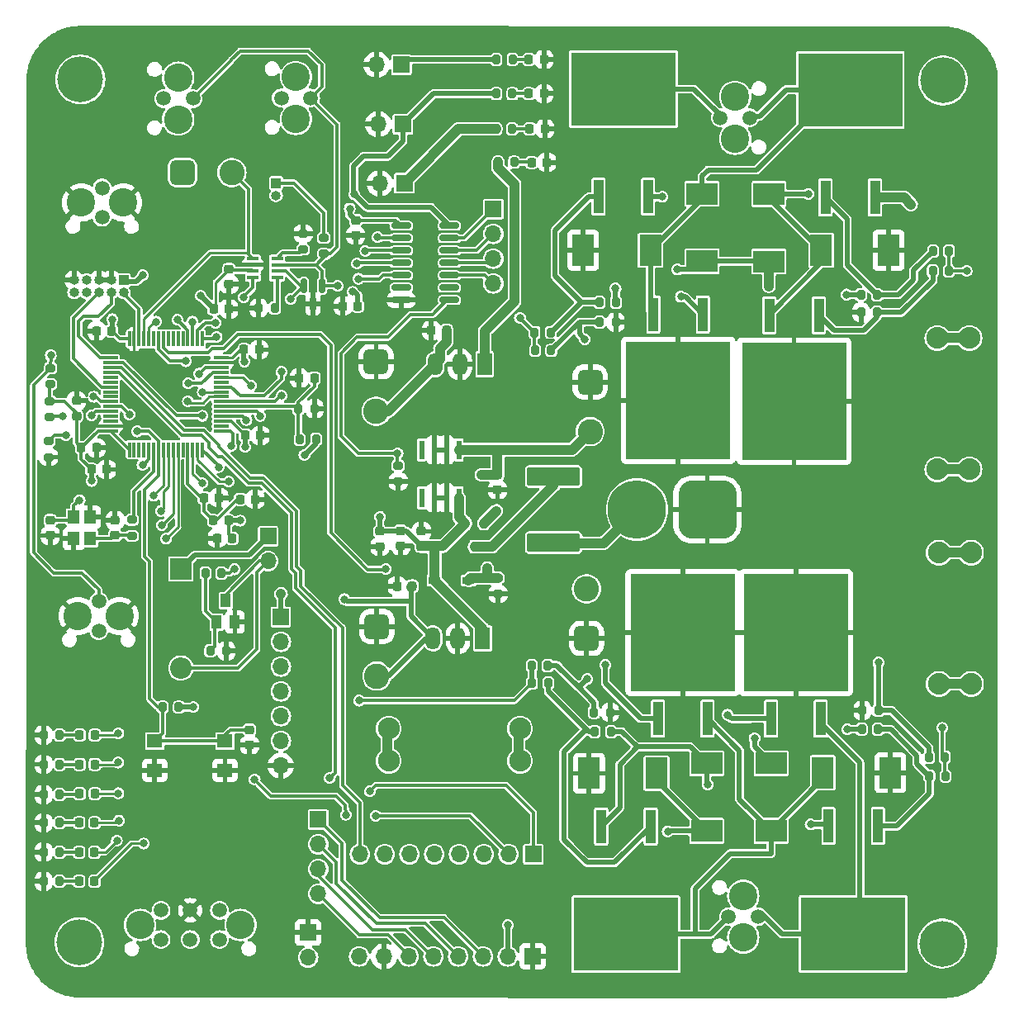
<source format=gbr>
%TF.GenerationSoftware,KiCad,Pcbnew,7.0.10*%
%TF.CreationDate,2024-11-01T12:43:17-06:00*%
%TF.ProjectId,RevA_Mecanismos,52657641-5f4d-4656-9361-6e69736d6f73,rev?*%
%TF.SameCoordinates,Original*%
%TF.FileFunction,Copper,L1,Top*%
%TF.FilePolarity,Positive*%
%FSLAX46Y46*%
G04 Gerber Fmt 4.6, Leading zero omitted, Abs format (unit mm)*
G04 Created by KiCad (PCBNEW 7.0.10) date 2024-11-01 12:43:17*
%MOMM*%
%LPD*%
G01*
G04 APERTURE LIST*
G04 Aperture macros list*
%AMRoundRect*
0 Rectangle with rounded corners*
0 $1 Rounding radius*
0 $2 $3 $4 $5 $6 $7 $8 $9 X,Y pos of 4 corners*
0 Add a 4 corners polygon primitive as box body*
4,1,4,$2,$3,$4,$5,$6,$7,$8,$9,$2,$3,0*
0 Add four circle primitives for the rounded corners*
1,1,$1+$1,$2,$3*
1,1,$1+$1,$4,$5*
1,1,$1+$1,$6,$7*
1,1,$1+$1,$8,$9*
0 Add four rect primitives between the rounded corners*
20,1,$1+$1,$2,$3,$4,$5,0*
20,1,$1+$1,$4,$5,$6,$7,0*
20,1,$1+$1,$6,$7,$8,$9,0*
20,1,$1+$1,$8,$9,$2,$3,0*%
G04 Aperture macros list end*
%TA.AperFunction,SMDPad,CuDef*%
%ADD10RoundRect,0.200000X-0.200000X-0.275000X0.200000X-0.275000X0.200000X0.275000X-0.200000X0.275000X0*%
%TD*%
%TA.AperFunction,SMDPad,CuDef*%
%ADD11RoundRect,0.218750X-0.218750X-0.256250X0.218750X-0.256250X0.218750X0.256250X-0.218750X0.256250X0*%
%TD*%
%TA.AperFunction,SMDPad,CuDef*%
%ADD12R,3.180000X2.250000*%
%TD*%
%TA.AperFunction,SMDPad,CuDef*%
%ADD13RoundRect,0.200000X-0.275000X0.200000X-0.275000X-0.200000X0.275000X-0.200000X0.275000X0.200000X0*%
%TD*%
%TA.AperFunction,SMDPad,CuDef*%
%ADD14RoundRect,0.225000X-0.225000X-0.250000X0.225000X-0.250000X0.225000X0.250000X-0.225000X0.250000X0*%
%TD*%
%TA.AperFunction,ComponentPad*%
%ADD15C,1.520000*%
%TD*%
%TA.AperFunction,ComponentPad*%
%ADD16C,2.909999*%
%TD*%
%TA.AperFunction,ComponentPad*%
%ADD17RoundRect,0.650000X-0.650000X0.650000X-0.650000X-0.650000X0.650000X-0.650000X0.650000X0.650000X0*%
%TD*%
%TA.AperFunction,ComponentPad*%
%ADD18C,2.600000*%
%TD*%
%TA.AperFunction,ComponentPad*%
%ADD19RoundRect,0.650000X0.650000X-0.650000X0.650000X0.650000X-0.650000X0.650000X-0.650000X-0.650000X0*%
%TD*%
%TA.AperFunction,SMDPad,CuDef*%
%ADD20RoundRect,0.225000X0.225000X0.250000X-0.225000X0.250000X-0.225000X-0.250000X0.225000X-0.250000X0*%
%TD*%
%TA.AperFunction,ComponentPad*%
%ADD21C,2.235200*%
%TD*%
%TA.AperFunction,SMDPad,CuDef*%
%ADD22RoundRect,0.225000X0.250000X-0.225000X0.250000X0.225000X-0.250000X0.225000X-0.250000X-0.225000X0*%
%TD*%
%TA.AperFunction,SMDPad,CuDef*%
%ADD23RoundRect,0.200000X0.200000X0.275000X-0.200000X0.275000X-0.200000X-0.275000X0.200000X-0.275000X0*%
%TD*%
%TA.AperFunction,SMDPad,CuDef*%
%ADD24R,2.250000X3.180000*%
%TD*%
%TA.AperFunction,ComponentPad*%
%ADD25C,4.700000*%
%TD*%
%TA.AperFunction,ComponentPad*%
%ADD26R,1.500000X2.300000*%
%TD*%
%TA.AperFunction,ComponentPad*%
%ADD27O,1.500000X2.300000*%
%TD*%
%TA.AperFunction,SMDPad,CuDef*%
%ADD28RoundRect,0.200000X0.275000X-0.200000X0.275000X0.200000X-0.275000X0.200000X-0.275000X-0.200000X0*%
%TD*%
%TA.AperFunction,ComponentPad*%
%ADD29R,2.200000X2.200000*%
%TD*%
%TA.AperFunction,ComponentPad*%
%ADD30O,2.200000X2.200000*%
%TD*%
%TA.AperFunction,SMDPad,CuDef*%
%ADD31R,1.041400X3.505200*%
%TD*%
%TA.AperFunction,SMDPad,CuDef*%
%ADD32R,10.718800X7.569200*%
%TD*%
%TA.AperFunction,ComponentPad*%
%ADD33R,1.700000X1.700000*%
%TD*%
%TA.AperFunction,ComponentPad*%
%ADD34O,1.700000X1.700000*%
%TD*%
%TA.AperFunction,SMDPad,CuDef*%
%ADD35RoundRect,0.218750X0.218750X0.256250X-0.218750X0.256250X-0.218750X-0.256250X0.218750X-0.256250X0*%
%TD*%
%TA.AperFunction,ComponentPad*%
%ADD36R,1.000000X1.000000*%
%TD*%
%TA.AperFunction,ComponentPad*%
%ADD37O,1.000000X1.000000*%
%TD*%
%TA.AperFunction,SMDPad,CuDef*%
%ADD38RoundRect,0.225000X-0.250000X0.225000X-0.250000X-0.225000X0.250000X-0.225000X0.250000X0.225000X0*%
%TD*%
%TA.AperFunction,SMDPad,CuDef*%
%ADD39R,1.200000X0.450000*%
%TD*%
%TA.AperFunction,SMDPad,CuDef*%
%ADD40R,10.718800X12.039600*%
%TD*%
%TA.AperFunction,ComponentPad*%
%ADD41RoundRect,1.500000X1.500000X1.500000X-1.500000X1.500000X-1.500000X-1.500000X1.500000X-1.500000X0*%
%TD*%
%TA.AperFunction,ComponentPad*%
%ADD42C,6.000000*%
%TD*%
%TA.AperFunction,SMDPad,CuDef*%
%ADD43R,1.200000X1.400000*%
%TD*%
%TA.AperFunction,SMDPad,CuDef*%
%ADD44R,1.000000X1.400000*%
%TD*%
%TA.AperFunction,SMDPad,CuDef*%
%ADD45RoundRect,0.150000X-0.825000X-0.150000X0.825000X-0.150000X0.825000X0.150000X-0.825000X0.150000X0*%
%TD*%
%TA.AperFunction,SMDPad,CuDef*%
%ADD46R,1.150000X0.800000*%
%TD*%
%TA.AperFunction,SMDPad,CuDef*%
%ADD47R,0.600000X1.000000*%
%TD*%
%TA.AperFunction,SMDPad,CuDef*%
%ADD48RoundRect,0.150000X-0.150000X0.587500X-0.150000X-0.587500X0.150000X-0.587500X0.150000X0.587500X0*%
%TD*%
%TA.AperFunction,ComponentPad*%
%ADD49RoundRect,0.650000X-0.650000X-0.650000X0.650000X-0.650000X0.650000X0.650000X-0.650000X0.650000X0*%
%TD*%
%TA.AperFunction,SMDPad,CuDef*%
%ADD50R,0.533400X1.981200*%
%TD*%
%TA.AperFunction,SMDPad,CuDef*%
%ADD51RoundRect,0.075000X0.075000X-0.700000X0.075000X0.700000X-0.075000X0.700000X-0.075000X-0.700000X0*%
%TD*%
%TA.AperFunction,SMDPad,CuDef*%
%ADD52RoundRect,0.075000X0.700000X-0.075000X0.700000X0.075000X-0.700000X0.075000X-0.700000X-0.075000X0*%
%TD*%
%TA.AperFunction,SMDPad,CuDef*%
%ADD53RoundRect,0.250000X2.475000X-0.712500X2.475000X0.712500X-2.475000X0.712500X-2.475000X-0.712500X0*%
%TD*%
%TA.AperFunction,SMDPad,CuDef*%
%ADD54R,1.600000X1.400000*%
%TD*%
%TA.AperFunction,ViaPad*%
%ADD55C,0.800000*%
%TD*%
%TA.AperFunction,Conductor*%
%ADD56C,1.000000*%
%TD*%
%TA.AperFunction,Conductor*%
%ADD57C,0.300000*%
%TD*%
%TA.AperFunction,Conductor*%
%ADD58C,0.500000*%
%TD*%
%TA.AperFunction,Conductor*%
%ADD59C,0.250000*%
%TD*%
G04 APERTURE END LIST*
D10*
%TO.P,R34,1*%
%TO.N,Net-(Q6-G)*%
X136175000Y-117675000D03*
%TO.P,R34,2*%
%TO.N,Net-(Q4-S)*%
X137825000Y-117675000D03*
%TD*%
D11*
%TO.P,D7,1,K*%
%TO.N,Net-(D7-K)*%
X83345100Y-118008500D03*
%TO.P,D7,2,A*%
%TO.N,DEBUG_1*%
X84920100Y-118008500D03*
%TD*%
D12*
%TO.P,D19,A*%
%TO.N,WPM_-*%
X154250000Y-127827500D03*
%TO.P,D19,C*%
%TO.N,Net-(Q4-S)*%
X154250000Y-120917500D03*
%TD*%
D13*
%TO.P,R40,1*%
%TO.N,LEVEL_SHIFTER*%
X116025000Y-90375000D03*
%TO.P,R40,2*%
%TO.N,GND*%
X116025000Y-92025000D03*
%TD*%
D14*
%TO.P,C3,1*%
%TO.N,+3.3V*%
X83523400Y-88558500D03*
%TO.P,C3,2*%
%TO.N,GND*%
X85073400Y-88558500D03*
%TD*%
%TO.P,C7,1*%
%TO.N,+3.3VA*%
X96101400Y-93675700D03*
%TO.P,C7,2*%
%TO.N,GND*%
X97651400Y-93675700D03*
%TD*%
D15*
%TO.P,J10,1,1*%
%TO.N,WP_+*%
X149060000Y-54725001D03*
%TO.P,J10,2,2*%
%TO.N,WP_-*%
X152059999Y-54725001D03*
D16*
%TO.P,J10,P1,P1*%
%TO.N,unconnected-(J10-PadP1)*%
X150560000Y-56874999D03*
%TO.P,J10,P2,P2*%
%TO.N,unconnected-(J10-PadP2)*%
X150560000Y-52575003D03*
%TD*%
D10*
%TO.P,R39,1*%
%TO.N,WP_TIM1_CH2*%
X130050800Y-78579200D03*
%TO.P,R39,2*%
%TO.N,Net-(U6-G)*%
X131700800Y-78579200D03*
%TD*%
D17*
%TO.P,TP2,1,1*%
%TO.N,GND*%
X113837000Y-106879900D03*
D18*
%TO.P,TP2,2,2*%
%TO.N,+5V*%
X113837000Y-111959900D03*
%TD*%
D19*
%TO.P,TP4,1,1*%
%TO.N,GND*%
X135327000Y-108091100D03*
D18*
%TO.P,TP4,2,2*%
%TO.N,+VMOT*%
X135327000Y-103011100D03*
%TD*%
D14*
%TO.P,C18,1*%
%TO.N,GND*%
X119425000Y-76525000D03*
%TO.P,C18,2*%
%TO.N,+3.3V*%
X120975000Y-76525000D03*
%TD*%
D10*
%TO.P,R29,1*%
%TO.N,GND*%
X163460000Y-74675000D03*
%TO.P,R29,2*%
%TO.N,Net-(U4-G)*%
X165110000Y-74675000D03*
%TD*%
%TO.P,R37,1*%
%TO.N,WPM_TIM1_CH1N*%
X129750000Y-112675000D03*
%TO.P,R37,2*%
%TO.N,Net-(Q6-G)*%
X131400000Y-112675000D03*
%TD*%
D20*
%TO.P,C4,1*%
%TO.N,+3.3V*%
X86651400Y-76575700D03*
%TO.P,C4,2*%
%TO.N,GND*%
X85101400Y-76575700D03*
%TD*%
D15*
%TO.P,J6,1,1*%
%TO.N,UART_TX*%
X85670000Y-61913900D03*
%TO.P,J6,2,2*%
%TO.N,UART_RX*%
X85670000Y-64913899D03*
D16*
%TO.P,J6,P1,P1*%
%TO.N,GND*%
X83520002Y-63413900D03*
%TO.P,J6,P2,P2*%
X87819998Y-63413900D03*
%TD*%
D13*
%TO.P,R6,1*%
%TO.N,BOOT0*%
X80183600Y-87860500D03*
%TO.P,R6,2*%
%TO.N,GND*%
X80183600Y-89510500D03*
%TD*%
D21*
%TO.P,J20,1,1*%
%TO.N,+12V*%
X115052400Y-117339900D03*
%TO.P,J20,2,2*%
X115052400Y-120641900D03*
%TO.P,J20,3,3*%
%TO.N,Net-(J12-Pin_8)*%
X128514400Y-117339900D03*
%TO.P,J20,4,4*%
X128514400Y-120641900D03*
%TD*%
D14*
%TO.P,C2,1*%
%TO.N,+3.3V*%
X100200000Y-78500000D03*
%TO.P,C2,2*%
%TO.N,GND*%
X101750000Y-78500000D03*
%TD*%
D22*
%TO.P,C20,1*%
%TO.N,GND*%
X126200000Y-92875000D03*
%TO.P,C20,2*%
%TO.N,+12V*%
X126200000Y-91325000D03*
%TD*%
D23*
%TO.P,R16,1*%
%TO.N,Net-(D5-A)*%
X127734300Y-48751400D03*
%TO.P,R16,2*%
%TO.N,+3.3V*%
X126084300Y-48751400D03*
%TD*%
%TO.P,R36,1*%
%TO.N,WP_TIM1_CH2N*%
X172500400Y-68367600D03*
%TO.P,R36,2*%
%TO.N,Net-(Q5-G)*%
X170850400Y-68367600D03*
%TD*%
%TO.P,R17,1*%
%TO.N,Net-(D6-A)*%
X127723700Y-52250800D03*
%TO.P,R17,2*%
%TO.N,+5V*%
X126073700Y-52250800D03*
%TD*%
D24*
%TO.P,D16,A*%
%TO.N,GND*%
X135587800Y-121935100D03*
%TO.P,D16,C*%
%TO.N,WPM_+*%
X142497800Y-121935100D03*
%TD*%
D25*
%TO.P,H2,1*%
%TO.N,N/C*%
X171877600Y-50890300D03*
%TD*%
D22*
%TO.P,C5,1*%
%TO.N,+3.3V*%
X83028400Y-85294900D03*
%TO.P,C5,2*%
%TO.N,GND*%
X83028400Y-83744900D03*
%TD*%
D26*
%TO.P,U2,1,IN*%
%TO.N,+VMOT*%
X124875000Y-80000000D03*
D27*
%TO.P,U2,2,GND*%
%TO.N,GND*%
X122335000Y-80000000D03*
%TO.P,U2,3,OUT*%
%TO.N,+3.3V*%
X119795000Y-80000000D03*
%TD*%
D14*
%TO.P,C6,1*%
%TO.N,+3.3V*%
X100325800Y-87288500D03*
%TO.P,C6,2*%
%TO.N,GND*%
X101875800Y-87288500D03*
%TD*%
D15*
%TO.P,J5,1,1*%
%TO.N,CAN_P*%
X94967800Y-52753502D03*
%TO.P,J5,2,2*%
%TO.N,CAN_N*%
X91967801Y-52753502D03*
D16*
%TO.P,J5,P1,P1*%
%TO.N,unconnected-(J5-PadP1)*%
X93467800Y-50603504D03*
%TO.P,J5,P2,P2*%
%TO.N,unconnected-(J5-PadP2)*%
X93467800Y-54903500D03*
%TD*%
D23*
%TO.P,R26,1*%
%TO.N,Net-(U5-G)*%
X131349200Y-110871600D03*
%TO.P,R26,2*%
%TO.N,WPM_TIM1_CH1N*%
X129699200Y-110871600D03*
%TD*%
D22*
%TO.P,C16,1*%
%TO.N,GND*%
X116282000Y-98623900D03*
%TO.P,C16,2*%
%TO.N,+VMOT*%
X116282000Y-97073900D03*
%TD*%
%TO.P,C13,1*%
%TO.N,GND*%
X98676400Y-71800700D03*
%TO.P,C13,2*%
%TO.N,+3.3V*%
X98676400Y-70250700D03*
%TD*%
D11*
%TO.P,D10,1,K*%
%TO.N,Net-(D10-K)*%
X83307600Y-127008500D03*
%TO.P,D10,2,A*%
%TO.N,DEBUG_4*%
X84882600Y-127008500D03*
%TD*%
D21*
%TO.P,J9,1,1*%
%TO.N,+12V*%
X174747800Y-99302700D03*
%TO.P,J9,2,2*%
X171445800Y-99302700D03*
%TO.P,J9,3,3*%
%TO.N,Net-(Q4-S)*%
X174747800Y-112764700D03*
%TO.P,J9,4,4*%
X171445800Y-112764700D03*
%TD*%
D15*
%TO.P,J11,1,1*%
%TO.N,WPM_+*%
X152900000Y-136625002D03*
%TO.P,J11,2,2*%
%TO.N,WPM_-*%
X149900001Y-136625002D03*
D16*
%TO.P,J11,P1,P1*%
%TO.N,unconnected-(J11-PadP1)*%
X151400000Y-134475004D03*
%TO.P,J11,P2,P2*%
%TO.N,unconnected-(J11-PadP2)*%
X151400000Y-138775000D03*
%TD*%
D28*
%TO.P,R10,1*%
%TO.N,CAN_P*%
X108400000Y-68675700D03*
%TO.P,R10,2*%
%TO.N,Net-(J3-Pin_1)*%
X108400000Y-67025700D03*
%TD*%
D29*
%TO.P,D1,1,K*%
%TO.N,+5V*%
X93735000Y-100979100D03*
D30*
%TO.P,D1,2,A*%
%TO.N,/Net-(D1-A)*%
X93735000Y-111139100D03*
%TD*%
D31*
%TO.P,Q6,1,G*%
%TO.N,Net-(Q6-G)*%
X141909400Y-127371200D03*
D32*
%TO.P,Q6,2,D*%
%TO.N,WPM_-*%
X139369400Y-138419200D03*
D31*
%TO.P,Q6,3,S*%
%TO.N,Net-(Q4-S)*%
X136829400Y-127371200D03*
%TD*%
D23*
%TO.P,R15,1*%
%TO.N,Net-(D4-A)*%
X127696800Y-55861900D03*
%TO.P,R15,2*%
%TO.N,+12V*%
X126046800Y-55861900D03*
%TD*%
%TO.P,R19,1*%
%TO.N,Net-(D8-K)*%
X81300100Y-121008500D03*
%TO.P,R19,2*%
%TO.N,GND*%
X79650100Y-121008500D03*
%TD*%
D13*
%TO.P,R1,1*%
%TO.N,+3.3V*%
X80259800Y-83771100D03*
%TO.P,R1,2*%
%TO.N,SDA*%
X80259800Y-85421100D03*
%TD*%
D20*
%TO.P,C15,1*%
%TO.N,VREAD*%
X107426200Y-81408400D03*
%TO.P,C15,2*%
%TO.N,GND*%
X105876200Y-81408400D03*
%TD*%
D33*
%TO.P,J12,1,Pin_1*%
%TO.N,GND*%
X129789800Y-140704700D03*
D34*
%TO.P,J12,2,Pin_2*%
%TO.N,+3.3V*%
X127249800Y-140704700D03*
%TO.P,J12,3,Pin_3*%
%TO.N,M2B*%
X124709800Y-140704700D03*
%TO.P,J12,4,Pin_4*%
%TO.N,M2A*%
X122169800Y-140704700D03*
%TO.P,J12,5,Pin_5*%
%TO.N,M1A*%
X119629800Y-140704700D03*
%TO.P,J12,6,Pin_6*%
%TO.N,M1B*%
X117089800Y-140704700D03*
%TO.P,J12,7,Pin_7*%
%TO.N,GND*%
X114549800Y-140704700D03*
%TO.P,J12,8,Pin_8*%
%TO.N,Net-(J12-Pin_8)*%
X112009800Y-140704700D03*
%TD*%
D23*
%TO.P,R3,1*%
%TO.N,IO_1*%
X97890000Y-101395000D03*
%TO.P,R3,2*%
%TO.N,Net-(Q1-Pad1)*%
X96240000Y-101395000D03*
%TD*%
D14*
%TO.P,C23,1*%
%TO.N,GND*%
X110325000Y-74025000D03*
%TO.P,C23,2*%
%TO.N,+5V*%
X111875000Y-74025000D03*
%TD*%
D35*
%TO.P,D6,1,K*%
%TO.N,GND*%
X130975000Y-52249200D03*
%TO.P,D6,2,A*%
%TO.N,Net-(D6-A)*%
X129400000Y-52249200D03*
%TD*%
D25*
%TO.P,H3,1*%
%TO.N,N/C*%
X83335600Y-139261700D03*
%TD*%
D36*
%TO.P,J3,1,Pin_1*%
%TO.N,Net-(J3-Pin_1)*%
X103500000Y-61405000D03*
D37*
%TO.P,J3,2,Pin_2*%
%TO.N,CAN_N*%
X103500000Y-62675000D03*
%TD*%
D24*
%TO.P,D14,A*%
%TO.N,GND*%
X166291900Y-68301000D03*
%TO.P,D14,C*%
%TO.N,WP_+*%
X159381900Y-68301000D03*
%TD*%
D12*
%TO.P,D13,A*%
%TO.N,WP_+*%
X154030000Y-62534600D03*
%TO.P,D13,C*%
%TO.N,Net-(Q3-S)*%
X154030000Y-69444600D03*
%TD*%
D11*
%TO.P,D12,1,K*%
%TO.N,Net-(D12-K)*%
X83307600Y-133008500D03*
%TO.P,D12,2,A*%
%TO.N,DEBUG_6*%
X84882600Y-133008500D03*
%TD*%
D12*
%TO.P,D17,A*%
%TO.N,WP_-*%
X147172000Y-62516100D03*
%TO.P,D17,C*%
%TO.N,Net-(Q3-S)*%
X147172000Y-69426100D03*
%TD*%
D33*
%TO.P,J21,1,Pin_1*%
%TO.N,M2B*%
X107818800Y-126658500D03*
D34*
%TO.P,J21,2,Pin_2*%
%TO.N,M2A*%
X107818800Y-129198500D03*
%TO.P,J21,3,Pin_3*%
%TO.N,M1A*%
X107818800Y-131738500D03*
%TO.P,J21,4,Pin_4*%
%TO.N,M1B*%
X107818800Y-134278500D03*
%TD*%
D10*
%TO.P,R35,1*%
%TO.N,GND*%
X163597200Y-115482500D03*
%TO.P,R35,2*%
%TO.N,Net-(U7-G)*%
X165247200Y-115482500D03*
%TD*%
D38*
%TO.P,C17,1*%
%TO.N,GND*%
X118400000Y-97125000D03*
%TO.P,C17,2*%
%TO.N,+VMOT*%
X118400000Y-98675000D03*
%TD*%
D39*
%TO.P,IC1,1,TXD*%
%TO.N,CAN_TX*%
X101107800Y-69144100D03*
%TO.P,IC1,2,GND*%
%TO.N,GND*%
X101107800Y-69794100D03*
%TO.P,IC1,3,VDD*%
%TO.N,+3.3V*%
X101107800Y-70444100D03*
%TO.P,IC1,4,RXD*%
%TO.N,CAN_RX*%
X101107800Y-71094100D03*
%TO.P,IC1,5,SHDN*%
%TO.N,Net-(IC1-SHDN)*%
X103607800Y-71094100D03*
%TO.P,IC1,6,CANL*%
%TO.N,CAN_N*%
X103607800Y-70444100D03*
%TO.P,IC1,7,CANH*%
%TO.N,CAN_P*%
X103607800Y-69794100D03*
%TO.P,IC1,8,STBY*%
%TO.N,Net-(IC1-STBY)*%
X103607800Y-69144100D03*
%TD*%
D22*
%TO.P,C22,1*%
%TO.N,GND*%
X111650000Y-66775000D03*
%TO.P,C22,2*%
%TO.N,+3.3V*%
X111650000Y-65225000D03*
%TD*%
D38*
%TO.P,C12,1*%
%TO.N,NRST*%
X100776400Y-117477500D03*
%TO.P,C12,2*%
%TO.N,GND*%
X100776400Y-119027500D03*
%TD*%
D23*
%TO.P,R33,1*%
%TO.N,GND*%
X138325000Y-75675000D03*
%TO.P,R33,2*%
%TO.N,Net-(U6-G)*%
X136675000Y-75675000D03*
%TD*%
D10*
%TO.P,R25,1*%
%TO.N,Net-(Q4-G)*%
X170475800Y-122205400D03*
%TO.P,R25,2*%
%TO.N,WPM_TIM1_CH1*%
X172125800Y-122205400D03*
%TD*%
D33*
%TO.P,J14,1,Pin_1*%
%TO.N,GND*%
X106777400Y-138261300D03*
D34*
%TO.P,J14,2,Pin_2*%
%TO.N,Net-(J14-Pin_2)*%
X106777400Y-140801300D03*
%TD*%
D23*
%TO.P,R21,1*%
%TO.N,Net-(D10-K)*%
X81300100Y-127008500D03*
%TO.P,R21,2*%
%TO.N,GND*%
X79650100Y-127008500D03*
%TD*%
D31*
%TO.P,U6,1,G*%
%TO.N,Net-(U6-G)*%
X147249200Y-74879100D03*
D40*
%TO.P,U6,2,S*%
%TO.N,GND*%
X144709200Y-83692900D03*
D31*
%TO.P,U6,3,D*%
%TO.N,WP_-*%
X142169200Y-74879100D03*
%TD*%
D17*
%TO.P,TP1,1,1*%
%TO.N,GND*%
X135700000Y-81810000D03*
D18*
%TO.P,TP1,2,2*%
%TO.N,+12V*%
X135700000Y-86890000D03*
%TD*%
D41*
%TO.P,BT1,1,-*%
%TO.N,GND*%
X147708600Y-94883100D03*
D42*
%TO.P,BT1,2,+*%
%TO.N,Net-(BT1-+)*%
X140508600Y-94883100D03*
%TD*%
D13*
%TO.P,R2,1*%
%TO.N,SCL*%
X80386800Y-80379700D03*
%TO.P,R2,2*%
%TO.N,+3.3V*%
X80386800Y-82029700D03*
%TD*%
D17*
%TO.P,TP3,1,1*%
%TO.N,GND*%
X113756400Y-79736700D03*
D18*
%TO.P,TP3,2,2*%
%TO.N,+3.3V*%
X113756400Y-84816700D03*
%TD*%
D43*
%TO.P,Y1,1,1*%
%TO.N,/Net-(C11-Pad1)*%
X84450000Y-97875000D03*
%TO.P,Y1,2,2*%
%TO.N,GND*%
X84450000Y-95675000D03*
%TO.P,Y1,3,3*%
%TO.N,HSE_IN*%
X82750000Y-95675000D03*
%TO.P,Y1,4,4*%
%TO.N,GND*%
X82750000Y-97875000D03*
%TD*%
D31*
%TO.P,Q5,1,G*%
%TO.N,Net-(Q5-G)*%
X159821200Y-62890800D03*
D32*
%TO.P,Q5,2,D*%
%TO.N,WP_-*%
X162361200Y-51842800D03*
D31*
%TO.P,Q5,3,S*%
%TO.N,Net-(Q3-S)*%
X164901200Y-62890800D03*
%TD*%
D44*
%TO.P,Q1,1*%
%TO.N,Net-(Q1-Pad1)*%
X97376400Y-106425700D03*
%TO.P,Q1,2*%
%TO.N,GND*%
X99276400Y-106425700D03*
%TO.P,Q1,3*%
%TO.N,/Net-(D1-A)*%
X98326400Y-104225700D03*
%TD*%
D11*
%TO.P,D11,1,K*%
%TO.N,Net-(D11-K)*%
X83307600Y-130008500D03*
%TO.P,D11,2,A*%
%TO.N,DEBUG_5*%
X84882600Y-130008500D03*
%TD*%
D45*
%TO.P,U8,1,VCCA*%
%TO.N,+3.3V*%
X116325000Y-65790000D03*
%TO.P,U8,2,A1*%
%TO.N,IO_7*%
X116325000Y-67060000D03*
%TO.P,U8,3,A2*%
%TO.N,IO_8*%
X116325000Y-68330000D03*
%TO.P,U8,4,A3*%
%TO.N,IO_9*%
X116325000Y-69600000D03*
%TO.P,U8,5,A4*%
%TO.N,IO_10*%
X116325000Y-70870000D03*
%TO.P,U8,6,NC*%
%TO.N,unconnected-(U8-NC-Pad6)*%
X116325000Y-72140000D03*
%TO.P,U8,7,GND*%
%TO.N,GND*%
X116325000Y-73410000D03*
%TO.P,U8,8,OE*%
%TO.N,LEVEL_SHIFTER*%
X121275000Y-73410000D03*
%TO.P,U8,9,NC*%
%TO.N,unconnected-(U8-NC-Pad9)*%
X121275000Y-72140000D03*
%TO.P,U8,10,B4*%
%TO.N,SB4*%
X121275000Y-70870000D03*
%TO.P,U8,11,B3*%
%TO.N,SB3*%
X121275000Y-69600000D03*
%TO.P,U8,12,B2*%
%TO.N,SB2*%
X121275000Y-68330000D03*
%TO.P,U8,13,B1*%
%TO.N,SB1*%
X121275000Y-67060000D03*
%TO.P,U8,14,VCCB*%
%TO.N,+5V*%
X121275000Y-65790000D03*
%TD*%
D38*
%TO.P,C10,1*%
%TO.N,HSE_IN*%
X80350000Y-96000000D03*
%TO.P,C10,2*%
%TO.N,GND*%
X80350000Y-97550000D03*
%TD*%
D35*
%TO.P,D4,1,K*%
%TO.N,GND*%
X131075000Y-55849200D03*
%TO.P,D4,2,A*%
%TO.N,Net-(D4-A)*%
X129500000Y-55849200D03*
%TD*%
D46*
%TO.P,Z1,1*%
%TO.N,+VMOT*%
X119725000Y-102150000D03*
%TO.P,Z1,2*%
%TO.N,Net-(Q2-Pad1)*%
X123225000Y-102150000D03*
%TD*%
D24*
%TO.P,D20,A*%
%TO.N,GND*%
X166464900Y-121859400D03*
%TO.P,D20,C*%
%TO.N,WPM_-*%
X159554900Y-121859400D03*
%TD*%
D23*
%TO.P,R31,1*%
%TO.N,GND*%
X137750000Y-115675000D03*
%TO.P,R31,2*%
%TO.N,Net-(U5-G)*%
X136100000Y-115675000D03*
%TD*%
%TO.P,R38,1*%
%TO.N,WPM_TIM1_CH1*%
X172075000Y-120275000D03*
%TO.P,R38,2*%
%TO.N,Net-(U7-G)*%
X170425000Y-120275000D03*
%TD*%
D15*
%TO.P,J15,1,1*%
%TO.N,+VMOT*%
X91701401Y-135975701D03*
%TO.P,J15,2,2*%
%TO.N,GND*%
X94701400Y-135975701D03*
%TO.P,J15,3,3*%
%TO.N,Net-(J14-Pin_2)*%
X97701399Y-135975701D03*
%TO.P,J15,4,4*%
%TO.N,CAN_N*%
X91701401Y-138975700D03*
%TO.P,J15,5,5*%
%TO.N,CAN_P*%
X94701400Y-138975700D03*
%TO.P,J15,6,6*%
%TO.N,unconnected-(J15-Pad6)*%
X97701399Y-138975700D03*
D16*
%TO.P,J15,P1,P1*%
%TO.N,unconnected-(J15-PadP1)*%
X89551403Y-137475701D03*
%TO.P,J15,P2,P2*%
%TO.N,unconnected-(J15-PadP2)*%
X99851397Y-137475701D03*
%TD*%
D47*
%TO.P,Q2,1*%
%TO.N,Net-(Q2-Pad1)*%
X124800000Y-96300000D03*
%TO.P,Q2,2*%
%TO.N,+VMOT*%
X122900000Y-96300000D03*
%TO.P,Q2,3*%
%TO.N,BATT_CONN*%
X123850000Y-98700000D03*
%TD*%
D33*
%TO.P,J18,1,Pin_1*%
%TO.N,+5V*%
X116494600Y-55383800D03*
D34*
%TO.P,J18,2,Pin_2*%
%TO.N,GND*%
X113954600Y-55383800D03*
%TD*%
D10*
%TO.P,R28,1*%
%TO.N,Net-(Q3-G)*%
X136675000Y-73617600D03*
%TO.P,R28,2*%
%TO.N,Net-(Q3-S)*%
X138325000Y-73617600D03*
%TD*%
D22*
%TO.P,C21,1*%
%TO.N,GND*%
X114150000Y-98675000D03*
%TO.P,C21,2*%
%TO.N,+VMOT*%
X114150000Y-97125000D03*
%TD*%
D13*
%TO.P,R5,1*%
%TO.N,HSE_OUT*%
X88716100Y-95937700D03*
%TO.P,R5,2*%
%TO.N,/Net-(C11-Pad1)*%
X88716100Y-97587700D03*
%TD*%
D31*
%TO.P,Q4,1,G*%
%TO.N,Net-(Q4-G)*%
X165201200Y-127345800D03*
D32*
%TO.P,Q4,2,D*%
%TO.N,WPM_+*%
X162661200Y-138393800D03*
D31*
%TO.P,Q4,3,S*%
%TO.N,Net-(Q4-S)*%
X160121200Y-127345800D03*
%TD*%
D26*
%TO.P,U3,1,IN*%
%TO.N,+VMOT*%
X124672000Y-108092500D03*
D27*
%TO.P,U3,2,GND*%
%TO.N,GND*%
X122132000Y-108092500D03*
%TO.P,U3,3,OUT*%
%TO.N,+5V*%
X119592000Y-108092500D03*
%TD*%
D23*
%TO.P,R4,1*%
%TO.N,GND*%
X98395400Y-109386500D03*
%TO.P,R4,2*%
%TO.N,Net-(Q1-Pad1)*%
X96745400Y-109386500D03*
%TD*%
D31*
%TO.P,U5,1,G*%
%TO.N,Net-(U5-G)*%
X154250000Y-116320700D03*
D40*
%TO.P,U5,2,S*%
%TO.N,GND*%
X156790000Y-107506900D03*
D31*
%TO.P,U5,3,D*%
%TO.N,WPM_+*%
X159330000Y-116320700D03*
%TD*%
D24*
%TO.P,D18,A*%
%TO.N,GND*%
X134978800Y-68301000D03*
%TO.P,D18,C*%
%TO.N,WP_-*%
X141888800Y-68301000D03*
%TD*%
D31*
%TO.P,U4,1,G*%
%TO.N,Net-(U4-G)*%
X159140000Y-74961200D03*
D40*
%TO.P,U4,2,S*%
%TO.N,GND*%
X156600000Y-83775000D03*
D31*
%TO.P,U4,3,D*%
%TO.N,WP_+*%
X154060000Y-74961200D03*
%TD*%
D48*
%TO.P,D2,1,K*%
%TO.N,CAN_P*%
X108226400Y-71950700D03*
%TO.P,D2,2,K*%
%TO.N,CAN_N*%
X106326400Y-71950700D03*
%TO.P,D2,3,A*%
%TO.N,GND*%
X107276400Y-73825700D03*
%TD*%
D25*
%TO.P,H1,1*%
%TO.N,N/C*%
X83434800Y-50788700D03*
%TD*%
D31*
%TO.P,U7,1,G*%
%TO.N,Net-(U7-G)*%
X142642200Y-116320700D03*
D40*
%TO.P,U7,2,S*%
%TO.N,GND*%
X145182200Y-107506900D03*
D31*
%TO.P,U7,3,D*%
%TO.N,WPM_-*%
X147722200Y-116320700D03*
%TD*%
D22*
%TO.P,C11,1*%
%TO.N,/Net-(C11-Pad1)*%
X86983700Y-97529900D03*
%TO.P,C11,2*%
%TO.N,GND*%
X86983700Y-95979900D03*
%TD*%
D14*
%TO.P,C19,1*%
%TO.N,GND*%
X115900000Y-102725000D03*
%TO.P,C19,2*%
%TO.N,+5V*%
X117450000Y-102725000D03*
%TD*%
D23*
%TO.P,R7,1*%
%TO.N,+3.3V*%
X93517600Y-115152300D03*
%TO.P,R7,2*%
%TO.N,NRST*%
X91867600Y-115152300D03*
%TD*%
D49*
%TO.P,TP5,1,1*%
%TO.N,CAN_RX*%
X93886400Y-60325700D03*
D18*
%TO.P,TP5,2,2*%
%TO.N,CAN_TX*%
X98966400Y-60325700D03*
%TD*%
D33*
%TO.P,J13,1,Pin_1*%
%TO.N,STPR_DIR*%
X129866000Y-130214500D03*
D34*
%TO.P,J13,2,Pin_2*%
%TO.N,STPR_STEP*%
X127326000Y-130214500D03*
%TO.P,J13,3,Pin_3*%
%TO.N,unconnected-(J13-Pin_3-Pad3)*%
X124786000Y-130214500D03*
%TO.P,J13,4,Pin_4*%
%TO.N,unconnected-(J13-Pin_4-Pad4)*%
X122246000Y-130214500D03*
%TO.P,J13,5,Pin_5*%
%TO.N,unconnected-(J13-Pin_5-Pad5)*%
X119706000Y-130214500D03*
%TO.P,J13,6,Pin_6*%
%TO.N,unconnected-(J13-Pin_6-Pad6)*%
X117166000Y-130214500D03*
%TO.P,J13,7,Pin_7*%
%TO.N,unconnected-(J13-Pin_7-Pad7)*%
X114626000Y-130214500D03*
%TO.P,J13,8,Pin_8*%
%TO.N,STPR_EN*%
X112086000Y-130214500D03*
%TD*%
D23*
%TO.P,R24,1*%
%TO.N,Net-(Q3-G)*%
X131650000Y-76725000D03*
%TO.P,R24,2*%
%TO.N,WP_TIM1_CH2*%
X130000000Y-76725000D03*
%TD*%
%TO.P,R30,1*%
%TO.N,Net-(Q4-G)*%
X165196400Y-117412900D03*
%TO.P,R30,2*%
%TO.N,Net-(Q4-S)*%
X163546400Y-117412900D03*
%TD*%
D50*
%TO.P,CR1,1,VOUT*%
%TO.N,+12V*%
X122255000Y-88761200D03*
%TO.P,CR1,2,GND*%
%TO.N,GND*%
X120985000Y-88761200D03*
%TO.P,CR1,3,GND*%
X119715000Y-88761200D03*
%TO.P,CR1,4,NC*%
%TO.N,unconnected-(CR1-NC-Pad4)*%
X118445000Y-88761200D03*
%TO.P,CR1,5,NC*%
%TO.N,unconnected-(CR1-NC-Pad5)*%
X118445000Y-93688800D03*
%TO.P,CR1,6,GND*%
%TO.N,GND*%
X119715000Y-93688800D03*
%TO.P,CR1,7,GND*%
X120985000Y-93688800D03*
%TO.P,CR1,8,VIN*%
%TO.N,+VMOT*%
X122255000Y-93688800D03*
%TD*%
D11*
%TO.P,D9,1,K*%
%TO.N,Net-(D9-K)*%
X83345100Y-124008500D03*
%TO.P,D9,2,A*%
%TO.N,DEBUG_3*%
X84920100Y-124008500D03*
%TD*%
D10*
%TO.P,R9,1*%
%TO.N,GND*%
X101701400Y-74225700D03*
%TO.P,R9,2*%
%TO.N,Net-(IC1-SHDN)*%
X103351400Y-74225700D03*
%TD*%
D14*
%TO.P,C8,1*%
%TO.N,+3.3VA*%
X99817500Y-93837500D03*
%TO.P,C8,2*%
%TO.N,GND*%
X101367500Y-93837500D03*
%TD*%
D33*
%TO.P,J17,1,Pin_1*%
%TO.N,+3.3V*%
X116350000Y-49275000D03*
D34*
%TO.P,J17,2,Pin_2*%
%TO.N,GND*%
X113810000Y-49275000D03*
%TD*%
D23*
%TO.P,R18,1*%
%TO.N,Net-(D7-K)*%
X81300100Y-118008500D03*
%TO.P,R18,2*%
%TO.N,GND*%
X79650100Y-118008500D03*
%TD*%
D10*
%TO.P,R13,1*%
%TO.N,VREAD*%
X105787800Y-84545300D03*
%TO.P,R13,2*%
%TO.N,GND*%
X107437800Y-84545300D03*
%TD*%
D51*
%TO.P,U1,1,VBAT*%
%TO.N,+3.3V*%
X88447800Y-88747100D03*
%TO.P,U1,2,PC13*%
%TO.N,unconnected-(U1-PC13-Pad2)*%
X88947800Y-88747100D03*
%TO.P,U1,3,PC14*%
%TO.N,unconnected-(U1-PC14-Pad3)*%
X89447800Y-88747100D03*
%TO.P,U1,4,PC15*%
%TO.N,unconnected-(U1-PC15-Pad4)*%
X89947800Y-88747100D03*
%TO.P,U1,5,PH0*%
%TO.N,HSE_IN*%
X90447800Y-88747100D03*
%TO.P,U1,6,PH1*%
%TO.N,HSE_OUT*%
X90947800Y-88747100D03*
%TO.P,U1,7,NRST*%
%TO.N,NRST*%
X91447800Y-88747100D03*
%TO.P,U1,8,PC0*%
%TO.N,DEBUG_1*%
X91947800Y-88747100D03*
%TO.P,U1,9,PC1*%
%TO.N,DEBUG_2*%
X92447800Y-88747100D03*
%TO.P,U1,10,PC2*%
%TO.N,DEBUG_3*%
X92947800Y-88747100D03*
%TO.P,U1,11,PC3*%
%TO.N,DEBUG_4*%
X93447800Y-88747100D03*
%TO.P,U1,12,VSSA*%
%TO.N,unconnected-(U1-VSSA-Pad12)*%
X93947800Y-88747100D03*
%TO.P,U1,13,VDDA*%
%TO.N,+3.3VA*%
X94447800Y-88747100D03*
%TO.P,U1,14,PA0*%
%TO.N,IO_1*%
X94947800Y-88747100D03*
%TO.P,U1,15,PA1*%
%TO.N,IO_2*%
X95447800Y-88747100D03*
%TO.P,U1,16,PA2*%
%TO.N,IO_3*%
X95947800Y-88747100D03*
D52*
%TO.P,U1,17,PA3*%
%TO.N,IO_4*%
X97872800Y-86822100D03*
%TO.P,U1,18,VSS*%
%TO.N,unconnected-(U1-VSS-Pad18)*%
X97872800Y-86322100D03*
%TO.P,U1,19,VDD*%
%TO.N,+3.3V*%
X97872800Y-85822100D03*
%TO.P,U1,20,PA4*%
%TO.N,IO_5*%
X97872800Y-85322100D03*
%TO.P,U1,21,PA5*%
%TO.N,IO_6*%
X97872800Y-84822100D03*
%TO.P,U1,22,PA6*%
%TO.N,VREAD*%
X97872800Y-84322100D03*
%TO.P,U1,23,PA7*%
%TO.N,WPM_TIM1_CH1N*%
X97872800Y-83822100D03*
%TO.P,U1,24,PC4*%
%TO.N,DEBUG_5*%
X97872800Y-83322100D03*
%TO.P,U1,25,PC5*%
%TO.N,DEBUG_6*%
X97872800Y-82822100D03*
%TO.P,U1,26,PB0*%
%TO.N,WP_TIM1_CH2N*%
X97872800Y-82322100D03*
%TO.P,U1,27,PB1*%
%TO.N,unconnected-(U1-PB1-Pad27)*%
X97872800Y-81822100D03*
%TO.P,U1,28,PB2*%
%TO.N,LEVEL_SHIFTER*%
X97872800Y-81322100D03*
%TO.P,U1,29,PB10*%
%TO.N,UART_TX*%
X97872800Y-80822100D03*
%TO.P,U1,30,PB11*%
%TO.N,UART_RX*%
X97872800Y-80322100D03*
%TO.P,U1,31,VSS*%
%TO.N,GND*%
X97872800Y-79822100D03*
%TO.P,U1,32,VDD*%
%TO.N,+3.3V*%
X97872800Y-79322100D03*
D51*
%TO.P,U1,33,PB12*%
%TO.N,IO_7*%
X95947800Y-77397100D03*
%TO.P,U1,34,PB13*%
%TO.N,IO_8*%
X95447800Y-77397100D03*
%TO.P,U1,35,PB14*%
%TO.N,IO_9*%
X94947800Y-77397100D03*
%TO.P,U1,36,PB15*%
%TO.N,IO_10*%
X94447800Y-77397100D03*
%TO.P,U1,37,PC6*%
%TO.N,unconnected-(U1-PC6-Pad37)*%
X93947800Y-77397100D03*
%TO.P,U1,38,PC7*%
%TO.N,unconnected-(U1-PC7-Pad38)*%
X93447800Y-77397100D03*
%TO.P,U1,39,PC8*%
%TO.N,unconnected-(U1-PC8-Pad39)*%
X92947800Y-77397100D03*
%TO.P,U1,40,PC9*%
%TO.N,unconnected-(U1-PC9-Pad40)*%
X92447800Y-77397100D03*
%TO.P,U1,41,PA8*%
%TO.N,WPM_TIM1_CH1*%
X91947800Y-77397100D03*
%TO.P,U1,42,PA9*%
%TO.N,WP_TIM1_CH2*%
X91447800Y-77397100D03*
%TO.P,U1,43,PA10*%
%TO.N,unconnected-(U1-PA10-Pad43)*%
X90947800Y-77397100D03*
%TO.P,U1,44,PA11*%
%TO.N,CAN_RX*%
X90447800Y-77397100D03*
%TO.P,U1,45,PA12*%
%TO.N,CAN_TX*%
X89947800Y-77397100D03*
%TO.P,U1,46,PA13*%
%TO.N,SWDIO*%
X89447800Y-77397100D03*
%TO.P,U1,47,VSS*%
%TO.N,GND*%
X88947800Y-77397100D03*
%TO.P,U1,48,VDD*%
%TO.N,+3.3V*%
X88447800Y-77397100D03*
D52*
%TO.P,U1,49,PA14*%
%TO.N,SWCLK*%
X86522800Y-79322100D03*
%TO.P,U1,50,PA15*%
%TO.N,STPR_STEP*%
X86522800Y-79822100D03*
%TO.P,U1,51,PC10*%
%TO.N,STPR_EN*%
X86522800Y-80322100D03*
%TO.P,U1,52,PC11*%
%TO.N,STPR_DIR*%
X86522800Y-80822100D03*
%TO.P,U1,53,PC12*%
%TO.N,unconnected-(U1-PC12-Pad53)*%
X86522800Y-81322100D03*
%TO.P,U1,54,PD2*%
%TO.N,unconnected-(U1-PD2-Pad54)*%
X86522800Y-81822100D03*
%TO.P,U1,55,PB3*%
%TO.N,SWO*%
X86522800Y-82322100D03*
%TO.P,U1,56,PB4*%
%TO.N,unconnected-(U1-PB4-Pad56)*%
X86522800Y-82822100D03*
%TO.P,U1,57,PB5*%
%TO.N,unconnected-(U1-PB5-Pad57)*%
X86522800Y-83322100D03*
%TO.P,U1,58,PB6*%
%TO.N,SCL*%
X86522800Y-83822100D03*
%TO.P,U1,59,PB7*%
%TO.N,SDA*%
X86522800Y-84322100D03*
%TO.P,U1,60,PH3*%
%TO.N,BOOT0*%
X86522800Y-84822100D03*
%TO.P,U1,61,PB8*%
%TO.N,unconnected-(U1-PB8-Pad61)*%
X86522800Y-85322100D03*
%TO.P,U1,62,PB9*%
%TO.N,unconnected-(U1-PB9-Pad62)*%
X86522800Y-85822100D03*
%TO.P,U1,63,VSS*%
%TO.N,GND*%
X86522800Y-86322100D03*
%TO.P,U1,64,VDD*%
%TO.N,+3.3V*%
X86522800Y-86822100D03*
%TD*%
D23*
%TO.P,R12,1*%
%TO.N,+VMOT*%
X107590200Y-87694900D03*
%TO.P,R12,2*%
%TO.N,VREAD*%
X105940200Y-87694900D03*
%TD*%
%TO.P,R32,1*%
%TO.N,Net-(Q5-G)*%
X165110000Y-72872200D03*
%TO.P,R32,2*%
%TO.N,Net-(Q3-S)*%
X163460000Y-72872200D03*
%TD*%
%TO.P,R20,1*%
%TO.N,Net-(D9-K)*%
X81300100Y-124118500D03*
%TO.P,R20,2*%
%TO.N,GND*%
X79650100Y-124118500D03*
%TD*%
D31*
%TO.P,Q3,1,G*%
%TO.N,Net-(Q3-G)*%
X136571600Y-62828300D03*
D32*
%TO.P,Q3,2,D*%
%TO.N,WP_+*%
X139111600Y-51780300D03*
D31*
%TO.P,Q3,3,S*%
%TO.N,Net-(Q3-S)*%
X141651600Y-62828300D03*
%TD*%
D21*
%TO.P,J8,1,1*%
%TO.N,+12V*%
X174595400Y-77306300D03*
%TO.P,J8,2,2*%
X171293400Y-77306300D03*
%TO.P,J8,3,3*%
%TO.N,Net-(Q3-S)*%
X174595400Y-90768300D03*
%TO.P,J8,4,4*%
X171293400Y-90768300D03*
%TD*%
D20*
%TO.P,C9,1*%
%TO.N,+3.3V*%
X99001400Y-97825700D03*
%TO.P,C9,2*%
%TO.N,GND*%
X97451400Y-97825700D03*
%TD*%
D11*
%TO.P,FB1,1*%
%TO.N,+3.3VA*%
X97050000Y-96025000D03*
%TO.P,FB1,2*%
%TO.N,+3.3V*%
X98625000Y-96025000D03*
%TD*%
D35*
%TO.P,D5,1,K*%
%TO.N,GND*%
X130982400Y-48750200D03*
%TO.P,D5,2,A*%
%TO.N,Net-(D5-A)*%
X129407400Y-48750200D03*
%TD*%
D33*
%TO.P,J1,1,Pin_1*%
%TO.N,+5V*%
X102676400Y-97635700D03*
D34*
%TO.P,J1,2,Pin_2*%
%TO.N,/Net-(D1-A)*%
X102676400Y-100175700D03*
%TD*%
D25*
%TO.P,H4,1*%
%TO.N,N/C*%
X171801400Y-139383900D03*
%TD*%
D35*
%TO.P,D3,1,K*%
%TO.N,GND*%
X131262500Y-59299200D03*
%TO.P,D3,2,A*%
%TO.N,Net-(D3-A)*%
X129687500Y-59299200D03*
%TD*%
D15*
%TO.P,J7,1,1*%
%TO.N,CAN_P*%
X107034400Y-52696499D03*
%TO.P,J7,2,2*%
%TO.N,CAN_N*%
X104034401Y-52696499D03*
D16*
%TO.P,J7,P1,P1*%
%TO.N,unconnected-(J7-PadP1)*%
X105534400Y-50546501D03*
%TO.P,J7,P2,P2*%
%TO.N,unconnected-(J7-PadP2)*%
X105534400Y-54846497D03*
%TD*%
D23*
%TO.P,R22,1*%
%TO.N,Net-(D11-K)*%
X81300100Y-130008500D03*
%TO.P,R22,2*%
%TO.N,GND*%
X79650100Y-130008500D03*
%TD*%
D10*
%TO.P,R27,1*%
%TO.N,Net-(U4-G)*%
X170825000Y-70425000D03*
%TO.P,R27,2*%
%TO.N,WP_TIM1_CH2N*%
X172475000Y-70425000D03*
%TD*%
D53*
%TO.P,F1,1*%
%TO.N,Net-(BT1-+)*%
X131950000Y-98287500D03*
%TO.P,F1,2*%
%TO.N,BATT_CONN*%
X131950000Y-91512500D03*
%TD*%
D28*
%TO.P,R11,1*%
%TO.N,GND*%
X126250000Y-103550000D03*
%TO.P,R11,2*%
%TO.N,Net-(Q2-Pad1)*%
X126250000Y-101900000D03*
%TD*%
D11*
%TO.P,D8,1,K*%
%TO.N,Net-(D8-K)*%
X83345100Y-121008500D03*
%TO.P,D8,2,A*%
%TO.N,DEBUG_2*%
X84920100Y-121008500D03*
%TD*%
D33*
%TO.P,J22,1,Pin_1*%
%TO.N,SB1*%
X125760000Y-64085000D03*
D34*
%TO.P,J22,2,Pin_2*%
%TO.N,SB2*%
X125760000Y-66625000D03*
%TO.P,J22,3,Pin_3*%
%TO.N,SB3*%
X125760000Y-69165000D03*
%TO.P,J22,4,Pin_4*%
%TO.N,SB4*%
X125760000Y-71705000D03*
%TD*%
D13*
%TO.P,R8,1*%
%TO.N,GND*%
X106276400Y-66575700D03*
%TO.P,R8,2*%
%TO.N,Net-(IC1-STBY)*%
X106276400Y-68225700D03*
%TD*%
D33*
%TO.P,J19,1,Pin_1*%
%TO.N,+12V*%
X116650000Y-61425000D03*
D34*
%TO.P,J19,2,Pin_2*%
%TO.N,GND*%
X114110000Y-61425000D03*
%TD*%
D54*
%TO.P,SW1,1,1*%
%TO.N,NRST*%
X91061600Y-118630700D03*
X98261600Y-118630700D03*
%TO.P,SW1,2,2*%
%TO.N,GND*%
X91061600Y-121630700D03*
X98261600Y-121630700D03*
%TD*%
D12*
%TO.P,D15,A*%
%TO.N,WPM_+*%
X147646000Y-127820600D03*
%TO.P,D15,C*%
%TO.N,Net-(Q4-S)*%
X147646000Y-120910600D03*
%TD*%
D14*
%TO.P,C1,1*%
%TO.N,+3.3V*%
X84575000Y-90775000D03*
%TO.P,C1,2*%
%TO.N,GND*%
X86125000Y-90775000D03*
%TD*%
D36*
%TO.P,J2,1,VTref*%
%TO.N,+3.3V*%
X87866400Y-71355700D03*
D37*
%TO.P,J2,2,SWDIO/TMS*%
%TO.N,SWDIO*%
X87866400Y-72625700D03*
%TO.P,J2,3,GND*%
%TO.N,GND*%
X86596400Y-71355700D03*
%TO.P,J2,4,SWCLK/TCK*%
%TO.N,SWCLK*%
X86596400Y-72625700D03*
%TO.P,J2,5,GND*%
%TO.N,GND*%
X85326400Y-71355700D03*
%TO.P,J2,6,SWO/TDO*%
%TO.N,SWO*%
X85326400Y-72625700D03*
%TO.P,J2,7,KEY*%
%TO.N,unconnected-(J2-KEY-Pad7)*%
X84056400Y-71355700D03*
%TO.P,J2,8,NC/TDI*%
%TO.N,unconnected-(J2-NC{slash}TDI-Pad8)*%
X84056400Y-72625700D03*
%TO.P,J2,9,GNDDetect*%
%TO.N,GND*%
X82786400Y-71355700D03*
%TO.P,J2,10,~{RESET}*%
%TO.N,NRST*%
X82786400Y-72625700D03*
%TD*%
D23*
%TO.P,R23,1*%
%TO.N,Net-(D12-K)*%
X81300100Y-133008500D03*
%TO.P,R23,2*%
%TO.N,GND*%
X79650100Y-133008500D03*
%TD*%
D33*
%TO.P,J16,1,Pin_1*%
%TO.N,+3.3V*%
X103983400Y-105906700D03*
D34*
%TO.P,J16,2,Pin_2*%
%TO.N,IO_2*%
X103983400Y-108446700D03*
%TO.P,J16,3,Pin_3*%
%TO.N,IO_3*%
X103983400Y-110986700D03*
%TO.P,J16,4,Pin_4*%
%TO.N,IO_4*%
X103983400Y-113526700D03*
%TO.P,J16,5,Pin_5*%
%TO.N,IO_5*%
X103983400Y-116066700D03*
%TO.P,J16,6,Pin_6*%
%TO.N,IO_6*%
X103983400Y-118606700D03*
%TO.P,J16,7,Pin_7*%
%TO.N,GND*%
X103983400Y-121146700D03*
%TD*%
D15*
%TO.P,J4,1,1*%
%TO.N,SCL*%
X85314400Y-104303701D03*
%TO.P,J4,2,2*%
%TO.N,SDA*%
X85314400Y-107303700D03*
D16*
%TO.P,J4,P1,P1*%
%TO.N,GND*%
X83164402Y-105803701D03*
%TO.P,J4,P2,P2*%
X87464398Y-105803701D03*
%TD*%
D23*
%TO.P,R14,1*%
%TO.N,Net-(D3-A)*%
X127900000Y-59275000D03*
%TO.P,R14,2*%
%TO.N,+VMOT*%
X126250000Y-59275000D03*
%TD*%
D14*
%TO.P,C14,1*%
%TO.N,+3.3V*%
X97115000Y-74325000D03*
%TO.P,C14,2*%
%TO.N,GND*%
X98665000Y-74325000D03*
%TD*%
D55*
%TO.N,+3.3V*%
X111050000Y-64025000D03*
X95026400Y-115125700D03*
X89835600Y-70854700D03*
X104000000Y-103525000D03*
X100250000Y-79700000D03*
X95776400Y-72975700D03*
X127251400Y-137500700D03*
X99800000Y-96025000D03*
X84587400Y-91951500D03*
X86701400Y-75376400D03*
X100325800Y-88475000D03*
%TO.N,HSE_IN*%
X89800000Y-90325000D03*
X83350000Y-93925000D03*
%TO.N,NRST*%
X89270000Y-86875000D03*
%TO.N,+VMOT*%
X106400000Y-89275000D03*
X114150000Y-95625000D03*
%TO.N,+5V*%
X110500000Y-104075000D03*
X111500000Y-62575000D03*
X111350000Y-72575000D03*
%TO.N,CAN_P*%
X109825700Y-71950700D03*
%TO.N,CAN_N*%
X104976400Y-73300700D03*
%TO.N,DEBUG_1*%
X87326400Y-117825700D03*
X90976400Y-93475700D03*
%TO.N,DEBUG_2*%
X91676400Y-95025700D03*
X87326400Y-120825700D03*
%TO.N,DEBUG_3*%
X87326400Y-123975700D03*
X91776400Y-96475700D03*
%TO.N,DEBUG_4*%
X92226400Y-97875700D03*
X87376400Y-126775700D03*
%TO.N,DEBUG_5*%
X87176400Y-128825700D03*
X94450000Y-83775000D03*
%TO.N,DEBUG_6*%
X89926400Y-129125700D03*
X95973549Y-82828550D03*
%TO.N,CAN_RX*%
X100176400Y-73125700D03*
X91176400Y-75625700D03*
%TO.N,SDA*%
X88450000Y-85125000D03*
X81631400Y-85358100D03*
%TO.N,SCL*%
X84800000Y-83325000D03*
X80400000Y-79075000D03*
%TO.N,UART_TX*%
X94470000Y-81935000D03*
%TO.N,UART_RX*%
X95600000Y-80965000D03*
%TO.N,IO_1*%
X99240000Y-101015000D03*
X95900000Y-92175000D03*
%TO.N,IO_2*%
X98626400Y-92025700D03*
%TO.N,IO_3*%
X97601400Y-90525700D03*
%TO.N,IO_4*%
X98876400Y-88375700D03*
%TO.N,IO_5*%
X100451400Y-85700700D03*
%TO.N,IO_6*%
X101876400Y-85275700D03*
%TO.N,BOOT0*%
X81936200Y-87237700D03*
X84577800Y-85231100D03*
%TO.N,+12V*%
X124550000Y-91325000D03*
%TO.N,Net-(Q3-S)*%
X162000000Y-72855000D03*
X138300000Y-72225000D03*
X154000000Y-72025000D03*
X168600000Y-63625000D03*
X143100000Y-62825000D03*
X144650000Y-70275000D03*
%TO.N,Net-(Q4-S)*%
X158300000Y-127175000D03*
X147750000Y-123075000D03*
X152550000Y-118325000D03*
X162060000Y-117425000D03*
%TO.N,IO_7*%
X97400000Y-77175000D03*
X113910000Y-66965000D03*
%TO.N,IO_8*%
X112650000Y-68375000D03*
X97294669Y-75730331D03*
%TO.N,IO_9*%
X94900000Y-75625000D03*
X111800000Y-69675000D03*
%TO.N,IO_10*%
X111950000Y-71225000D03*
X93400000Y-75425000D03*
%TO.N,STPR_STEP*%
X110650000Y-126175000D03*
X95950000Y-85275000D03*
X113700000Y-126275000D03*
X101300000Y-122575000D03*
%TO.N,STPR_DIR*%
X109000000Y-122425000D03*
X113100000Y-123775000D03*
%TO.N,WP_+*%
X158050000Y-62525000D03*
%TO.N,WPM_+*%
X143650000Y-127875000D03*
%TO.N,WPM_TIM1_CH1N*%
X112000000Y-114475000D03*
X104050000Y-83225000D03*
%TO.N,WPM_TIM1_CH1*%
X171800000Y-117275000D03*
X114750000Y-100975000D03*
%TO.N,WP_TIM1_CH2N*%
X174300000Y-70425000D03*
X104050000Y-80775000D03*
%TO.N,WP_TIM1_CH2*%
X128500000Y-75225000D03*
X94250000Y-79675000D03*
%TO.N,Net-(Q2-Pad1)*%
X126175000Y-95025000D03*
X125075000Y-100850000D03*
%TO.N,LEVEL_SHIFTER*%
X100950000Y-82175000D03*
X115950000Y-89125000D03*
%TO.N,Net-(U5-G)*%
X149800000Y-115925000D03*
X135400000Y-112275000D03*
%TO.N,Net-(U6-G)*%
X135150000Y-77425000D03*
X145000000Y-73075000D03*
%TO.N,Net-(U7-G)*%
X137250000Y-110825000D03*
X165250000Y-110575000D03*
%TD*%
D56*
%TO.N,BATT_CONN*%
X123850000Y-98700000D02*
X125650000Y-98700000D01*
X125650000Y-98700000D02*
X131950000Y-92400000D01*
X131950000Y-92400000D02*
X131950000Y-91512500D01*
D57*
%TO.N,+3.3V*%
X83028400Y-85294900D02*
X83028400Y-85003400D01*
D58*
X87879800Y-71515100D02*
X89175200Y-71515100D01*
D59*
X98977900Y-79322100D02*
X99800000Y-78500000D01*
D58*
X95776400Y-72975700D02*
X95776400Y-72986400D01*
D59*
X97328600Y-74111400D02*
X97115000Y-74325000D01*
X97872800Y-79322100D02*
X98977900Y-79322100D01*
D57*
X82533992Y-84544900D02*
X82203400Y-84214308D01*
X83028400Y-85003400D02*
X82569900Y-84544900D01*
X88447800Y-88747100D02*
X86522800Y-86822100D01*
D58*
X93517600Y-115152300D02*
X94999800Y-115152300D01*
D57*
X88447800Y-77397100D02*
X87472800Y-77397100D01*
X98944800Y-70369100D02*
X101032800Y-70369100D01*
D56*
X120300000Y-78375000D02*
X120300000Y-79495000D01*
D57*
X82203400Y-84178400D02*
X81796100Y-83771100D01*
D58*
X86701400Y-75376400D02*
X86701400Y-76375700D01*
X103983400Y-105906700D02*
X103983400Y-103541600D01*
D57*
X82203400Y-84214308D02*
X82203400Y-84178400D01*
X111650000Y-65225000D02*
X115760000Y-65225000D01*
X101032800Y-70369100D02*
X101107800Y-70444100D01*
D59*
X97328600Y-71598500D02*
X97328600Y-74111400D01*
D58*
X99800000Y-96025000D02*
X98625000Y-96025000D01*
X116873600Y-48751400D02*
X116350000Y-49275000D01*
X100325800Y-88475000D02*
X100325800Y-87288500D01*
D59*
X98676400Y-70250700D02*
X97328600Y-71598500D01*
X99800000Y-78500000D02*
X100200000Y-78500000D01*
D58*
X84587400Y-90787400D02*
X84575000Y-90775000D01*
D56*
X120975000Y-76525000D02*
X120975000Y-77700000D01*
D57*
X85259800Y-86822100D02*
X83523400Y-88558500D01*
X83523400Y-88558500D02*
X83028400Y-88063500D01*
D56*
X114978300Y-84816700D02*
X119795000Y-80000000D01*
D58*
X127251400Y-137625700D02*
X127251400Y-137500700D01*
D57*
X83028400Y-88063500D02*
X83028400Y-85294900D01*
D58*
X127376400Y-137500700D02*
X127276400Y-137600700D01*
D57*
X83523400Y-88558500D02*
X83523400Y-89723400D01*
X83523400Y-89723400D02*
X84575000Y-90775000D01*
X82569900Y-84544900D02*
X82533992Y-84544900D01*
D58*
X100200000Y-78500000D02*
X100200000Y-79650000D01*
D56*
X113756400Y-84816700D02*
X114978300Y-84816700D01*
D57*
X98859400Y-85822100D02*
X100325800Y-87288500D01*
X80259800Y-82156700D02*
X80386800Y-82029700D01*
X87472800Y-77397100D02*
X86838900Y-76763200D01*
X97872800Y-85822100D02*
X98859400Y-85822100D01*
D58*
X127251400Y-137500700D02*
X127376400Y-137500700D01*
X111050000Y-64675000D02*
X111820000Y-65445000D01*
X94999800Y-115152300D02*
X95026400Y-115125700D01*
D57*
X98625000Y-96025000D02*
X98625000Y-97449300D01*
D58*
X100200000Y-79650000D02*
X100250000Y-79700000D01*
X84587400Y-91951500D02*
X84587400Y-90787400D01*
D57*
X86522800Y-86822100D02*
X85259800Y-86822100D01*
D56*
X120300000Y-79495000D02*
X119795000Y-80000000D01*
X120975000Y-77700000D02*
X120300000Y-78375000D01*
D58*
X95776400Y-72986400D02*
X97115000Y-74325000D01*
X126084300Y-48751400D02*
X116873600Y-48751400D01*
X127249800Y-137627300D02*
X127251400Y-137625700D01*
X127249800Y-140704700D02*
X127249800Y-137627300D01*
D57*
X98869800Y-70444100D02*
X98944800Y-70369100D01*
X115760000Y-65225000D02*
X116325000Y-65790000D01*
D58*
X89175200Y-71515100D02*
X89835600Y-70854700D01*
D57*
X81796100Y-83771100D02*
X80259800Y-83771100D01*
D56*
X103983400Y-103541600D02*
X104000000Y-103525000D01*
D58*
X111050000Y-64025000D02*
X111050000Y-64675000D01*
D57*
X80259800Y-83771100D02*
X80259800Y-82156700D01*
X98625000Y-97449300D02*
X99001400Y-97825700D01*
D58*
X100175000Y-78475000D02*
X100200000Y-78500000D01*
D57*
%TO.N,+3.3VA*%
X96276400Y-93775700D02*
X95976400Y-93775700D01*
X99817500Y-93837500D02*
X99527104Y-93837500D01*
X95976400Y-93775700D02*
X94447800Y-92247100D01*
X99527104Y-93837500D02*
X97339604Y-96025000D01*
X96101400Y-93675700D02*
X96101400Y-95076400D01*
X94447800Y-92247100D02*
X94447800Y-88747100D01*
X97339604Y-96025000D02*
X97050000Y-96025000D01*
X96101400Y-95076400D02*
X97050000Y-96025000D01*
%TO.N,HSE_IN*%
X83350000Y-93925000D02*
X83350000Y-93875000D01*
X82750000Y-94475000D02*
X83300000Y-93925000D01*
X82750000Y-95675000D02*
X82750000Y-94475000D01*
X89900000Y-90275000D02*
X89800000Y-90325000D01*
X90447800Y-89727200D02*
X89900000Y-90275000D01*
X80350000Y-96000000D02*
X82425000Y-96000000D01*
X90447800Y-88747100D02*
X90447800Y-89727200D01*
X83300000Y-93925000D02*
X83350000Y-93925000D01*
X82425000Y-96000000D02*
X82750000Y-95675000D01*
X83350000Y-93875000D02*
X83300000Y-93925000D01*
X89800000Y-90325000D02*
X89800000Y-90275000D01*
%TO.N,/Net-(C11-Pad1)*%
X84450000Y-97875000D02*
X86638600Y-97875000D01*
X88658300Y-97529900D02*
X88716100Y-97587700D01*
X86983700Y-97529900D02*
X88658300Y-97529900D01*
X86638600Y-97875000D02*
X86983700Y-97529900D01*
%TO.N,NRST*%
X90526400Y-114275700D02*
X91403000Y-115152300D01*
X89270000Y-86875000D02*
X90177100Y-86875000D01*
X90453820Y-86875000D02*
X91447800Y-87868980D01*
X90526400Y-100225700D02*
X90526400Y-114275700D01*
X91867600Y-115152300D02*
X91867600Y-117824700D01*
X91867600Y-117824700D02*
X91061600Y-118630700D01*
X91447800Y-87868980D02*
X91447800Y-88747100D01*
X98261600Y-118040500D02*
X98826400Y-117475700D01*
X98826400Y-117475700D02*
X100432400Y-117475700D01*
X98261600Y-118630700D02*
X98261600Y-118040500D01*
X89270000Y-86875000D02*
X90453820Y-86875000D01*
X91447800Y-88747100D02*
X91447800Y-91454300D01*
X90026400Y-92875700D02*
X90026400Y-99725700D01*
X91403000Y-115152300D02*
X91867600Y-115152300D01*
X91447800Y-91454300D02*
X90026400Y-92875700D01*
X90026400Y-99725700D02*
X90526400Y-100225700D01*
X91061600Y-118630700D02*
X98261600Y-118630700D01*
X100432400Y-117475700D02*
X100434200Y-117477500D01*
D56*
%TO.N,+VMOT*%
X126250000Y-59275000D02*
X126250000Y-59825000D01*
X120550000Y-98650000D02*
X122900000Y-96300000D01*
X119750000Y-102150000D02*
X124672000Y-107072000D01*
X126250000Y-59825000D02*
X127950000Y-61525000D01*
D58*
X119725000Y-102150000D02*
X119750000Y-102150000D01*
X107590200Y-87694900D02*
X107590200Y-88084800D01*
D56*
X122255000Y-93688800D02*
X122255000Y-95655000D01*
D58*
X119750000Y-98700000D02*
X119800000Y-98650000D01*
X114150000Y-95625000D02*
X114150000Y-95775000D01*
X107590200Y-88084800D02*
X106400000Y-89275000D01*
D56*
X124875000Y-76600000D02*
X124875000Y-80000000D01*
X127950000Y-73525000D02*
X124875000Y-76600000D01*
X127950000Y-61525000D02*
X127950000Y-73525000D01*
D58*
X114150000Y-97125000D02*
X116230900Y-97125000D01*
X114150000Y-97125000D02*
X114150000Y-95625000D01*
D56*
X119800000Y-98650000D02*
X120550000Y-98650000D01*
D58*
X116823900Y-97073900D02*
X118400000Y-98650000D01*
D56*
X118400000Y-98650000D02*
X119800000Y-98650000D01*
X124672000Y-107072000D02*
X124672000Y-108092500D01*
D58*
X116282000Y-97073900D02*
X116823900Y-97073900D01*
X116230900Y-97125000D02*
X116282000Y-97073900D01*
D56*
X119750000Y-102150000D02*
X119750000Y-98700000D01*
X122255000Y-95655000D02*
X122900000Y-96300000D01*
D58*
%TO.N,+5V*%
X119627600Y-52250800D02*
X116494600Y-55383800D01*
D56*
X117450000Y-102725000D02*
X117325000Y-102850000D01*
D58*
X111450000Y-59675000D02*
X111450000Y-62475000D01*
X117325000Y-105825500D02*
X119592000Y-108092500D01*
X110750000Y-104325000D02*
X117325000Y-104325000D01*
X111875000Y-72900000D02*
X111875000Y-74025000D01*
X111550000Y-72575000D02*
X111875000Y-72900000D01*
X126073700Y-52250800D02*
X119627600Y-52250800D01*
X113837000Y-111959900D02*
X114999600Y-111959900D01*
X111550000Y-62575000D02*
X112900000Y-63925000D01*
X117325000Y-104325000D02*
X117325000Y-105825500D01*
X111350000Y-72575000D02*
X111550000Y-72575000D01*
X111500000Y-62525000D02*
X111500000Y-62575000D01*
X93735000Y-100979100D02*
X95169100Y-99545000D01*
X111450000Y-62475000D02*
X111500000Y-62525000D01*
X114950000Y-58675000D02*
X112450000Y-58675000D01*
X117325000Y-102850000D02*
X117325000Y-104325000D01*
X110500000Y-104075000D02*
X110750000Y-104325000D01*
X112900000Y-63925000D02*
X119410000Y-63925000D01*
X114999600Y-111959900D02*
X118867000Y-108092500D01*
X118867000Y-108092500D02*
X119592000Y-108092500D01*
X119410000Y-63925000D02*
X121275000Y-65790000D01*
X111500000Y-62575000D02*
X111550000Y-62575000D01*
X112450000Y-58675000D02*
X111450000Y-59675000D01*
X95169100Y-99545000D02*
X100767100Y-99545000D01*
X116494600Y-57130400D02*
X114950000Y-58675000D01*
X100767100Y-99545000D02*
X102676400Y-97635700D01*
X116494600Y-55383800D02*
X116494600Y-57130400D01*
D57*
%TO.N,CAN_P*%
X106776400Y-47875700D02*
X108176400Y-49275700D01*
X107608000Y-69794100D02*
X108726400Y-68675700D01*
X108226400Y-70412500D02*
X108226400Y-71950700D01*
X108726400Y-68675700D02*
X109026400Y-68675700D01*
X108176400Y-49275700D02*
X108176400Y-51554499D01*
X103607800Y-69794100D02*
X107608000Y-69794100D01*
X98926400Y-48794902D02*
X98926400Y-48775700D01*
X99826400Y-47875700D02*
X106776400Y-47875700D01*
X109750000Y-67952100D02*
X109750000Y-55412099D01*
X109750000Y-55412099D02*
X107034400Y-52696499D01*
X109798600Y-71950700D02*
X109674300Y-72075000D01*
X108176400Y-51554499D02*
X107034400Y-52696499D01*
X98926400Y-48775700D02*
X99826400Y-47875700D01*
X109825700Y-71950700D02*
X109798600Y-71950700D01*
X109026400Y-68675700D02*
X109750000Y-67952100D01*
X107608000Y-69794100D02*
X108226400Y-70412500D01*
X108226400Y-71950700D02*
X109825700Y-71950700D01*
X94967800Y-52753502D02*
X98926400Y-48794902D01*
%TO.N,CAN_N*%
X104494800Y-70444100D02*
X106001400Y-71950700D01*
X104976400Y-73300700D02*
X106326400Y-71950700D01*
X103607800Y-70444100D02*
X104494800Y-70444100D01*
X106001400Y-71950700D02*
X106326400Y-71950700D01*
%TO.N,Net-(D3-A)*%
X129663300Y-59275000D02*
X129687500Y-59299200D01*
X127900000Y-59275000D02*
X129663300Y-59275000D01*
%TO.N,Net-(D4-A)*%
X129487300Y-55861900D02*
X129500000Y-55849200D01*
X127696800Y-55861900D02*
X129487300Y-55861900D01*
D59*
%TO.N,DEBUG_1*%
X90876400Y-93475700D02*
X90926400Y-93425700D01*
X90976400Y-93475700D02*
X90876400Y-93475700D01*
X84920100Y-118008500D02*
X87143600Y-118008500D01*
X91947800Y-88747100D02*
X91947800Y-92404300D01*
X90976400Y-93375700D02*
X90976400Y-93475700D01*
X87143600Y-118008500D02*
X87326400Y-117825700D01*
X91947800Y-92404300D02*
X90976400Y-93375700D01*
%TO.N,DEBUG_2*%
X92447800Y-92540696D02*
X92447800Y-88747100D01*
X87143600Y-121008500D02*
X87326400Y-120825700D01*
X91676400Y-95025700D02*
X91926400Y-94775700D01*
X84920100Y-121008500D02*
X87143600Y-121008500D01*
X91926400Y-93062096D02*
X92447800Y-92540696D01*
X91926400Y-94775700D02*
X91926400Y-93062096D01*
%TO.N,DEBUG_3*%
X92947800Y-95304300D02*
X91776400Y-96475700D01*
X84920100Y-124008500D02*
X87293600Y-124008500D01*
X92947800Y-88747100D02*
X92947800Y-95304300D01*
X87293600Y-124008500D02*
X87326400Y-123975700D01*
%TO.N,DEBUG_4*%
X87143600Y-127008500D02*
X87376400Y-126775700D01*
X92226400Y-97875700D02*
X93447800Y-96654300D01*
X93447800Y-96654300D02*
X93447800Y-88747100D01*
X84882600Y-127008500D02*
X87143600Y-127008500D01*
%TO.N,DEBUG_5*%
X94650000Y-83975000D02*
X96000000Y-83975000D01*
X85993600Y-130008500D02*
X87176400Y-128825700D01*
X96652900Y-83322100D02*
X97872800Y-83322100D01*
X84882600Y-130008500D02*
X85993600Y-130008500D01*
X94450000Y-83775000D02*
X94650000Y-83975000D01*
X96000000Y-83975000D02*
X96652900Y-83322100D01*
%TO.N,DEBUG_6*%
X84882600Y-132919500D02*
X84882600Y-133008500D01*
X88676400Y-129125700D02*
X84882600Y-132919500D01*
X95979999Y-82822100D02*
X97872800Y-82822100D01*
X95973549Y-82828550D02*
X95976399Y-82825700D01*
X95973549Y-82828550D02*
X95979999Y-82822100D01*
X89926400Y-129125700D02*
X88676400Y-129125700D01*
X95976399Y-82825700D02*
X96276400Y-82825700D01*
%TO.N,CAN_TX*%
X89947800Y-75354300D02*
X96726400Y-68575700D01*
D57*
X100676400Y-62035700D02*
X98966400Y-60325700D01*
D59*
X89947800Y-77397100D02*
X89947800Y-75354300D01*
X96726400Y-68575700D02*
X100539400Y-68575700D01*
X100539400Y-68575700D02*
X101107800Y-69144100D01*
D57*
X100676400Y-68712700D02*
X100676400Y-62035700D01*
X101107800Y-69144100D02*
X100676400Y-68712700D01*
D59*
%TO.N,CAN_RX*%
X91176400Y-75475700D02*
X91076400Y-75575700D01*
X91176400Y-75625700D02*
X91176400Y-75475700D01*
D57*
X100176400Y-73075700D02*
X100176400Y-73125700D01*
D59*
X90447800Y-77397100D02*
X90447800Y-76204300D01*
D57*
X101107800Y-71094100D02*
X101107800Y-72144300D01*
D59*
X90447800Y-76204300D02*
X91026400Y-75625700D01*
D57*
X100126400Y-73125700D02*
X100176400Y-73075700D01*
D59*
X91026400Y-75625700D02*
X91176400Y-75625700D01*
D57*
X100176400Y-73125700D02*
X100126400Y-73125700D01*
X101107800Y-72144300D02*
X100176400Y-73075700D01*
%TO.N,Net-(IC1-SHDN)*%
X103601400Y-74025700D02*
X103607800Y-74019300D01*
X103607800Y-74019300D02*
X103607800Y-71094100D01*
%TO.N,Net-(IC1-STBY)*%
X103607800Y-69144100D02*
X104176200Y-68575700D01*
X104176200Y-68575700D02*
X105926400Y-68575700D01*
X105926400Y-68575700D02*
X106276400Y-68225700D01*
%TO.N,SWDIO*%
X87879800Y-72785100D02*
X89447800Y-74353100D01*
X89447800Y-74353100D02*
X89447800Y-77397100D01*
%TO.N,SWCLK*%
X83266353Y-77115653D02*
X85472800Y-79322100D01*
X85299300Y-75075700D02*
X83756306Y-75075700D01*
X83266353Y-75565653D02*
X83266353Y-77115653D01*
X85472800Y-79322100D02*
X86522800Y-79322100D01*
X83756306Y-75075700D02*
X83266353Y-75565653D01*
X86609800Y-73765200D02*
X85299300Y-75075700D01*
X86596400Y-72625700D02*
X86609800Y-72639100D01*
X86609800Y-72639100D02*
X86609800Y-73765200D01*
%TO.N,SWO*%
X82700000Y-79377420D02*
X85644680Y-82322100D01*
X85339800Y-72785100D02*
X85167000Y-72785100D01*
X85167000Y-72785100D02*
X82700000Y-75252100D01*
X82700000Y-75252100D02*
X82700000Y-79377420D01*
X85644680Y-82322100D02*
X86522800Y-82322100D01*
%TO.N,SDA*%
X81631400Y-85358100D02*
X80424400Y-85358100D01*
X87647100Y-84322100D02*
X87200000Y-84322100D01*
X88450000Y-85125000D02*
X87647100Y-84322100D01*
X80424400Y-85358100D02*
X80361400Y-85421100D01*
X88450000Y-85125000D02*
X88450000Y-85075000D01*
%TO.N,SCL*%
X85547100Y-83822100D02*
X86522800Y-83822100D01*
X80700000Y-101375000D02*
X83600000Y-101375000D01*
X78626400Y-99301400D02*
X80700000Y-101375000D01*
X80386800Y-80379700D02*
X78626400Y-82140100D01*
X78626400Y-82140100D02*
X78626400Y-99301400D01*
X80386800Y-80379700D02*
X80400000Y-79075000D01*
X85314400Y-103089400D02*
X85314400Y-104303701D01*
X85050000Y-83325000D02*
X84800000Y-83325000D01*
X85547100Y-83822100D02*
X85050000Y-83325000D01*
X84800000Y-83075000D02*
X84800000Y-83325000D01*
X80400000Y-79075000D02*
X80386800Y-79238200D01*
X83600000Y-101375000D02*
X85314400Y-103089400D01*
%TO.N,UART_TX*%
X96994680Y-80822100D02*
X97872800Y-80822100D01*
X95881780Y-81935000D02*
X96994680Y-80822100D01*
X94470000Y-81935000D02*
X95881780Y-81935000D01*
%TO.N,UART_RX*%
X96242900Y-80322100D02*
X97872800Y-80322100D01*
X95600000Y-80965000D02*
X96242900Y-80322100D01*
D59*
%TO.N,IO_1*%
X95900000Y-92175000D02*
X94947800Y-91222800D01*
X94947800Y-91222800D02*
X94947800Y-88747100D01*
D57*
X98750000Y-101395000D02*
X99130000Y-101015000D01*
X99130000Y-101015000D02*
X99240000Y-101015000D01*
X99240000Y-101015000D02*
X99240000Y-100905000D01*
X99240000Y-100905000D02*
X99130000Y-101015000D01*
X97890000Y-101395000D02*
X98750000Y-101395000D01*
D59*
%TO.N,IO_2*%
X98626400Y-92025700D02*
X97676400Y-92025700D01*
X95447800Y-89797100D02*
X95447800Y-88747100D01*
X97676400Y-92025700D02*
X95447800Y-89797100D01*
D57*
%TO.N,IO_3*%
X97601400Y-90400700D02*
X95947800Y-88747100D01*
X97601400Y-90525700D02*
X97601400Y-90400700D01*
%TO.N,IO_4*%
X98772800Y-86822100D02*
X99076400Y-87125700D01*
X99076400Y-88225700D02*
X98926400Y-88375700D01*
X98876400Y-88375700D02*
X98876400Y-88425700D01*
X97872800Y-86822100D02*
X98772800Y-86822100D01*
X98876400Y-88425700D02*
X98926400Y-88375700D01*
X98926400Y-88375700D02*
X98876400Y-88375700D01*
X99076400Y-87125700D02*
X99076400Y-88225700D01*
%TO.N,IO_5*%
X100451400Y-85700700D02*
X100276400Y-85525700D01*
X100072800Y-85322100D02*
X97872800Y-85322100D01*
X100451400Y-85700700D02*
X100072800Y-85322100D01*
%TO.N,IO_6*%
X97872800Y-84822100D02*
X101522800Y-84822100D01*
X101876400Y-85275700D02*
X101976400Y-85275700D01*
X101876400Y-85175700D02*
X101876400Y-85275700D01*
X101976400Y-85275700D02*
X101876400Y-85175700D01*
X101522800Y-84822100D02*
X101876400Y-85175700D01*
%TO.N,Net-(Q1-Pad1)*%
X96240000Y-105289300D02*
X96240000Y-101395000D01*
X97226400Y-106575700D02*
X97226400Y-108905500D01*
X97376400Y-106425700D02*
X97226400Y-106575700D01*
X97226400Y-108905500D02*
X96745400Y-109386500D01*
X97376400Y-106425700D02*
X96240000Y-105289300D01*
%TO.N,HSE_OUT*%
X88900000Y-95753800D02*
X88716100Y-95937700D01*
X90947800Y-90972806D02*
X88900000Y-93020606D01*
X90947800Y-88747100D02*
X90947800Y-90972806D01*
X88900000Y-93020606D02*
X88900000Y-95753800D01*
%TO.N,BOOT0*%
X84577800Y-85231100D02*
X84986800Y-84822100D01*
X81936200Y-87237700D02*
X80806400Y-87237700D01*
X80806400Y-87237700D02*
X80183600Y-87860500D01*
X84986800Y-84822100D02*
X86522800Y-84822100D01*
D56*
%TO.N,+12V*%
X133828800Y-88761200D02*
X135700000Y-86890000D01*
X126200000Y-91325000D02*
X126200000Y-88786200D01*
X114902400Y-118089900D02*
X114902400Y-120491900D01*
X126046800Y-55861900D02*
X122213100Y-55861900D01*
X122213100Y-55861900D02*
X116650000Y-61425000D01*
X171293400Y-77306300D02*
X174595400Y-77306300D01*
D58*
X126200000Y-88786200D02*
X126225000Y-88761200D01*
D56*
X171445800Y-99302700D02*
X174747800Y-99302700D01*
X124550000Y-91325000D02*
X126200000Y-91325000D01*
X122255000Y-88761200D02*
X126225000Y-88761200D01*
X126225000Y-88761200D02*
X133828800Y-88761200D01*
X114902400Y-120491900D02*
X115052400Y-120641900D01*
D57*
%TO.N,M2B*%
X110276400Y-129116100D02*
X110276400Y-132900700D01*
X110276400Y-132900700D02*
X114100700Y-136725000D01*
X120730100Y-136725000D02*
X124709800Y-140704700D01*
X114100700Y-136725000D02*
X120730100Y-136725000D01*
X107818800Y-126658500D02*
X110276400Y-129116100D01*
%TO.N,M2A*%
X109676400Y-133225700D02*
X113775700Y-137325000D01*
X113775700Y-137325000D02*
X118790100Y-137325000D01*
X118790100Y-137325000D02*
X122169800Y-140704700D01*
X109676400Y-131056100D02*
X109676400Y-133225700D01*
X107818800Y-129198500D02*
X109676400Y-131056100D01*
D58*
%TO.N,Net-(Q3-S)*%
X154030000Y-71995000D02*
X154000000Y-72025000D01*
X162180000Y-72855000D02*
X162000000Y-72855000D01*
X143096700Y-62828300D02*
X143100000Y-62825000D01*
X138300000Y-72425000D02*
X138300000Y-72225000D01*
X138300000Y-72225000D02*
X138300000Y-73592600D01*
X138325000Y-72450000D02*
X138300000Y-72425000D01*
X154000000Y-72025000D02*
X154000000Y-71735000D01*
D56*
X164901200Y-62890800D02*
X167865800Y-62890800D01*
D58*
X168600000Y-63625000D02*
X168450000Y-63475000D01*
X154000000Y-71735000D02*
X154030000Y-71705000D01*
X141651600Y-62828300D02*
X143096700Y-62828300D01*
X162197200Y-72872200D02*
X162180000Y-72855000D01*
X146323100Y-70275000D02*
X147172000Y-69426100D01*
X162000000Y-72675000D02*
X162190000Y-72865000D01*
D56*
X154030000Y-69444600D02*
X154030000Y-71995000D01*
D58*
X162000000Y-72855000D02*
X162000000Y-72675000D01*
X138300000Y-73592600D02*
X138325000Y-73617600D01*
D56*
X171293400Y-90768300D02*
X174595400Y-90768300D01*
D58*
X163460000Y-72872200D02*
X162197200Y-72872200D01*
D56*
X167865800Y-62890800D02*
X168600000Y-63625000D01*
D58*
X144650000Y-70275000D02*
X146323100Y-70275000D01*
X147172000Y-69426100D02*
X154011500Y-69426100D01*
D57*
%TO.N,STPR_EN*%
X97607806Y-88425000D02*
X100808506Y-91625700D01*
X87608026Y-80322100D02*
X86522800Y-80322100D01*
X94061626Y-86775700D02*
X87608026Y-80322100D01*
X110300000Y-107017894D02*
X110300000Y-123175000D01*
X105600000Y-95067193D02*
X105600000Y-100725000D01*
X106050000Y-102767894D02*
X110300000Y-107017894D01*
X110300000Y-123175000D02*
X112086000Y-124961000D01*
X100808506Y-91625700D02*
X102158507Y-91625700D01*
X112086000Y-124961000D02*
X112086000Y-130214500D01*
X96061626Y-86775700D02*
X97607806Y-88321880D01*
X105600000Y-100725000D02*
X106050000Y-101175000D01*
X96061626Y-86775700D02*
X94061626Y-86775700D01*
X102158507Y-91625700D02*
X105600000Y-95067193D01*
X106050000Y-101175000D02*
X106050000Y-102767894D01*
D58*
%TO.N,Net-(Q4-S)*%
X145960400Y-119225000D02*
X147646000Y-120910600D01*
X147646000Y-120910600D02*
X147646000Y-123071000D01*
X147650000Y-123075000D02*
X147750000Y-123075000D01*
X147646000Y-123071000D02*
X147650000Y-123075000D01*
X147750000Y-123075000D02*
X147750000Y-123175000D01*
X163546400Y-117412900D02*
X162212100Y-117412900D01*
X162200000Y-117425000D02*
X162060000Y-117425000D01*
X162060000Y-117425000D02*
X162060000Y-117565000D01*
X159950400Y-127175000D02*
X160121200Y-127345800D01*
X137825000Y-117675000D02*
X138979500Y-117675000D01*
X140529500Y-119225000D02*
X145960400Y-119225000D01*
X162060000Y-117565000D02*
X162200000Y-117425000D01*
X138979500Y-117675000D02*
X140529500Y-119225000D01*
X162212100Y-117412900D02*
X162200000Y-117425000D01*
X152550000Y-118325000D02*
X152550000Y-119217500D01*
X138742800Y-125457800D02*
X136829400Y-127371200D01*
X147750000Y-123175000D02*
X147650000Y-123075000D01*
X152550000Y-119217500D02*
X154250000Y-120917500D01*
X138742800Y-121011700D02*
X140529500Y-119225000D01*
D56*
X171445800Y-112764700D02*
X174747800Y-112764700D01*
D58*
X138742800Y-125457800D02*
X138742800Y-121011700D01*
X158300000Y-127175000D02*
X159950400Y-127175000D01*
D57*
%TO.N,IO_7*%
X97177900Y-77397100D02*
X97400000Y-77175000D01*
X113910000Y-66965000D02*
X114190000Y-67015000D01*
X95947800Y-77397100D02*
X97177900Y-77397100D01*
X114235000Y-67060000D02*
X113910000Y-66965000D01*
X116325000Y-67060000D02*
X114235000Y-67060000D01*
%TO.N,IO_8*%
X112695000Y-68330000D02*
X116325000Y-68330000D01*
X95447800Y-77397100D02*
X95447800Y-76518980D01*
X96236449Y-75730331D02*
X97294669Y-75730331D01*
X112650000Y-68375000D02*
X112695000Y-68330000D01*
X95447800Y-76518980D02*
X96236449Y-75730331D01*
%TO.N,IO_9*%
X111800000Y-69675000D02*
X111875000Y-69600000D01*
X111875000Y-69600000D02*
X116325000Y-69600000D01*
X94900000Y-75625000D02*
X94947800Y-75672800D01*
X94947800Y-75672800D02*
X94947800Y-77397100D01*
%TO.N,IO_10*%
X114445000Y-70870000D02*
X116325000Y-70870000D01*
X111950000Y-71225000D02*
X114090000Y-71225000D01*
X94447800Y-76472800D02*
X94447800Y-77397100D01*
X114090000Y-71225000D02*
X114445000Y-70870000D01*
X93400000Y-75425000D02*
X94447800Y-76472800D01*
%TO.N,STPR_STEP*%
X110600000Y-125225000D02*
X110650000Y-126175000D01*
X103000000Y-124275000D02*
X103150000Y-124275000D01*
X123386500Y-126275000D02*
X127326000Y-130214500D01*
X95950000Y-85275000D02*
X93300000Y-85275000D01*
X101300000Y-122575000D02*
X103000000Y-124275000D01*
X109650000Y-124275000D02*
X110600000Y-125225000D01*
X103150000Y-124275000D02*
X109650000Y-124275000D01*
X87847100Y-79822100D02*
X86522800Y-79822100D01*
X93300000Y-85275000D02*
X87847100Y-79822100D01*
X110650000Y-126175000D02*
X110600000Y-126075000D01*
X113700000Y-126275000D02*
X123386500Y-126275000D01*
%TO.N,STPR_DIR*%
X93854520Y-87275700D02*
X87400920Y-80822100D01*
X105076400Y-95250698D02*
X102026401Y-92200700D01*
X105476400Y-102901400D02*
X105476400Y-101375700D01*
X96601400Y-88075700D02*
X96626400Y-88050700D01*
X109000000Y-122425000D02*
X109550000Y-121875000D01*
X87400920Y-80822100D02*
X86522800Y-80822100D01*
X113700000Y-123175000D02*
X127100000Y-123175000D01*
X109550000Y-121875000D02*
X109550000Y-106975000D01*
X127100000Y-123175000D02*
X129866000Y-125941000D01*
X96626400Y-88047580D02*
X95854520Y-87275700D01*
X95854520Y-87275700D02*
X93854520Y-87275700D01*
X96626400Y-88050700D02*
X96626400Y-88047580D01*
X100676400Y-92200700D02*
X97976400Y-89500700D01*
X97976400Y-89500700D02*
X97551400Y-89500700D01*
X102026401Y-92200700D02*
X100676400Y-92200700D01*
X105076400Y-100975700D02*
X105076400Y-95250698D01*
X113100000Y-123775000D02*
X113700000Y-123175000D01*
X109550000Y-106975000D02*
X105476400Y-102901400D01*
X105476400Y-101375700D02*
X105076400Y-100975700D01*
X97551400Y-89500700D02*
X96601400Y-88550700D01*
X96601400Y-88550700D02*
X96601400Y-88075700D01*
X129866000Y-125941000D02*
X129866000Y-130214500D01*
%TO.N,Net-(D5-A)*%
X127734300Y-48751400D02*
X129406200Y-48751400D01*
X129406200Y-48751400D02*
X129407400Y-48750200D01*
D56*
%TO.N,Net-(BT1-+)*%
X137054200Y-98337500D02*
X140508600Y-94883100D01*
X132000000Y-98337500D02*
X137054200Y-98337500D01*
X131950000Y-98287500D02*
X132000000Y-98337500D01*
D58*
%TO.N,WP_-*%
X162361200Y-51842800D02*
X155778000Y-51842800D01*
X147172000Y-60703000D02*
X147800000Y-60075000D01*
X147172000Y-62516100D02*
X147172000Y-63017800D01*
X147172000Y-62516100D02*
X147172000Y-60703000D01*
X141888800Y-74598700D02*
X142169200Y-74879100D01*
X152750000Y-60075000D02*
X160982200Y-51842800D01*
X155778000Y-51842800D02*
X153045800Y-54575000D01*
X141888800Y-68301000D02*
X141888800Y-74598700D01*
X153045800Y-54575000D02*
X151850000Y-54575000D01*
X147800000Y-60075000D02*
X152750000Y-60075000D01*
X147172000Y-63017800D02*
X141888800Y-68301000D01*
X160982200Y-51842800D02*
X162361200Y-51842800D01*
%TO.N,WP_+*%
X154060000Y-74961200D02*
X154060000Y-74915000D01*
X139111600Y-51780300D02*
X146348700Y-51780300D01*
X148850001Y-54281601D02*
X148850001Y-54575000D01*
X154030000Y-62534600D02*
X154030000Y-62949100D01*
X159381900Y-69593100D02*
X159381900Y-68301000D01*
X158050000Y-62525000D02*
X158050000Y-62675000D01*
X157909600Y-62534600D02*
X157900000Y-62525000D01*
X158050000Y-62675000D02*
X157950000Y-62575000D01*
X154030000Y-62534600D02*
X157909600Y-62534600D01*
X157900000Y-62525000D02*
X158050000Y-62525000D01*
X154060000Y-74915000D02*
X159381900Y-69593100D01*
X146348700Y-51780300D02*
X148850001Y-54281601D01*
X154030000Y-62949100D02*
X159381900Y-68301000D01*
%TO.N,WPM_-*%
X154250000Y-130165250D02*
X150059750Y-130165250D01*
X139369400Y-138419200D02*
X146450000Y-138419200D01*
X159554900Y-121859400D02*
X159554900Y-122522600D01*
X151000000Y-124577500D02*
X154250000Y-127827500D01*
X146450000Y-138419200D02*
X148105803Y-138419200D01*
X147722200Y-116320700D02*
X151000000Y-119598500D01*
X159554900Y-122522600D02*
X154250000Y-127827500D01*
X150059750Y-130165250D02*
X146450000Y-133775000D01*
X146450000Y-133775000D02*
X146450000Y-138419200D01*
X148105803Y-138419200D02*
X149900001Y-136625002D01*
X151000000Y-119598500D02*
X151000000Y-124577500D01*
X154250000Y-127827500D02*
X154250000Y-130165250D01*
%TO.N,WPM_+*%
X162661200Y-138393800D02*
X155391250Y-138393800D01*
X163350000Y-137705000D02*
X162661200Y-138393800D01*
X163350000Y-120825000D02*
X163350000Y-137705000D01*
X147646000Y-127820600D02*
X143654400Y-127820600D01*
X143600000Y-127875000D02*
X143650000Y-127825000D01*
X142497800Y-121935100D02*
X142497800Y-122672400D01*
X159330000Y-116320700D02*
X159330000Y-116805000D01*
X143650000Y-127875000D02*
X143600000Y-127875000D01*
X143650000Y-127825000D02*
X143650000Y-127875000D01*
X142497800Y-122672400D02*
X147646000Y-127820600D01*
X143654400Y-127820600D02*
X143650000Y-127825000D01*
X159330000Y-116805000D02*
X163350000Y-120825000D01*
X155391250Y-138393800D02*
X153206350Y-136208900D01*
D57*
%TO.N,WPM_TIM1_CH1N*%
X104050000Y-83175000D02*
X103900000Y-83325000D01*
X102900000Y-83822100D02*
X103402900Y-83822100D01*
D58*
X129750000Y-110922400D02*
X129699200Y-110871600D01*
D57*
X104000000Y-83225000D02*
X104050000Y-83225000D01*
X97872800Y-83822100D02*
X102900000Y-83822100D01*
X103402900Y-83822100D02*
X104000000Y-83225000D01*
D58*
X129750000Y-112675000D02*
X129750000Y-110922400D01*
D57*
X112000000Y-114475000D02*
X127950000Y-114475000D01*
X127950000Y-114475000D02*
X129750000Y-112675000D01*
X104050000Y-83225000D02*
X104050000Y-83175000D01*
%TO.N,WPM_TIM1_CH1*%
X172075000Y-120275000D02*
X172075000Y-122154600D01*
X109100000Y-78025000D02*
X108000000Y-76925000D01*
X171800000Y-117275000D02*
X171800000Y-120000000D01*
X96500000Y-78825000D02*
X92497580Y-78825000D01*
X99600000Y-76925000D02*
X98150000Y-78375000D01*
X172075000Y-122154600D02*
X172125800Y-122205400D01*
X109100000Y-97275000D02*
X109100000Y-78025000D01*
X108000000Y-76925000D02*
X99600000Y-76925000D01*
X96950000Y-78375000D02*
X96500000Y-78825000D01*
X113450000Y-101025000D02*
X112850000Y-101025000D01*
X91947800Y-78275220D02*
X91947800Y-77397100D01*
X114750000Y-100975000D02*
X114700000Y-101025000D01*
X112850000Y-101025000D02*
X109100000Y-97275000D01*
X98150000Y-78375000D02*
X96950000Y-78375000D01*
X114700000Y-101025000D02*
X113450000Y-101025000D01*
X171800000Y-120000000D02*
X172075000Y-120275000D01*
X92497580Y-78825000D02*
X91947800Y-78275220D01*
%TO.N,WP_TIM1_CH2N*%
X99800000Y-83225000D02*
X98897100Y-82322100D01*
X172500400Y-68367600D02*
X172500400Y-70399600D01*
X104050000Y-80775000D02*
X104050000Y-81475000D01*
X102300000Y-83225000D02*
X99800000Y-83225000D01*
X98897100Y-82322100D02*
X97872800Y-82322100D01*
X104050000Y-81475000D02*
X102300000Y-83225000D01*
X172475000Y-70425000D02*
X174300000Y-70425000D01*
%TO.N,WP_TIM1_CH2*%
X130000000Y-76725000D02*
X130000000Y-78528400D01*
X91447800Y-78482326D02*
X92640474Y-79675000D01*
X91447800Y-77397100D02*
X91447800Y-78482326D01*
X92640474Y-79675000D02*
X94250000Y-79675000D01*
X128500000Y-75225000D02*
X130000000Y-76725000D01*
X130000000Y-78528400D02*
X130050800Y-78579200D01*
%TO.N,VREAD*%
X105787800Y-83914300D02*
X107426200Y-82275900D01*
X107426200Y-82275900D02*
X107426200Y-81408400D01*
X105787800Y-84545300D02*
X105787800Y-87542500D01*
X105564600Y-84322100D02*
X105787800Y-84545300D01*
X105787800Y-84545300D02*
X105787800Y-83914300D01*
X105787800Y-87542500D02*
X105940200Y-87694900D01*
X97872800Y-84322100D02*
X105564600Y-84322100D01*
%TO.N,/Net-(D1-A)*%
X101815000Y-100175700D02*
X102676400Y-100175700D01*
X98326400Y-104225700D02*
X98326400Y-103664300D01*
X98326400Y-103664300D02*
X101815000Y-100175700D01*
X99613000Y-111139100D02*
X93735000Y-111139100D01*
X102676400Y-100175700D02*
X101526400Y-101325700D01*
X101526400Y-101325700D02*
X101526400Y-109225700D01*
X101526400Y-109225700D02*
X99613000Y-111139100D01*
%TO.N,SB2*%
X121275000Y-68330000D02*
X124055000Y-68330000D01*
X124055000Y-68330000D02*
X125760000Y-66625000D01*
%TO.N,SB1*%
X122785000Y-67060000D02*
X125760000Y-64085000D01*
X121275000Y-67060000D02*
X122785000Y-67060000D01*
%TO.N,Net-(D6-A)*%
X129398400Y-52250800D02*
X129400000Y-52249200D01*
X127723700Y-52250800D02*
X129398400Y-52250800D01*
%TO.N,Net-(D7-K)*%
X81300100Y-118008500D02*
X83345100Y-118008500D01*
%TO.N,Net-(D8-K)*%
X81300100Y-121008500D02*
X83345100Y-121008500D01*
%TO.N,Net-(D9-K)*%
X83235100Y-124118500D02*
X83345100Y-124008500D01*
X81300100Y-124118500D02*
X83235100Y-124118500D01*
%TO.N,Net-(D10-K)*%
X81300100Y-127008500D02*
X83307600Y-127008500D01*
%TO.N,Net-(D11-K)*%
X81300100Y-130008500D02*
X83307600Y-130008500D01*
%TO.N,Net-(D12-K)*%
X81300100Y-133008500D02*
X83307600Y-133008500D01*
D56*
%TO.N,Net-(J12-Pin_8)*%
X128364400Y-120491900D02*
X128514400Y-120641900D01*
X128364400Y-118089900D02*
X128364400Y-120491900D01*
%TO.N,Net-(Q2-Pad1)*%
X125140812Y-101900000D02*
X125140812Y-100915812D01*
X125140812Y-101900000D02*
X126250000Y-101900000D01*
D57*
X126175000Y-95025000D02*
X126075000Y-95025000D01*
D56*
X123225000Y-102150000D02*
X123475000Y-101900000D01*
X126075000Y-95025000D02*
X124800000Y-96300000D01*
D57*
X125140812Y-100915812D02*
X125075000Y-100850000D01*
D56*
X123475000Y-101900000D02*
X125140812Y-101900000D01*
D57*
%TO.N,LEVEL_SHIFTER*%
X121275000Y-73410000D02*
X121015000Y-73410000D01*
X111900000Y-89125000D02*
X115950000Y-89125000D01*
X115950000Y-89125000D02*
X115950000Y-90300000D01*
X111800000Y-77225000D02*
X110150000Y-78875000D01*
X114950000Y-77225000D02*
X111800000Y-77225000D01*
X117300000Y-74875000D02*
X114950000Y-77225000D01*
X121015000Y-73410000D02*
X119550000Y-74875000D01*
X115950000Y-90300000D02*
X116025000Y-90375000D01*
X110150000Y-87375000D02*
X111900000Y-89125000D01*
X119550000Y-74875000D02*
X117300000Y-74875000D01*
D59*
X100097100Y-81322100D02*
X97872800Y-81322100D01*
X100950000Y-82175000D02*
X100097100Y-81322100D01*
D57*
X110150000Y-78875000D02*
X110150000Y-87375000D01*
D58*
%TO.N,Net-(Q3-G)*%
X134757400Y-73617600D02*
X131650000Y-76725000D01*
X132100000Y-66275000D02*
X132100000Y-70960200D01*
X136675000Y-73617600D02*
X134757400Y-73617600D01*
X136571600Y-62828300D02*
X135546700Y-62828300D01*
X135546700Y-62828300D02*
X132100000Y-66275000D01*
X132100000Y-70960200D02*
X134757400Y-73617600D01*
%TO.N,Net-(Q4-G)*%
X169200000Y-120929600D02*
X170475800Y-122205400D01*
X166537900Y-117412900D02*
X169200000Y-120075000D01*
X165196400Y-117412900D02*
X166537900Y-117412900D01*
X165201200Y-127345800D02*
X167129200Y-127345800D01*
X167129200Y-127345800D02*
X170475800Y-123999200D01*
X169200000Y-120075000D02*
X169200000Y-120929600D01*
X170475800Y-123999200D02*
X170475800Y-122205400D01*
%TO.N,Net-(Q5-G)*%
X159821200Y-62890800D02*
X162050000Y-65119600D01*
X165110000Y-72872200D02*
X167302800Y-72872200D01*
X162050000Y-65119600D02*
X162050000Y-69812200D01*
X168850000Y-70368000D02*
X170850400Y-68367600D01*
X162050000Y-69812200D02*
X165110000Y-72872200D01*
X168850000Y-71325000D02*
X168850000Y-70368000D01*
X167302800Y-72872200D02*
X168850000Y-71325000D01*
%TO.N,Net-(Q6-G)*%
X135286700Y-117438300D02*
X133000000Y-119725000D01*
X131400000Y-112675000D02*
X131400000Y-113551600D01*
X138205600Y-131075000D02*
X141909400Y-127371200D01*
X135523400Y-117675000D02*
X136175000Y-117675000D01*
X133000000Y-128725000D02*
X135350000Y-131075000D01*
X133000000Y-119725000D02*
X133000000Y-128725000D01*
X135286700Y-117438300D02*
X135523400Y-117675000D01*
X135350000Y-131075000D02*
X138205600Y-131075000D01*
X131400000Y-113551600D02*
X135286700Y-117438300D01*
D57*
%TO.N,Net-(J3-Pin_1)*%
X108400000Y-66949300D02*
X108400000Y-64449300D01*
X108400000Y-64449300D02*
X105355700Y-61405000D01*
X105355700Y-61405000D02*
X103527100Y-61405000D01*
X103527100Y-61405000D02*
X103526200Y-61405900D01*
X108476400Y-67025700D02*
X108400000Y-66949300D01*
D58*
%TO.N,Net-(U5-G)*%
X154250000Y-116320700D02*
X152154300Y-116320700D01*
X134550000Y-113125000D02*
X136100000Y-114675000D01*
X149800000Y-115925000D02*
X150200000Y-116325000D01*
X152154300Y-116320700D02*
X152150000Y-116325000D01*
X136100000Y-114675000D02*
X136100000Y-115675000D01*
X150200000Y-116325000D02*
X152150000Y-116325000D01*
X132296600Y-110871600D02*
X134550000Y-113125000D01*
X134550000Y-113125000D02*
X135400000Y-112275000D01*
X131349200Y-110871600D02*
X132296600Y-110871600D01*
X135400000Y-112275000D02*
X135350000Y-112325000D01*
%TO.N,Net-(U4-G)*%
X163750000Y-76525000D02*
X165110000Y-75165000D01*
X165110000Y-75165000D02*
X165110000Y-74675000D01*
X165110000Y-74675000D02*
X167600000Y-74675000D01*
X170850000Y-70450000D02*
X170850000Y-71425000D01*
X159140000Y-74961200D02*
X160703800Y-76525000D01*
X170850000Y-71425000D02*
X167600000Y-74675000D01*
X160703800Y-76525000D02*
X163750000Y-76525000D01*
%TO.N,Net-(U6-G)*%
X134605000Y-75675000D02*
X134605000Y-76880000D01*
X145000000Y-73075000D02*
X145445100Y-73075000D01*
X134605000Y-76880000D02*
X135150000Y-77425000D01*
X135150000Y-77425000D02*
X135100000Y-77375000D01*
X145445100Y-73075000D02*
X147249200Y-74879100D01*
X134605000Y-75675000D02*
X131700800Y-78579200D01*
X136675000Y-75675000D02*
X134605000Y-75675000D01*
%TO.N,Net-(U7-G)*%
X137250000Y-112675000D02*
X140895700Y-116320700D01*
X166607500Y-115482500D02*
X170425000Y-119300000D01*
X140895700Y-116320700D02*
X142642200Y-116320700D01*
X165250000Y-110575000D02*
X165250000Y-110625000D01*
X165247200Y-112572200D02*
X165250000Y-112575000D01*
X137250000Y-110825000D02*
X137250000Y-112675000D01*
X170425000Y-119300000D02*
X170425000Y-120275000D01*
X165247200Y-115482500D02*
X165247200Y-112572200D01*
X165250000Y-112575000D02*
X165250000Y-110575000D01*
X165247200Y-115482500D02*
X166607500Y-115482500D01*
D57*
%TO.N,Net-(J14-Pin_2)*%
X106777400Y-140801300D02*
X106777400Y-140676700D01*
%TO.N,SB4*%
X121275000Y-70870000D02*
X124925000Y-70870000D01*
X124925000Y-70870000D02*
X125760000Y-71705000D01*
%TO.N,SB3*%
X121275000Y-69600000D02*
X125325000Y-69600000D01*
X125325000Y-69600000D02*
X125760000Y-69165000D01*
%TO.N,M1B*%
X112015300Y-138475000D02*
X114975700Y-138475000D01*
X114975700Y-138475000D02*
X117089800Y-140589100D01*
X107818800Y-134278500D02*
X112015300Y-138475000D01*
X117089800Y-140589100D02*
X117089800Y-140704700D01*
%TO.N,M1A*%
X119480400Y-140704700D02*
X119629800Y-140704700D01*
X113375700Y-137975000D02*
X116750700Y-137975000D01*
X107818800Y-132418100D02*
X113375700Y-137975000D01*
X107818800Y-131738500D02*
X107818800Y-132418100D01*
X116750700Y-137975000D02*
X119480400Y-140704700D01*
%TD*%
%TA.AperFunction,Conductor*%
%TO.N,GND*%
G36*
X171954599Y-45368243D02*
G01*
X171954748Y-45368287D01*
X172003840Y-45368287D01*
X172008963Y-45368392D01*
X172224210Y-45377295D01*
X172462303Y-45387691D01*
X172472187Y-45388522D01*
X172699424Y-45416846D01*
X172699886Y-45416906D01*
X172925983Y-45446672D01*
X172935182Y-45448239D01*
X173161257Y-45495642D01*
X173162254Y-45495857D01*
X173382924Y-45544779D01*
X173391465Y-45546994D01*
X173613570Y-45613118D01*
X173615187Y-45613613D01*
X173829909Y-45681315D01*
X173837617Y-45684031D01*
X174008662Y-45750773D01*
X174053866Y-45768412D01*
X174056242Y-45769368D01*
X174263577Y-45855248D01*
X174270581Y-45858406D01*
X174479400Y-45960491D01*
X174482108Y-45961858D01*
X174680963Y-46065375D01*
X174687166Y-46068833D01*
X174886972Y-46187892D01*
X174890031Y-46189777D01*
X175079033Y-46310185D01*
X175084390Y-46313801D01*
X175273750Y-46449001D01*
X175277117Y-46451494D01*
X175454789Y-46587825D01*
X175459421Y-46591561D01*
X175526309Y-46648211D01*
X175636965Y-46741933D01*
X175640597Y-46745132D01*
X175805651Y-46896375D01*
X175809559Y-46900117D01*
X175974088Y-47064646D01*
X175977829Y-47068554D01*
X176129030Y-47233561D01*
X176132231Y-47237193D01*
X176282623Y-47414761D01*
X176286375Y-47419415D01*
X176422667Y-47597032D01*
X176425209Y-47600465D01*
X176560386Y-47789791D01*
X176564049Y-47795220D01*
X176684365Y-47984078D01*
X176686308Y-47987229D01*
X176805360Y-48187025D01*
X176808826Y-48193242D01*
X176912316Y-48392043D01*
X176913727Y-48394839D01*
X176953589Y-48476376D01*
X177012765Y-48597422D01*
X177015780Y-48603588D01*
X177018938Y-48610591D01*
X177020632Y-48614679D01*
X177104835Y-48817966D01*
X177105791Y-48820343D01*
X177190147Y-49036528D01*
X177192891Y-49044315D01*
X177260535Y-49258850D01*
X177261119Y-49260756D01*
X177327201Y-49482722D01*
X177329417Y-49491265D01*
X177378306Y-49711785D01*
X177378606Y-49713178D01*
X177425948Y-49938965D01*
X177427526Y-49948225D01*
X177457272Y-50174155D01*
X177457381Y-50175003D01*
X177485672Y-50401972D01*
X177486506Y-50411904D01*
X177497035Y-50653176D01*
X177497047Y-50653457D01*
X177505793Y-50864903D01*
X177505899Y-50870121D01*
X177439701Y-139482933D01*
X177439592Y-139488027D01*
X177430594Y-139702928D01*
X177430582Y-139703214D01*
X177420067Y-139941218D01*
X177419228Y-139951142D01*
X177390825Y-140178109D01*
X177390716Y-140178957D01*
X177360886Y-140404694D01*
X177359304Y-140413951D01*
X177311838Y-140639815D01*
X177311538Y-140641206D01*
X177262608Y-140861442D01*
X177260389Y-140869982D01*
X177194197Y-141091967D01*
X177193612Y-141093872D01*
X177125933Y-141308202D01*
X177123187Y-141315985D01*
X177038750Y-141532123D01*
X177037793Y-141534500D01*
X176951873Y-141741699D01*
X176948711Y-141748703D01*
X176846580Y-141957416D01*
X176845169Y-141960211D01*
X176741673Y-142158849D01*
X176738204Y-142165063D01*
X176619114Y-142364762D01*
X176617172Y-142367911D01*
X176496842Y-142556651D01*
X176493178Y-142562076D01*
X176357957Y-142751338D01*
X176355416Y-142754769D01*
X176219163Y-142932225D01*
X176215409Y-142936878D01*
X176064966Y-143114399D01*
X176061766Y-143118028D01*
X175910625Y-143282879D01*
X175906884Y-143286785D01*
X175742299Y-143451283D01*
X175738391Y-143455022D01*
X175573437Y-143606099D01*
X175569806Y-143609297D01*
X175392243Y-143759613D01*
X175387589Y-143763364D01*
X175210012Y-143899562D01*
X175206580Y-143902102D01*
X175017297Y-144037188D01*
X175011869Y-144040849D01*
X174823025Y-144161105D01*
X174819875Y-144163046D01*
X174620146Y-144282010D01*
X174613930Y-144285475D01*
X174415222Y-144388875D01*
X174412427Y-144390284D01*
X174203654Y-144492309D01*
X174196656Y-144495464D01*
X174182757Y-144501220D01*
X173989439Y-144581264D01*
X173987063Y-144582219D01*
X173770853Y-144666554D01*
X173763068Y-144669296D01*
X173548640Y-144736881D01*
X173546734Y-144737464D01*
X173324791Y-144803516D01*
X173316250Y-144805731D01*
X173095993Y-144854543D01*
X173094602Y-144854843D01*
X172868693Y-144902195D01*
X172859435Y-144903772D01*
X172633639Y-144933488D01*
X172632792Y-144933596D01*
X172405841Y-144961877D01*
X172395920Y-144962711D01*
X172162747Y-144972898D01*
X172162458Y-144972910D01*
X171942339Y-144982011D01*
X171937112Y-144982117D01*
X83350585Y-144908077D01*
X83345242Y-144907957D01*
X83129462Y-144898469D01*
X83129178Y-144898456D01*
X82890956Y-144887434D01*
X82881047Y-144886577D01*
X82653438Y-144857637D01*
X82652591Y-144857526D01*
X82426314Y-144827171D01*
X82417073Y-144825574D01*
X82190707Y-144777562D01*
X82189318Y-144777259D01*
X81968490Y-144727769D01*
X81959967Y-144725538D01*
X81737513Y-144658783D01*
X81735611Y-144658195D01*
X81520759Y-144589944D01*
X81512991Y-144587189D01*
X81296434Y-144502179D01*
X81294062Y-144501220D01*
X81086355Y-144414697D01*
X81079366Y-144411528D01*
X80870281Y-144308821D01*
X80867492Y-144307407D01*
X80668386Y-144203290D01*
X80662185Y-144199818D01*
X80462120Y-144080129D01*
X80458978Y-144078185D01*
X80269859Y-143957250D01*
X80264445Y-143953584D01*
X80074817Y-143817729D01*
X80071395Y-143815186D01*
X79893586Y-143678309D01*
X79888945Y-143674555D01*
X79711160Y-143523529D01*
X79707539Y-143520330D01*
X79542349Y-143368534D01*
X79538452Y-143364794D01*
X79373684Y-143199588D01*
X79369954Y-143195681D01*
X79298977Y-143118028D01*
X79218583Y-143030071D01*
X79215398Y-143026447D01*
X79064841Y-142848255D01*
X79061110Y-142843618D01*
X78924675Y-142665404D01*
X78922167Y-142662009D01*
X78786831Y-142472038D01*
X78783180Y-142466615D01*
X78662739Y-142277162D01*
X78660803Y-142274014D01*
X78630796Y-142223552D01*
X133809500Y-142223552D01*
X133821131Y-142282029D01*
X133821132Y-142282030D01*
X133865447Y-142348352D01*
X133931769Y-142392667D01*
X133931770Y-142392668D01*
X133990247Y-142404299D01*
X133990250Y-142404300D01*
X133990252Y-142404300D01*
X144748550Y-142404300D01*
X144748551Y-142404299D01*
X144763368Y-142401352D01*
X144807029Y-142392668D01*
X144807029Y-142392667D01*
X144807031Y-142392667D01*
X144873352Y-142348352D01*
X144917667Y-142282031D01*
X144917667Y-142282029D01*
X144917668Y-142282029D01*
X144929299Y-142223552D01*
X144929300Y-142223550D01*
X144929300Y-138993700D01*
X144948985Y-138926661D01*
X145001789Y-138880906D01*
X145053300Y-138869700D01*
X146382098Y-138869700D01*
X146385268Y-138869700D01*
X146412859Y-138872808D01*
X146415954Y-138873515D01*
X146462230Y-138870046D01*
X146471497Y-138869700D01*
X148073541Y-138869700D01*
X148087423Y-138870479D01*
X148100224Y-138871922D01*
X148122836Y-138874470D01*
X148122836Y-138874469D01*
X148122838Y-138874470D01*
X148179039Y-138863835D01*
X148183529Y-138863072D01*
X148240090Y-138854548D01*
X148240094Y-138854545D01*
X148248250Y-138852030D01*
X148256272Y-138849224D01*
X148256273Y-138849223D01*
X148256275Y-138849223D01*
X148306891Y-138822470D01*
X148310896Y-138820448D01*
X148362445Y-138795625D01*
X148362446Y-138795623D01*
X148362448Y-138795623D01*
X148369498Y-138790816D01*
X148376337Y-138785767D01*
X148376341Y-138785766D01*
X148416777Y-138745328D01*
X148420063Y-138742162D01*
X148461997Y-138703255D01*
X148461999Y-138703250D01*
X148467790Y-138695990D01*
X148468446Y-138696513D01*
X148477835Y-138684270D01*
X149566159Y-137595945D01*
X149627480Y-137562462D01*
X149689834Y-137564967D01*
X149711710Y-137571604D01*
X149711709Y-137571604D01*
X149730254Y-137573430D01*
X149900001Y-137590149D01*
X149959191Y-137584319D01*
X150027837Y-137597338D01*
X150078547Y-137645402D01*
X150095222Y-137713253D01*
X150072566Y-137779348D01*
X150065639Y-137788250D01*
X150056528Y-137798918D01*
X149920378Y-138021094D01*
X149820656Y-138261845D01*
X149759826Y-138515224D01*
X149739382Y-138775000D01*
X149760209Y-139039635D01*
X149758996Y-139039730D01*
X149750765Y-139103412D01*
X149705767Y-139156863D01*
X149639015Y-139177500D01*
X149571702Y-139158773D01*
X149537785Y-139127561D01*
X149524993Y-139110378D01*
X149516933Y-139099552D01*
X149474094Y-139063606D01*
X149380746Y-138985277D01*
X149380744Y-138985276D01*
X149221881Y-138905491D01*
X149220805Y-138905236D01*
X149048890Y-138864491D01*
X148915708Y-138864491D01*
X148799958Y-138878020D01*
X148783422Y-138879953D01*
X148783419Y-138879954D01*
X148616367Y-138940755D01*
X148517343Y-139005884D01*
X148467832Y-139038448D01*
X148467831Y-139038448D01*
X148467831Y-139038449D01*
X148345833Y-139167758D01*
X148256944Y-139321719D01*
X148256943Y-139321721D01*
X148256943Y-139321722D01*
X148253585Y-139332940D01*
X148205955Y-139492032D01*
X148205954Y-139492037D01*
X148195618Y-139669510D01*
X148195618Y-139669511D01*
X148224555Y-139833626D01*
X148226489Y-139844590D01*
X148249199Y-139897238D01*
X148296904Y-140007830D01*
X148379274Y-140118471D01*
X148403067Y-140150430D01*
X148539254Y-140264705D01*
X148596450Y-140293430D01*
X148698118Y-140344490D01*
X148698119Y-140344490D01*
X148698123Y-140344492D01*
X148871110Y-140385491D01*
X148871113Y-140385491D01*
X149004285Y-140385491D01*
X149004292Y-140385491D01*
X149136577Y-140370029D01*
X149303635Y-140309225D01*
X149452168Y-140211534D01*
X149574167Y-140082222D01*
X149663057Y-139928260D01*
X149714045Y-139757949D01*
X149721152Y-139635913D01*
X149744701Y-139570134D01*
X149800076Y-139527527D01*
X149869695Y-139521621D01*
X149931456Y-139554292D01*
X149950669Y-139578335D01*
X150056528Y-139751082D01*
X150056529Y-139751083D01*
X150056530Y-139751085D01*
X150056532Y-139751087D01*
X150225766Y-139949234D01*
X150423913Y-140118468D01*
X150423915Y-140118469D01*
X150423916Y-140118470D01*
X150423917Y-140118471D01*
X150646094Y-140254621D01*
X150673486Y-140265967D01*
X150886841Y-140354342D01*
X151140222Y-140415173D01*
X151400000Y-140435618D01*
X151659778Y-140415173D01*
X151913159Y-140354342D01*
X152153905Y-140254621D01*
X152376087Y-140118468D01*
X152574234Y-139949234D01*
X152743468Y-139751087D01*
X152879621Y-139528905D01*
X152979342Y-139288159D01*
X153040173Y-139034778D01*
X153060618Y-138775000D01*
X153040173Y-138515222D01*
X152979342Y-138261841D01*
X152907409Y-138088181D01*
X152879621Y-138021094D01*
X152743471Y-137798917D01*
X152743470Y-137798915D01*
X152734364Y-137788254D01*
X152705793Y-137724492D01*
X152716230Y-137655406D01*
X152762361Y-137602931D01*
X152829539Y-137583725D01*
X152840805Y-137584318D01*
X152900000Y-137590149D01*
X153088291Y-137571604D01*
X153269346Y-137516682D01*
X153436207Y-137427492D01*
X153542463Y-137340289D01*
X153606773Y-137312977D01*
X153675640Y-137324768D01*
X153708809Y-137348462D01*
X155049880Y-138689533D01*
X155059145Y-138699900D01*
X155081371Y-138727770D01*
X155081373Y-138727772D01*
X155128613Y-138759980D01*
X155132395Y-138762663D01*
X155178368Y-138796593D01*
X155185915Y-138800581D01*
X155193572Y-138804268D01*
X155193577Y-138804272D01*
X155248233Y-138821130D01*
X155252592Y-138822565D01*
X155306550Y-138841446D01*
X155306555Y-138841446D01*
X155314948Y-138843034D01*
X155323345Y-138844300D01*
X155323348Y-138844300D01*
X155380511Y-138844300D01*
X155385148Y-138844387D01*
X155442259Y-138846524D01*
X155442259Y-138846523D01*
X155442260Y-138846524D01*
X155442260Y-138846523D01*
X155451493Y-138845484D01*
X155451586Y-138846313D01*
X155466886Y-138844300D01*
X156977300Y-138844300D01*
X157044339Y-138863985D01*
X157090094Y-138916789D01*
X157101300Y-138968300D01*
X157101300Y-142198152D01*
X157112931Y-142256629D01*
X157112932Y-142256630D01*
X157157247Y-142322952D01*
X157223569Y-142367267D01*
X157223570Y-142367268D01*
X157282047Y-142378899D01*
X157282050Y-142378900D01*
X157282052Y-142378900D01*
X168040350Y-142378900D01*
X168040351Y-142378899D01*
X168055168Y-142375952D01*
X168098829Y-142367268D01*
X168098829Y-142367267D01*
X168098831Y-142367267D01*
X168165152Y-142322952D01*
X168209467Y-142256631D01*
X168209467Y-142256629D01*
X168209468Y-142256629D01*
X168221099Y-142198152D01*
X168221100Y-142198150D01*
X168221100Y-139383905D01*
X169245857Y-139383905D01*
X169266006Y-139704183D01*
X169266007Y-139704190D01*
X169287432Y-139816503D01*
X169323929Y-140007829D01*
X169326145Y-140019442D01*
X169425316Y-140324659D01*
X169425318Y-140324664D01*
X169561958Y-140615038D01*
X169561962Y-140615044D01*
X169733920Y-140886008D01*
X169733922Y-140886011D01*
X169918108Y-141108654D01*
X169938489Y-141133290D01*
X170106594Y-141291150D01*
X170172434Y-141352978D01*
X170172444Y-141352986D01*
X170432060Y-141541608D01*
X170432066Y-141541611D01*
X170432072Y-141541616D01*
X170713303Y-141696224D01*
X171011694Y-141814366D01*
X171011693Y-141814366D01*
X171260702Y-141878300D01*
X171322539Y-141894177D01*
X171386989Y-141902319D01*
X171640924Y-141934399D01*
X171640933Y-141934399D01*
X171640936Y-141934400D01*
X171640938Y-141934400D01*
X171961862Y-141934400D01*
X171961864Y-141934400D01*
X171961867Y-141934399D01*
X171961875Y-141934399D01*
X172151863Y-141910397D01*
X172280261Y-141894177D01*
X172591106Y-141814366D01*
X172889497Y-141696224D01*
X173170728Y-141541616D01*
X173430364Y-141352980D01*
X173664311Y-141133290D01*
X173868878Y-140886010D01*
X174040839Y-140615042D01*
X174068898Y-140555415D01*
X174157441Y-140367252D01*
X174177484Y-140324658D01*
X174276656Y-140019438D01*
X174336792Y-139704194D01*
X174337301Y-139696102D01*
X174356943Y-139383905D01*
X174356943Y-139383894D01*
X174336793Y-139063616D01*
X174336792Y-139063609D01*
X174336792Y-139063606D01*
X174276656Y-138748362D01*
X174177484Y-138443142D01*
X174167857Y-138422683D01*
X174040841Y-138152761D01*
X174040837Y-138152755D01*
X173868879Y-137881791D01*
X173868877Y-137881788D01*
X173664312Y-137634511D01*
X173455365Y-137438297D01*
X173430364Y-137414820D01*
X173430361Y-137414818D01*
X173430355Y-137414813D01*
X173170739Y-137226191D01*
X173170721Y-137226180D01*
X172889496Y-137071575D01*
X172889493Y-137071574D01*
X172648515Y-136976164D01*
X172591106Y-136953434D01*
X172591104Y-136953433D01*
X172591106Y-136953433D01*
X172280264Y-136873623D01*
X172280251Y-136873621D01*
X171961875Y-136833400D01*
X171961864Y-136833400D01*
X171640936Y-136833400D01*
X171640924Y-136833400D01*
X171322548Y-136873621D01*
X171322535Y-136873623D01*
X171011694Y-136953433D01*
X170713306Y-137071574D01*
X170713303Y-137071575D01*
X170432078Y-137226180D01*
X170432060Y-137226191D01*
X170172444Y-137414813D01*
X170172434Y-137414821D01*
X169938487Y-137634511D01*
X169733922Y-137881788D01*
X169733920Y-137881791D01*
X169561962Y-138152755D01*
X169561958Y-138152761D01*
X169425318Y-138443135D01*
X169425316Y-138443140D01*
X169326145Y-138748357D01*
X169266007Y-139063609D01*
X169266006Y-139063616D01*
X169245857Y-139383894D01*
X169245857Y-139383905D01*
X168221100Y-139383905D01*
X168221100Y-134589449D01*
X168221099Y-134589447D01*
X168209468Y-134530970D01*
X168209467Y-134530969D01*
X168165152Y-134464647D01*
X168098830Y-134420332D01*
X168098829Y-134420331D01*
X168040352Y-134408700D01*
X168040348Y-134408700D01*
X163924500Y-134408700D01*
X163857461Y-134389015D01*
X163811706Y-134336211D01*
X163800500Y-134284700D01*
X163800500Y-122109400D01*
X164839900Y-122109400D01*
X164839900Y-123497244D01*
X164846301Y-123556772D01*
X164846303Y-123556779D01*
X164896545Y-123691486D01*
X164896549Y-123691493D01*
X164982709Y-123806587D01*
X164982712Y-123806590D01*
X165097806Y-123892750D01*
X165097813Y-123892754D01*
X165232520Y-123942996D01*
X165232527Y-123942998D01*
X165292055Y-123949399D01*
X165292072Y-123949400D01*
X166214900Y-123949400D01*
X166214900Y-122109400D01*
X166714900Y-122109400D01*
X166714900Y-123949400D01*
X167637728Y-123949400D01*
X167637744Y-123949399D01*
X167697272Y-123942998D01*
X167697279Y-123942996D01*
X167831986Y-123892754D01*
X167831993Y-123892750D01*
X167947087Y-123806590D01*
X167947090Y-123806587D01*
X168033250Y-123691493D01*
X168033254Y-123691486D01*
X168083496Y-123556779D01*
X168083498Y-123556772D01*
X168089899Y-123497244D01*
X168089900Y-123497227D01*
X168089900Y-122109400D01*
X166714900Y-122109400D01*
X166214900Y-122109400D01*
X164839900Y-122109400D01*
X163800500Y-122109400D01*
X163800500Y-121609400D01*
X164839900Y-121609400D01*
X166214900Y-121609400D01*
X166214900Y-119769400D01*
X166714900Y-119769400D01*
X166714900Y-121609400D01*
X168089900Y-121609400D01*
X168089900Y-120221572D01*
X168089899Y-120221555D01*
X168083498Y-120162027D01*
X168083496Y-120162020D01*
X168033254Y-120027313D01*
X168033250Y-120027306D01*
X167947090Y-119912212D01*
X167947087Y-119912209D01*
X167831993Y-119826049D01*
X167831986Y-119826045D01*
X167697279Y-119775803D01*
X167697272Y-119775801D01*
X167637744Y-119769400D01*
X166714900Y-119769400D01*
X166214900Y-119769400D01*
X165292055Y-119769400D01*
X165232527Y-119775801D01*
X165232520Y-119775803D01*
X165097813Y-119826045D01*
X165097806Y-119826049D01*
X164982712Y-119912209D01*
X164982709Y-119912212D01*
X164896549Y-120027306D01*
X164896545Y-120027313D01*
X164846303Y-120162020D01*
X164846301Y-120162027D01*
X164839900Y-120221555D01*
X164839900Y-121609400D01*
X163800500Y-121609400D01*
X163800500Y-120857261D01*
X163801280Y-120843376D01*
X163805270Y-120807965D01*
X163801557Y-120788342D01*
X163794637Y-120751770D01*
X163793864Y-120747217D01*
X163793228Y-120742997D01*
X163785348Y-120690713D01*
X163785347Y-120690711D01*
X163785347Y-120690709D01*
X163782831Y-120682552D01*
X163780024Y-120674528D01*
X163753306Y-120623977D01*
X163751215Y-120619835D01*
X163732763Y-120581519D01*
X163726425Y-120568358D01*
X163726424Y-120568357D01*
X163726424Y-120568356D01*
X163721642Y-120561342D01*
X163716567Y-120554466D01*
X163716566Y-120554463D01*
X163676165Y-120514062D01*
X163672947Y-120510721D01*
X163634060Y-120468809D01*
X163626792Y-120463014D01*
X163627312Y-120462361D01*
X163615067Y-120452964D01*
X160587104Y-117425001D01*
X161454318Y-117425001D01*
X161474955Y-117581760D01*
X161474956Y-117581762D01*
X161531977Y-117719424D01*
X161535464Y-117727841D01*
X161631718Y-117853282D01*
X161757159Y-117949536D01*
X161903238Y-118010044D01*
X161948061Y-118015945D01*
X162059999Y-118030682D01*
X162060000Y-118030682D01*
X162060001Y-118030682D01*
X162139262Y-118020247D01*
X162216762Y-118010044D01*
X162362841Y-117949536D01*
X162441702Y-117889023D01*
X162506871Y-117863830D01*
X162517188Y-117863400D01*
X162910343Y-117863400D01*
X162977382Y-117883085D01*
X163010606Y-117919806D01*
X163012614Y-117918348D01*
X163018350Y-117926243D01*
X163108052Y-118015945D01*
X163108054Y-118015946D01*
X163108058Y-118015950D01*
X163221094Y-118073545D01*
X163221098Y-118073547D01*
X163314875Y-118088399D01*
X163314881Y-118088400D01*
X163777918Y-118088399D01*
X163871704Y-118073546D01*
X163984742Y-118015950D01*
X164074450Y-117926242D01*
X164132046Y-117813204D01*
X164132046Y-117813202D01*
X164132047Y-117813201D01*
X164146899Y-117719424D01*
X164146900Y-117719419D01*
X164146899Y-117106382D01*
X164132046Y-117012596D01*
X164074450Y-116899558D01*
X164074446Y-116899554D01*
X164074445Y-116899552D01*
X163984747Y-116809854D01*
X163984744Y-116809852D01*
X163984742Y-116809850D01*
X163903286Y-116768346D01*
X163871701Y-116752252D01*
X163777924Y-116737400D01*
X163314882Y-116737400D01*
X163243486Y-116748708D01*
X163221096Y-116752254D01*
X163108058Y-116809850D01*
X163108057Y-116809851D01*
X163108052Y-116809854D01*
X163018350Y-116899557D01*
X163012614Y-116907452D01*
X163010340Y-116905799D01*
X162972854Y-116945491D01*
X162910343Y-116962400D01*
X162485650Y-116962400D01*
X162418611Y-116942715D01*
X162410164Y-116936776D01*
X162362842Y-116900464D01*
X162216762Y-116839956D01*
X162216760Y-116839955D01*
X162060001Y-116819318D01*
X162059999Y-116819318D01*
X161903239Y-116839955D01*
X161903237Y-116839956D01*
X161757160Y-116900463D01*
X161631718Y-116996718D01*
X161535463Y-117122160D01*
X161474956Y-117268237D01*
X161474955Y-117268239D01*
X161454318Y-117424998D01*
X161454318Y-117425001D01*
X160587104Y-117425001D01*
X160087519Y-116925416D01*
X160054034Y-116864093D01*
X160051200Y-116837735D01*
X160051200Y-115732500D01*
X162697201Y-115732500D01*
X162697201Y-115814082D01*
X162703608Y-115884602D01*
X162703609Y-115884607D01*
X162754181Y-116046896D01*
X162842127Y-116192377D01*
X162962322Y-116312572D01*
X163107804Y-116400519D01*
X163107803Y-116400519D01*
X163270094Y-116451090D01*
X163270093Y-116451090D01*
X163340608Y-116457498D01*
X163340626Y-116457499D01*
X163847200Y-116457499D01*
X163853781Y-116457499D01*
X163924302Y-116451091D01*
X163924307Y-116451090D01*
X164086596Y-116400518D01*
X164232077Y-116312572D01*
X164352272Y-116192377D01*
X164440217Y-116046898D01*
X164465335Y-115966292D01*
X164504072Y-115908144D01*
X164568097Y-115880169D01*
X164637083Y-115891250D01*
X164689126Y-115937868D01*
X164694201Y-115946877D01*
X164719150Y-115995842D01*
X164719152Y-115995844D01*
X164719154Y-115995847D01*
X164808852Y-116085545D01*
X164808854Y-116085546D01*
X164808858Y-116085550D01*
X164914519Y-116139387D01*
X164921898Y-116143147D01*
X165015675Y-116157999D01*
X165015681Y-116158000D01*
X165478718Y-116157999D01*
X165572504Y-116143146D01*
X165685542Y-116085550D01*
X165724196Y-116046896D01*
X165775250Y-115995843D01*
X165780986Y-115987948D01*
X165783259Y-115989600D01*
X165820746Y-115949909D01*
X165883257Y-115933000D01*
X166369534Y-115933000D01*
X166436573Y-115952685D01*
X166457215Y-115969319D01*
X169938181Y-119450284D01*
X169971666Y-119511607D01*
X169974500Y-119537965D01*
X169974500Y-119632745D01*
X169954815Y-119699784D01*
X169938181Y-119720426D01*
X169896954Y-119761652D01*
X169896951Y-119761657D01*
X169896950Y-119761658D01*
X169839354Y-119874696D01*
X169834924Y-119883391D01*
X169833094Y-119882459D01*
X169800773Y-119929722D01*
X169736413Y-119956917D01*
X169667567Y-119944998D01*
X169616094Y-119897751D01*
X169612657Y-119891670D01*
X169603286Y-119873940D01*
X169601213Y-119869833D01*
X169576425Y-119818358D01*
X169571620Y-119811310D01*
X169566567Y-119804465D01*
X169566566Y-119804462D01*
X169526152Y-119764048D01*
X169522935Y-119760708D01*
X169484057Y-119718807D01*
X169476790Y-119713012D01*
X169477310Y-119712359D01*
X169465070Y-119702966D01*
X166879268Y-117117165D01*
X166870002Y-117106797D01*
X166869670Y-117106381D01*
X166847779Y-117078930D01*
X166847778Y-117078929D01*
X166847777Y-117078928D01*
X166816341Y-117057496D01*
X166800533Y-117046718D01*
X166796769Y-117044047D01*
X166750786Y-117010109D01*
X166743197Y-117006098D01*
X166735575Y-117002428D01*
X166680949Y-116985579D01*
X166676544Y-116984130D01*
X166622595Y-116965252D01*
X166614226Y-116963668D01*
X166605804Y-116962400D01*
X166605802Y-116962400D01*
X166548638Y-116962400D01*
X166544001Y-116962313D01*
X166541985Y-116962237D01*
X166486889Y-116960175D01*
X166477656Y-116961216D01*
X166477562Y-116960386D01*
X166462264Y-116962400D01*
X165832457Y-116962400D01*
X165765418Y-116942715D01*
X165732193Y-116905993D01*
X165730186Y-116907452D01*
X165724450Y-116899557D01*
X165634747Y-116809854D01*
X165634744Y-116809852D01*
X165634742Y-116809850D01*
X165553286Y-116768346D01*
X165521701Y-116752252D01*
X165427924Y-116737400D01*
X164964882Y-116737400D01*
X164893486Y-116748708D01*
X164871096Y-116752254D01*
X164758058Y-116809850D01*
X164758057Y-116809851D01*
X164758052Y-116809854D01*
X164668354Y-116899552D01*
X164668351Y-116899557D01*
X164668350Y-116899558D01*
X164664328Y-116907452D01*
X164610752Y-117012598D01*
X164595900Y-117106375D01*
X164595900Y-117719417D01*
X164605838Y-117782165D01*
X164610754Y-117813204D01*
X164668350Y-117926242D01*
X164668352Y-117926244D01*
X164668354Y-117926247D01*
X164758052Y-118015945D01*
X164758054Y-118015946D01*
X164758058Y-118015950D01*
X164871094Y-118073545D01*
X164871098Y-118073547D01*
X164964875Y-118088399D01*
X164964881Y-118088400D01*
X165427918Y-118088399D01*
X165521704Y-118073546D01*
X165634742Y-118015950D01*
X165676021Y-117974671D01*
X165724450Y-117926243D01*
X165730186Y-117918348D01*
X165732459Y-117920000D01*
X165769946Y-117880309D01*
X165832457Y-117863400D01*
X166299934Y-117863400D01*
X166366973Y-117883085D01*
X166387615Y-117899719D01*
X168713181Y-120225284D01*
X168746666Y-120286607D01*
X168749500Y-120312965D01*
X168749500Y-120897338D01*
X168748720Y-120911223D01*
X168744729Y-120946636D01*
X168755355Y-121002796D01*
X168756132Y-121007365D01*
X168764652Y-121063891D01*
X168767162Y-121072027D01*
X168769976Y-121080070D01*
X168796688Y-121130611D01*
X168798776Y-121134749D01*
X168823574Y-121186241D01*
X168828362Y-121193265D01*
X168833431Y-121200132D01*
X168833434Y-121200138D01*
X168833438Y-121200142D01*
X168873846Y-121240550D01*
X168877063Y-121243889D01*
X168915947Y-121285796D01*
X168923210Y-121291588D01*
X168922689Y-121292241D01*
X168934930Y-121301634D01*
X169838981Y-122205684D01*
X169872466Y-122267007D01*
X169875300Y-122293364D01*
X169875300Y-122511917D01*
X169886092Y-122580057D01*
X169890154Y-122605704D01*
X169947750Y-122718742D01*
X169947752Y-122718744D01*
X169947753Y-122718746D01*
X169988980Y-122759972D01*
X170022466Y-122821295D01*
X170025300Y-122847654D01*
X170025300Y-123761235D01*
X170005615Y-123828274D01*
X169988981Y-123848916D01*
X166978916Y-126858981D01*
X166917593Y-126892466D01*
X166891235Y-126895300D01*
X166046400Y-126895300D01*
X165979361Y-126875615D01*
X165933606Y-126822811D01*
X165922400Y-126771300D01*
X165922400Y-125573449D01*
X165922399Y-125573447D01*
X165910768Y-125514970D01*
X165910767Y-125514969D01*
X165866452Y-125448647D01*
X165800130Y-125404332D01*
X165800129Y-125404331D01*
X165741652Y-125392700D01*
X165741648Y-125392700D01*
X164660752Y-125392700D01*
X164660747Y-125392700D01*
X164602270Y-125404331D01*
X164602269Y-125404332D01*
X164535947Y-125448647D01*
X164491632Y-125514969D01*
X164491631Y-125514970D01*
X164480000Y-125573447D01*
X164480000Y-129118152D01*
X164491631Y-129176629D01*
X164491632Y-129176630D01*
X164535947Y-129242952D01*
X164602269Y-129287267D01*
X164602270Y-129287268D01*
X164660747Y-129298899D01*
X164660750Y-129298900D01*
X164660752Y-129298900D01*
X165741650Y-129298900D01*
X165741651Y-129298899D01*
X165756468Y-129295952D01*
X165800129Y-129287268D01*
X165800129Y-129287267D01*
X165800131Y-129287267D01*
X165866452Y-129242952D01*
X165910767Y-129176631D01*
X165910767Y-129176629D01*
X165910768Y-129176629D01*
X165922399Y-129118152D01*
X165922400Y-129118150D01*
X165922400Y-127920300D01*
X165942085Y-127853261D01*
X165994889Y-127807506D01*
X166046400Y-127796300D01*
X167096938Y-127796300D01*
X167110820Y-127797079D01*
X167123621Y-127798522D01*
X167146233Y-127801070D01*
X167146233Y-127801069D01*
X167146235Y-127801070D01*
X167202436Y-127790435D01*
X167206926Y-127789672D01*
X167263487Y-127781148D01*
X167263491Y-127781145D01*
X167271647Y-127778630D01*
X167279669Y-127775824D01*
X167279670Y-127775823D01*
X167279672Y-127775823D01*
X167330288Y-127749070D01*
X167334293Y-127747048D01*
X167385842Y-127722225D01*
X167385843Y-127722223D01*
X167385845Y-127722223D01*
X167392895Y-127717416D01*
X167399734Y-127712367D01*
X167399738Y-127712366D01*
X167440174Y-127671928D01*
X167443460Y-127668762D01*
X167485394Y-127629855D01*
X167485396Y-127629850D01*
X167491187Y-127622590D01*
X167491843Y-127623113D01*
X167501232Y-127610870D01*
X170771544Y-124340557D01*
X170781893Y-124331309D01*
X170809770Y-124309079D01*
X170841998Y-124261807D01*
X170844612Y-124258123D01*
X170878593Y-124212082D01*
X170878593Y-124212079D01*
X170878595Y-124212078D01*
X170882587Y-124204524D01*
X170886271Y-124196875D01*
X170903124Y-124142235D01*
X170904562Y-124137862D01*
X170923446Y-124083899D01*
X170923446Y-124083896D01*
X170925032Y-124075511D01*
X170926300Y-124067104D01*
X170926300Y-124009938D01*
X170926387Y-124005300D01*
X170928524Y-123948192D01*
X170927484Y-123938961D01*
X170928313Y-123938867D01*
X170926300Y-123923566D01*
X170926300Y-122847654D01*
X170945985Y-122780615D01*
X170962620Y-122759972D01*
X171003846Y-122718746D01*
X171003850Y-122718742D01*
X171061446Y-122605704D01*
X171061446Y-122605702D01*
X171061447Y-122605701D01*
X171072082Y-122538547D01*
X171076300Y-122511919D01*
X171076299Y-121898882D01*
X171061446Y-121805096D01*
X171003850Y-121692058D01*
X171003846Y-121692054D01*
X171003845Y-121692052D01*
X170914147Y-121602354D01*
X170914144Y-121602352D01*
X170914142Y-121602350D01*
X170837317Y-121563205D01*
X170801101Y-121544752D01*
X170707324Y-121529900D01*
X170707319Y-121529900D01*
X170488765Y-121529900D01*
X170421726Y-121510215D01*
X170401084Y-121493581D01*
X170064724Y-121157221D01*
X170031239Y-121095898D01*
X170036223Y-121026206D01*
X170078095Y-120970273D01*
X170143559Y-120945856D01*
X170171805Y-120947067D01*
X170177202Y-120947921D01*
X170193481Y-120950500D01*
X170656518Y-120950499D01*
X170750304Y-120935646D01*
X170863342Y-120878050D01*
X170953050Y-120788342D01*
X171010646Y-120675304D01*
X171010646Y-120675302D01*
X171010647Y-120675301D01*
X171025499Y-120581524D01*
X171025500Y-120581519D01*
X171025499Y-119968482D01*
X171010646Y-119874696D01*
X170953050Y-119761658D01*
X170953046Y-119761654D01*
X170953045Y-119761652D01*
X170911819Y-119720426D01*
X170878334Y-119659103D01*
X170875500Y-119632745D01*
X170875500Y-119332261D01*
X170876280Y-119318376D01*
X170880270Y-119282966D01*
X170879236Y-119277500D01*
X170869633Y-119226753D01*
X170868864Y-119222219D01*
X170864340Y-119192199D01*
X170860348Y-119165713D01*
X170860346Y-119165709D01*
X170857836Y-119157571D01*
X170855024Y-119149534D01*
X170855023Y-119149528D01*
X170828285Y-119098941D01*
X170826223Y-119094854D01*
X170801425Y-119043358D01*
X170801423Y-119043356D01*
X170801423Y-119043355D01*
X170796642Y-119036342D01*
X170791566Y-119029465D01*
X170791565Y-119029462D01*
X170751165Y-118989062D01*
X170747947Y-118985721D01*
X170709060Y-118943809D01*
X170701792Y-118938014D01*
X170702312Y-118937361D01*
X170690067Y-118927964D01*
X169037104Y-117275001D01*
X171194318Y-117275001D01*
X171214955Y-117431760D01*
X171214956Y-117431762D01*
X171272795Y-117571399D01*
X171275464Y-117577841D01*
X171371718Y-117703282D01*
X171400987Y-117725740D01*
X171442189Y-117782165D01*
X171449500Y-117824115D01*
X171449500Y-119950788D01*
X171446861Y-119976232D01*
X171444957Y-119985311D01*
X171444957Y-119985316D01*
X171448548Y-120014121D01*
X171449396Y-120027795D01*
X171449499Y-120029032D01*
X171449500Y-120029037D01*
X171449500Y-120029040D01*
X171452666Y-120048015D01*
X171453403Y-120053077D01*
X171459426Y-120101390D01*
X171461528Y-120108451D01*
X171467244Y-120125098D01*
X171464304Y-120126107D01*
X171474500Y-120166354D01*
X171474500Y-120581517D01*
X171480900Y-120621926D01*
X171489354Y-120675304D01*
X171546950Y-120788342D01*
X171636658Y-120878050D01*
X171646088Y-120882855D01*
X171656793Y-120888309D01*
X171707590Y-120936283D01*
X171724500Y-120998795D01*
X171724500Y-121513945D01*
X171704815Y-121580984D01*
X171688181Y-121601626D01*
X171597754Y-121692052D01*
X171597751Y-121692057D01*
X171540152Y-121805098D01*
X171525300Y-121898875D01*
X171525300Y-122511917D01*
X171536092Y-122580057D01*
X171540154Y-122605704D01*
X171597750Y-122718742D01*
X171597752Y-122718744D01*
X171597754Y-122718747D01*
X171687452Y-122808445D01*
X171687454Y-122808446D01*
X171687458Y-122808450D01*
X171793503Y-122862483D01*
X171800498Y-122866047D01*
X171894275Y-122880899D01*
X171894281Y-122880900D01*
X172357318Y-122880899D01*
X172451104Y-122866046D01*
X172564142Y-122808450D01*
X172653850Y-122718742D01*
X172711446Y-122605704D01*
X172711446Y-122605702D01*
X172711447Y-122605701D01*
X172722082Y-122538547D01*
X172726300Y-122511919D01*
X172726299Y-121898882D01*
X172711446Y-121805096D01*
X172653850Y-121692058D01*
X172653846Y-121692054D01*
X172653845Y-121692052D01*
X172564147Y-121602354D01*
X172564144Y-121602352D01*
X172564142Y-121602350D01*
X172493204Y-121566205D01*
X172442409Y-121518231D01*
X172425500Y-121455721D01*
X172425500Y-120998795D01*
X172445185Y-120931756D01*
X172493207Y-120888309D01*
X172513342Y-120878050D01*
X172603050Y-120788342D01*
X172660646Y-120675304D01*
X172660646Y-120675302D01*
X172660647Y-120675301D01*
X172675499Y-120581524D01*
X172675500Y-120581519D01*
X172675499Y-119968482D01*
X172660646Y-119874696D01*
X172603050Y-119761658D01*
X172603046Y-119761654D01*
X172603045Y-119761652D01*
X172513346Y-119671953D01*
X172513344Y-119671952D01*
X172513342Y-119671950D01*
X172436398Y-119632745D01*
X172400301Y-119614352D01*
X172306524Y-119599500D01*
X172306519Y-119599500D01*
X172274500Y-119599500D01*
X172207461Y-119579815D01*
X172161706Y-119527011D01*
X172150500Y-119475500D01*
X172150500Y-117824115D01*
X172170185Y-117757076D01*
X172199011Y-117725742D01*
X172228282Y-117703282D01*
X172324536Y-117577841D01*
X172385044Y-117431762D01*
X172401581Y-117306147D01*
X172405682Y-117275001D01*
X172405682Y-117274998D01*
X172391800Y-117169552D01*
X172385044Y-117118238D01*
X172324536Y-116972159D01*
X172228282Y-116846718D01*
X172102841Y-116750464D01*
X172100453Y-116749475D01*
X171956762Y-116689956D01*
X171956760Y-116689955D01*
X171800001Y-116669318D01*
X171799999Y-116669318D01*
X171643239Y-116689955D01*
X171643237Y-116689956D01*
X171497160Y-116750463D01*
X171371718Y-116846718D01*
X171275463Y-116972160D01*
X171214956Y-117118237D01*
X171214955Y-117118239D01*
X171194318Y-117274998D01*
X171194318Y-117275001D01*
X169037104Y-117275001D01*
X166948868Y-115186765D01*
X166939602Y-115176397D01*
X166927847Y-115161657D01*
X166917379Y-115148530D01*
X166917378Y-115148529D01*
X166917377Y-115148528D01*
X166883891Y-115125698D01*
X166870133Y-115116318D01*
X166866369Y-115113647D01*
X166820386Y-115079709D01*
X166812797Y-115075698D01*
X166805175Y-115072028D01*
X166750549Y-115055179D01*
X166746144Y-115053730D01*
X166692195Y-115034852D01*
X166683826Y-115033268D01*
X166675404Y-115032000D01*
X166675402Y-115032000D01*
X166618238Y-115032000D01*
X166613601Y-115031913D01*
X166611585Y-115031837D01*
X166556489Y-115029775D01*
X166547256Y-115030816D01*
X166547162Y-115029986D01*
X166531864Y-115032000D01*
X165883257Y-115032000D01*
X165816218Y-115012315D01*
X165782993Y-114975593D01*
X165780986Y-114977052D01*
X165775250Y-114969157D01*
X165734019Y-114927926D01*
X165700534Y-114866603D01*
X165697700Y-114840245D01*
X165697700Y-112764702D01*
X170122665Y-112764702D01*
X170142765Y-112994454D01*
X170142766Y-112994462D01*
X170202458Y-113217234D01*
X170202462Y-113217245D01*
X170298022Y-113422175D01*
X170299931Y-113426268D01*
X170432220Y-113615195D01*
X170595305Y-113778280D01*
X170784232Y-113910569D01*
X170869786Y-113950463D01*
X170993254Y-114008037D01*
X170993256Y-114008037D01*
X170993261Y-114008040D01*
X171216040Y-114067734D01*
X171380154Y-114082091D01*
X171445798Y-114087835D01*
X171445800Y-114087835D01*
X171445802Y-114087835D01*
X171503240Y-114082809D01*
X171675560Y-114067734D01*
X171898339Y-114008040D01*
X172107368Y-113910569D01*
X172296295Y-113778280D01*
X172459380Y-113615195D01*
X172527384Y-113518076D01*
X172581961Y-113474451D01*
X172628958Y-113465200D01*
X173564642Y-113465200D01*
X173631681Y-113484885D01*
X173666216Y-113518076D01*
X173734220Y-113615195D01*
X173897305Y-113778280D01*
X174086232Y-113910569D01*
X174171786Y-113950463D01*
X174295254Y-114008037D01*
X174295256Y-114008037D01*
X174295261Y-114008040D01*
X174518040Y-114067734D01*
X174682154Y-114082091D01*
X174747798Y-114087835D01*
X174747800Y-114087835D01*
X174747802Y-114087835D01*
X174805240Y-114082809D01*
X174977560Y-114067734D01*
X175200339Y-114008040D01*
X175409368Y-113910569D01*
X175598295Y-113778280D01*
X175761380Y-113615195D01*
X175893669Y-113426268D01*
X175991140Y-113217239D01*
X176050834Y-112994460D01*
X176069571Y-112780289D01*
X176070935Y-112764702D01*
X176070935Y-112764697D01*
X176058807Y-112626072D01*
X176050834Y-112534940D01*
X175991140Y-112312161D01*
X175893669Y-112103133D01*
X175761380Y-111914205D01*
X175598295Y-111751120D01*
X175409368Y-111618831D01*
X175409364Y-111618829D01*
X175200345Y-111521362D01*
X175200334Y-111521358D01*
X174977562Y-111461666D01*
X174977554Y-111461665D01*
X174747802Y-111441565D01*
X174747798Y-111441565D01*
X174518045Y-111461665D01*
X174518037Y-111461666D01*
X174295265Y-111521358D01*
X174295261Y-111521360D01*
X174086233Y-111618831D01*
X173897305Y-111751120D01*
X173897303Y-111751121D01*
X173897300Y-111751124D01*
X173734220Y-111914204D01*
X173666216Y-112011324D01*
X173611639Y-112054949D01*
X173564642Y-112064200D01*
X172628958Y-112064200D01*
X172561919Y-112044515D01*
X172527384Y-112011324D01*
X172459379Y-111914204D01*
X172296295Y-111751120D01*
X172179470Y-111669318D01*
X172107368Y-111618831D01*
X172107364Y-111618829D01*
X171898345Y-111521362D01*
X171898334Y-111521358D01*
X171675562Y-111461666D01*
X171675554Y-111461665D01*
X171445802Y-111441565D01*
X171445798Y-111441565D01*
X171216045Y-111461665D01*
X171216037Y-111461666D01*
X170993265Y-111521358D01*
X170993261Y-111521360D01*
X170784233Y-111618831D01*
X170595305Y-111751120D01*
X170595303Y-111751121D01*
X170595300Y-111751124D01*
X170432224Y-111914200D01*
X170432221Y-111914203D01*
X170432220Y-111914205D01*
X170302276Y-112099784D01*
X170299931Y-112103133D01*
X170202461Y-112312159D01*
X170202458Y-112312165D01*
X170142766Y-112534937D01*
X170142765Y-112534945D01*
X170122665Y-112764697D01*
X170122665Y-112764702D01*
X165697700Y-112764702D01*
X165697700Y-112670670D01*
X165700476Y-112652297D01*
X165699115Y-112652092D01*
X165700500Y-112642903D01*
X165700500Y-112607261D01*
X165701280Y-112593376D01*
X165703031Y-112577841D01*
X165705270Y-112557965D01*
X165704041Y-112551468D01*
X165702661Y-112544173D01*
X165700500Y-112521124D01*
X165700500Y-111016419D01*
X165720185Y-110949380D01*
X165726124Y-110940933D01*
X165748008Y-110912413D01*
X165774536Y-110877841D01*
X165835044Y-110731762D01*
X165855682Y-110575000D01*
X165855147Y-110570939D01*
X165841702Y-110468809D01*
X165835044Y-110418238D01*
X165774536Y-110272159D01*
X165678282Y-110146718D01*
X165552841Y-110050464D01*
X165544828Y-110047145D01*
X165406762Y-109989956D01*
X165406760Y-109989955D01*
X165250001Y-109969318D01*
X165249999Y-109969318D01*
X165093239Y-109989955D01*
X165093237Y-109989956D01*
X164947160Y-110050463D01*
X164821718Y-110146718D01*
X164725463Y-110272160D01*
X164664956Y-110418237D01*
X164664955Y-110418239D01*
X164644318Y-110574998D01*
X164644318Y-110575001D01*
X164664955Y-110731760D01*
X164664957Y-110731765D01*
X164725461Y-110877836D01*
X164725464Y-110877841D01*
X164773876Y-110940933D01*
X164799070Y-111006102D01*
X164799500Y-111016419D01*
X164799500Y-112476532D01*
X164796749Y-112494911D01*
X164798085Y-112495113D01*
X164796700Y-112504301D01*
X164796700Y-112539938D01*
X164795920Y-112553823D01*
X164791929Y-112589233D01*
X164794538Y-112603017D01*
X164796700Y-112626072D01*
X164796700Y-114840245D01*
X164777015Y-114907284D01*
X164760381Y-114927926D01*
X164719154Y-114969152D01*
X164719150Y-114969157D01*
X164694205Y-115018114D01*
X164646229Y-115068909D01*
X164578408Y-115085703D01*
X164512274Y-115063164D01*
X164468823Y-115008448D01*
X164465335Y-114998707D01*
X164440217Y-114918100D01*
X164352272Y-114772622D01*
X164232077Y-114652427D01*
X164086595Y-114564480D01*
X164086596Y-114564480D01*
X163924305Y-114513909D01*
X163924306Y-114513909D01*
X163853772Y-114507500D01*
X163847200Y-114507500D01*
X163847200Y-116457499D01*
X163340626Y-116457499D01*
X163347199Y-116457498D01*
X163347200Y-116457498D01*
X163347200Y-115732500D01*
X162697201Y-115732500D01*
X160051200Y-115732500D01*
X160051200Y-115232500D01*
X162697200Y-115232500D01*
X163347200Y-115232500D01*
X163347200Y-114507500D01*
X163347199Y-114507499D01*
X163340636Y-114507500D01*
X163340617Y-114507501D01*
X163270097Y-114513908D01*
X163270092Y-114513909D01*
X163107803Y-114564481D01*
X162962322Y-114652427D01*
X162842127Y-114772622D01*
X162754180Y-114918104D01*
X162703609Y-115080393D01*
X162697200Y-115150927D01*
X162697200Y-115232500D01*
X160051200Y-115232500D01*
X160051200Y-114548349D01*
X160051199Y-114548347D01*
X160039568Y-114489870D01*
X160039567Y-114489869D01*
X159995252Y-114423547D01*
X159928930Y-114379232D01*
X159928929Y-114379231D01*
X159870452Y-114367600D01*
X159870448Y-114367600D01*
X158789552Y-114367600D01*
X158789547Y-114367600D01*
X158731070Y-114379231D01*
X158731069Y-114379232D01*
X158664747Y-114423547D01*
X158620432Y-114489869D01*
X158620431Y-114489870D01*
X158608800Y-114548347D01*
X158608800Y-118093052D01*
X158620431Y-118151529D01*
X158620432Y-118151530D01*
X158664747Y-118217852D01*
X158731069Y-118262167D01*
X158731070Y-118262168D01*
X158789547Y-118273799D01*
X158789550Y-118273800D01*
X158789552Y-118273800D01*
X159870450Y-118273800D01*
X159870451Y-118273799D01*
X159890118Y-118269887D01*
X159928928Y-118262168D01*
X159928928Y-118262167D01*
X159928931Y-118262167D01*
X159976876Y-118230130D01*
X160043552Y-118209252D01*
X160110932Y-118227735D01*
X160133448Y-118245551D01*
X162863181Y-120975284D01*
X162896666Y-121036607D01*
X162899500Y-121062965D01*
X162899500Y-134284700D01*
X162879815Y-134351739D01*
X162827011Y-134397494D01*
X162775500Y-134408700D01*
X157282047Y-134408700D01*
X157223570Y-134420331D01*
X157223569Y-134420332D01*
X157157247Y-134464647D01*
X157112932Y-134530969D01*
X157112931Y-134530970D01*
X157101300Y-134589447D01*
X157101300Y-137819300D01*
X157081615Y-137886339D01*
X157028811Y-137932094D01*
X156977300Y-137943300D01*
X155629215Y-137943300D01*
X155562176Y-137923615D01*
X155541534Y-137906981D01*
X153611342Y-135976789D01*
X153603169Y-135967771D01*
X153582464Y-135942541D01*
X153557228Y-135921831D01*
X153548211Y-135913658D01*
X153501024Y-135866471D01*
X153419234Y-135806108D01*
X153419232Y-135806107D01*
X153388561Y-135795375D01*
X153371062Y-135787691D01*
X153269348Y-135733323D01*
X153269347Y-135733322D01*
X153269346Y-135733322D01*
X153178818Y-135705861D01*
X153088289Y-135678399D01*
X152920569Y-135661880D01*
X152900000Y-135659855D01*
X152899999Y-135659855D01*
X152899998Y-135659855D01*
X152840806Y-135665684D01*
X152772160Y-135652664D01*
X152721451Y-135604599D01*
X152704778Y-135536748D01*
X152727434Y-135470653D01*
X152734348Y-135461769D01*
X152743468Y-135451091D01*
X152879621Y-135228909D01*
X152979342Y-134988163D01*
X153040173Y-134734782D01*
X153060618Y-134475004D01*
X153040173Y-134215226D01*
X152979342Y-133961845D01*
X152879621Y-133721099D01*
X152879621Y-133721098D01*
X152743471Y-133498921D01*
X152743470Y-133498920D01*
X152743469Y-133498919D01*
X152743468Y-133498917D01*
X152574234Y-133300770D01*
X152376087Y-133131536D01*
X152376085Y-133131534D01*
X152376083Y-133131533D01*
X152376082Y-133131532D01*
X152153905Y-132995382D01*
X151913154Y-132895660D01*
X151659774Y-132834830D01*
X151659775Y-132834830D01*
X151400000Y-132814386D01*
X151140224Y-132834830D01*
X150886845Y-132895660D01*
X150646094Y-132995382D01*
X150423917Y-133131532D01*
X150423916Y-133131533D01*
X150225766Y-133300770D01*
X150056529Y-133498920D01*
X150056528Y-133498922D01*
X149953003Y-133667859D01*
X149901191Y-133714734D01*
X149832262Y-133726157D01*
X149768099Y-133698499D01*
X149729074Y-133640544D01*
X149723486Y-133595859D01*
X149724382Y-133580483D01*
X149693511Y-133405404D01*
X149623096Y-133242165D01*
X149608830Y-133223003D01*
X149516932Y-133099563D01*
X149380746Y-132985289D01*
X149380744Y-132985288D01*
X149221881Y-132905503D01*
X149221877Y-132905502D01*
X149048890Y-132864503D01*
X148915708Y-132864503D01*
X148799958Y-132878032D01*
X148783422Y-132879965D01*
X148783419Y-132879966D01*
X148616367Y-132940767D01*
X148548675Y-132985289D01*
X148467832Y-133038460D01*
X148467831Y-133038460D01*
X148467831Y-133038461D01*
X148345833Y-133167770D01*
X148256944Y-133321731D01*
X148205955Y-133492044D01*
X148205954Y-133492049D01*
X148195618Y-133669522D01*
X148195618Y-133669523D01*
X148225425Y-133838572D01*
X148226489Y-133844602D01*
X148239406Y-133874546D01*
X148296904Y-134007842D01*
X148379520Y-134118813D01*
X148403067Y-134150442D01*
X148539254Y-134264717D01*
X148617990Y-134304260D01*
X148698118Y-134344502D01*
X148698119Y-134344502D01*
X148698123Y-134344504D01*
X148871110Y-134385503D01*
X148871113Y-134385503D01*
X149004285Y-134385503D01*
X149004292Y-134385503D01*
X149136577Y-134370041D01*
X149303635Y-134309237D01*
X149452168Y-134211546D01*
X149547137Y-134110884D01*
X149607458Y-134075632D01*
X149677265Y-134078587D01*
X149734393Y-134118813D01*
X149760703Y-134183540D01*
X149759945Y-134210348D01*
X149760209Y-134210369D01*
X149739382Y-134475004D01*
X149759826Y-134734779D01*
X149820656Y-134988158D01*
X149920378Y-135228909D01*
X150056528Y-135451086D01*
X150056529Y-135451087D01*
X150056530Y-135451089D01*
X150056532Y-135451091D01*
X150065636Y-135461750D01*
X150094206Y-135525512D01*
X150083768Y-135594597D01*
X150037637Y-135647073D01*
X149970459Y-135666278D01*
X149959192Y-135665684D01*
X149900002Y-135659855D01*
X149900001Y-135659855D01*
X149881457Y-135661681D01*
X149711711Y-135678399D01*
X149530652Y-135733323D01*
X149363790Y-135822514D01*
X149217538Y-135942539D01*
X149097513Y-136088791D01*
X149008322Y-136255653D01*
X148953398Y-136436712D01*
X148934854Y-136625002D01*
X148953398Y-136813292D01*
X148960035Y-136835171D01*
X148960656Y-136905038D01*
X148929054Y-136958844D01*
X147955519Y-137932381D01*
X147894196Y-137965866D01*
X147867838Y-137968700D01*
X147024500Y-137968700D01*
X146957461Y-137949015D01*
X146911706Y-137896211D01*
X146900500Y-137844700D01*
X146900500Y-134012966D01*
X146920185Y-133945927D01*
X146936819Y-133925285D01*
X150210035Y-130652069D01*
X150271358Y-130618584D01*
X150297716Y-130615750D01*
X154185268Y-130615750D01*
X154212859Y-130618858D01*
X154215954Y-130619565D01*
X154262230Y-130616096D01*
X154271497Y-130615750D01*
X154283759Y-130615750D01*
X154283762Y-130615750D01*
X154295907Y-130613918D01*
X154305065Y-130612886D01*
X154351378Y-130609416D01*
X154354329Y-130608257D01*
X154381158Y-130601069D01*
X154384287Y-130600598D01*
X154426106Y-130580457D01*
X154434577Y-130576762D01*
X154477794Y-130559802D01*
X154480272Y-130557825D01*
X154503786Y-130543049D01*
X154506642Y-130541675D01*
X154540672Y-130510098D01*
X154547678Y-130504069D01*
X154583970Y-130475129D01*
X154585754Y-130472511D01*
X154603872Y-130451459D01*
X154606194Y-130449305D01*
X154629409Y-130409093D01*
X154634318Y-130401282D01*
X154660472Y-130362923D01*
X154661406Y-130359891D01*
X154672513Y-130334436D01*
X154674096Y-130331695D01*
X154684421Y-130286452D01*
X154686822Y-130277492D01*
X154691696Y-130261694D01*
X154700500Y-130233152D01*
X154700500Y-130229983D01*
X154703609Y-130202389D01*
X154704315Y-130199294D01*
X154700847Y-130153020D01*
X154700500Y-130143752D01*
X154700500Y-129277000D01*
X154720185Y-129209961D01*
X154772989Y-129164206D01*
X154824500Y-129153000D01*
X155859750Y-129153000D01*
X155859751Y-129152999D01*
X155874568Y-129150052D01*
X155918229Y-129141368D01*
X155918229Y-129141367D01*
X155918231Y-129141367D01*
X155984552Y-129097052D01*
X156028867Y-129030731D01*
X156028867Y-129030729D01*
X156028868Y-129030729D01*
X156040499Y-128972252D01*
X156040500Y-128972250D01*
X156040500Y-127175001D01*
X157694318Y-127175001D01*
X157714955Y-127331760D01*
X157714956Y-127331762D01*
X157773411Y-127472886D01*
X157775464Y-127477841D01*
X157871718Y-127603282D01*
X157997159Y-127699536D01*
X158143238Y-127760044D01*
X158221619Y-127770363D01*
X158299999Y-127780682D01*
X158300000Y-127780682D01*
X158300001Y-127780682D01*
X158352254Y-127773802D01*
X158456762Y-127760044D01*
X158602841Y-127699536D01*
X158665933Y-127651123D01*
X158731102Y-127625930D01*
X158741419Y-127625500D01*
X159276000Y-127625500D01*
X159343039Y-127645185D01*
X159388794Y-127697989D01*
X159400000Y-127749500D01*
X159400000Y-129118152D01*
X159411631Y-129176629D01*
X159411632Y-129176630D01*
X159455947Y-129242952D01*
X159522269Y-129287267D01*
X159522270Y-129287268D01*
X159580747Y-129298899D01*
X159580750Y-129298900D01*
X159580752Y-129298900D01*
X160661650Y-129298900D01*
X160661651Y-129298899D01*
X160676468Y-129295952D01*
X160720129Y-129287268D01*
X160720129Y-129287267D01*
X160720131Y-129287267D01*
X160786452Y-129242952D01*
X160830767Y-129176631D01*
X160830767Y-129176629D01*
X160830768Y-129176629D01*
X160842399Y-129118152D01*
X160842400Y-129118150D01*
X160842400Y-125573449D01*
X160842399Y-125573447D01*
X160830768Y-125514970D01*
X160830767Y-125514969D01*
X160786452Y-125448647D01*
X160720130Y-125404332D01*
X160720129Y-125404331D01*
X160661652Y-125392700D01*
X160661648Y-125392700D01*
X159580752Y-125392700D01*
X159580747Y-125392700D01*
X159522270Y-125404331D01*
X159522269Y-125404332D01*
X159455947Y-125448647D01*
X159411632Y-125514969D01*
X159411631Y-125514970D01*
X159400000Y-125573447D01*
X159400000Y-126600500D01*
X159380315Y-126667539D01*
X159327511Y-126713294D01*
X159276000Y-126724500D01*
X158741419Y-126724500D01*
X158674380Y-126704815D01*
X158665933Y-126698876D01*
X158602842Y-126650464D01*
X158456762Y-126589956D01*
X158456760Y-126589955D01*
X158300001Y-126569318D01*
X158299999Y-126569318D01*
X158143239Y-126589955D01*
X158143237Y-126589956D01*
X157997160Y-126650463D01*
X157871718Y-126746718D01*
X157775463Y-126872160D01*
X157714956Y-127018237D01*
X157714955Y-127018239D01*
X157694318Y-127174998D01*
X157694318Y-127175001D01*
X156040500Y-127175001D01*
X156040500Y-126725465D01*
X156060185Y-126658426D01*
X156076819Y-126637784D01*
X159028384Y-123686219D01*
X159089707Y-123652734D01*
X159116065Y-123649900D01*
X160699650Y-123649900D01*
X160699651Y-123649899D01*
X160714468Y-123646952D01*
X160758129Y-123638268D01*
X160758129Y-123638267D01*
X160758131Y-123638267D01*
X160824452Y-123593952D01*
X160868767Y-123527631D01*
X160868767Y-123527629D01*
X160868768Y-123527629D01*
X160880399Y-123469152D01*
X160880400Y-123469150D01*
X160880400Y-120249649D01*
X160880399Y-120249647D01*
X160868768Y-120191170D01*
X160868767Y-120191169D01*
X160824452Y-120124847D01*
X160758130Y-120080532D01*
X160758129Y-120080531D01*
X160699652Y-120068900D01*
X160699648Y-120068900D01*
X158410152Y-120068900D01*
X158410147Y-120068900D01*
X158351670Y-120080531D01*
X158351669Y-120080532D01*
X158285347Y-120124847D01*
X158241032Y-120191169D01*
X158241031Y-120191170D01*
X158229400Y-120249647D01*
X158229400Y-123159635D01*
X158209715Y-123226674D01*
X158193081Y-123247316D01*
X154974716Y-126465681D01*
X154913393Y-126499166D01*
X154887035Y-126502000D01*
X153612966Y-126502000D01*
X153545927Y-126482315D01*
X153525285Y-126465681D01*
X151486819Y-124427215D01*
X151453334Y-124365892D01*
X151450500Y-124339534D01*
X151450500Y-119630761D01*
X151451280Y-119616876D01*
X151451565Y-119614352D01*
X151454718Y-119586368D01*
X151455270Y-119581466D01*
X151453800Y-119573696D01*
X151444633Y-119525253D01*
X151443864Y-119520719D01*
X151435348Y-119464213D01*
X151435346Y-119464209D01*
X151432836Y-119456071D01*
X151430024Y-119448034D01*
X151430023Y-119448028D01*
X151403285Y-119397441D01*
X151401223Y-119393354D01*
X151398913Y-119388557D01*
X151376425Y-119341858D01*
X151376423Y-119341856D01*
X151376423Y-119341855D01*
X151371642Y-119334842D01*
X151366566Y-119327965D01*
X151366565Y-119327962D01*
X151326165Y-119287562D01*
X151322947Y-119284221D01*
X151284060Y-119242309D01*
X151276792Y-119236514D01*
X151277312Y-119235861D01*
X151265067Y-119226464D01*
X150363604Y-118325001D01*
X151944318Y-118325001D01*
X151964955Y-118481760D01*
X151964957Y-118481765D01*
X152025461Y-118627836D01*
X152025464Y-118627841D01*
X152073876Y-118690933D01*
X152099070Y-118756102D01*
X152099500Y-118766419D01*
X152099500Y-119185238D01*
X152098720Y-119199123D01*
X152094729Y-119234536D01*
X152105355Y-119290696D01*
X152106132Y-119295265D01*
X152114652Y-119351791D01*
X152117162Y-119359927D01*
X152119976Y-119367970D01*
X152119976Y-119367971D01*
X152119977Y-119367972D01*
X152141623Y-119408929D01*
X152146688Y-119418511D01*
X152148776Y-119422649D01*
X152173574Y-119474141D01*
X152178362Y-119481165D01*
X152183431Y-119488032D01*
X152183434Y-119488038D01*
X152183438Y-119488042D01*
X152223846Y-119528450D01*
X152227063Y-119531789D01*
X152241065Y-119546880D01*
X152264665Y-119572315D01*
X152265947Y-119573696D01*
X152273210Y-119579488D01*
X152272689Y-119580141D01*
X152284930Y-119589534D01*
X152423181Y-119727785D01*
X152456666Y-119789108D01*
X152459500Y-119815466D01*
X152459500Y-122062252D01*
X152471131Y-122120729D01*
X152471132Y-122120730D01*
X152515447Y-122187052D01*
X152581769Y-122231367D01*
X152581770Y-122231368D01*
X152640247Y-122242999D01*
X152640250Y-122243000D01*
X152640252Y-122243000D01*
X155859750Y-122243000D01*
X155859751Y-122242999D01*
X155874568Y-122240052D01*
X155918229Y-122231368D01*
X155918229Y-122231367D01*
X155918231Y-122231367D01*
X155984552Y-122187052D01*
X156028867Y-122120731D01*
X156028867Y-122120729D01*
X156028868Y-122120729D01*
X156040499Y-122062252D01*
X156040500Y-122062250D01*
X156040500Y-119772749D01*
X156040499Y-119772747D01*
X156028868Y-119714270D01*
X156028867Y-119714269D01*
X155984552Y-119647947D01*
X155918230Y-119603632D01*
X155918229Y-119603631D01*
X155859752Y-119592000D01*
X155859748Y-119592000D01*
X153612965Y-119592000D01*
X153545926Y-119572315D01*
X153525284Y-119555681D01*
X153036819Y-119067215D01*
X153003334Y-119005892D01*
X153000500Y-118979534D01*
X153000500Y-118766419D01*
X153020185Y-118699380D01*
X153026124Y-118690933D01*
X153053779Y-118654892D01*
X153074536Y-118627841D01*
X153135044Y-118481762D01*
X153154280Y-118335647D01*
X153155682Y-118325001D01*
X153155682Y-118324998D01*
X153135044Y-118168239D01*
X153135044Y-118168238D01*
X153074536Y-118022159D01*
X152978282Y-117896718D01*
X152852841Y-117800464D01*
X152833481Y-117792445D01*
X152706762Y-117739956D01*
X152706760Y-117739955D01*
X152550001Y-117719318D01*
X152549999Y-117719318D01*
X152393239Y-117739955D01*
X152393237Y-117739956D01*
X152247160Y-117800463D01*
X152121718Y-117896718D01*
X152025463Y-118022160D01*
X151964956Y-118168237D01*
X151964955Y-118168239D01*
X151944318Y-118324998D01*
X151944318Y-118325001D01*
X150363604Y-118325001D01*
X148479719Y-116441116D01*
X148446234Y-116379793D01*
X148443400Y-116353435D01*
X148443400Y-115925000D01*
X149194318Y-115925000D01*
X149214955Y-116081760D01*
X149214956Y-116081762D01*
X149261458Y-116194029D01*
X149275464Y-116227841D01*
X149371718Y-116353282D01*
X149497159Y-116449536D01*
X149643238Y-116510044D01*
X149722082Y-116520423D01*
X149785977Y-116548689D01*
X149793577Y-116555681D01*
X149858634Y-116620738D01*
X149867899Y-116631105D01*
X149882966Y-116649998D01*
X149890121Y-116658970D01*
X149935567Y-116689955D01*
X149937335Y-116691160D01*
X149941117Y-116693843D01*
X149987121Y-116727795D01*
X149994672Y-116731785D01*
X150002322Y-116735468D01*
X150002327Y-116735472D01*
X150056728Y-116752252D01*
X150056965Y-116752325D01*
X150061353Y-116753769D01*
X150103012Y-116768346D01*
X150115300Y-116772646D01*
X150123688Y-116774232D01*
X150132095Y-116775500D01*
X150132098Y-116775500D01*
X150189261Y-116775500D01*
X150193898Y-116775587D01*
X150251009Y-116777724D01*
X150251009Y-116777723D01*
X150251010Y-116777724D01*
X150251010Y-116777723D01*
X150260243Y-116776684D01*
X150260336Y-116777513D01*
X150275636Y-116775500D01*
X152117738Y-116775500D01*
X152131620Y-116776279D01*
X152167035Y-116780270D01*
X152203546Y-116773362D01*
X152226599Y-116771200D01*
X153404800Y-116771200D01*
X153471839Y-116790885D01*
X153517594Y-116843689D01*
X153528800Y-116895200D01*
X153528800Y-118093052D01*
X153540431Y-118151529D01*
X153540432Y-118151530D01*
X153584747Y-118217852D01*
X153651069Y-118262167D01*
X153651070Y-118262168D01*
X153709547Y-118273799D01*
X153709550Y-118273800D01*
X153709552Y-118273800D01*
X154790450Y-118273800D01*
X154790451Y-118273799D01*
X154805268Y-118270852D01*
X154848929Y-118262168D01*
X154848929Y-118262167D01*
X154848931Y-118262167D01*
X154915252Y-118217852D01*
X154959567Y-118151531D01*
X154959567Y-118151529D01*
X154959568Y-118151529D01*
X154971199Y-118093052D01*
X154971200Y-118093050D01*
X154971200Y-114548349D01*
X154971199Y-114548347D01*
X154959568Y-114489870D01*
X154959567Y-114489869D01*
X154915252Y-114423547D01*
X154848930Y-114379232D01*
X154848929Y-114379231D01*
X154790452Y-114367600D01*
X154790448Y-114367600D01*
X153709552Y-114367600D01*
X153709547Y-114367600D01*
X153651070Y-114379231D01*
X153651069Y-114379232D01*
X153584747Y-114423547D01*
X153540432Y-114489869D01*
X153540431Y-114489870D01*
X153528800Y-114548347D01*
X153528800Y-115746200D01*
X153509115Y-115813239D01*
X153456311Y-115858994D01*
X153404800Y-115870200D01*
X152186562Y-115870200D01*
X152172679Y-115869420D01*
X152168226Y-115868918D01*
X152137264Y-115865429D01*
X152100754Y-115872338D01*
X152077701Y-115874500D01*
X150507778Y-115874500D01*
X150440739Y-115854815D01*
X150394984Y-115802011D01*
X150387512Y-115775990D01*
X150387147Y-115776088D01*
X150385044Y-115768239D01*
X150385044Y-115768238D01*
X150324536Y-115622159D01*
X150228282Y-115496718D01*
X150102841Y-115400464D01*
X150084751Y-115392971D01*
X149956762Y-115339956D01*
X149956760Y-115339955D01*
X149800001Y-115319318D01*
X149799999Y-115319318D01*
X149643239Y-115339955D01*
X149643237Y-115339956D01*
X149497160Y-115400463D01*
X149371718Y-115496718D01*
X149275463Y-115622160D01*
X149214956Y-115768237D01*
X149214955Y-115768239D01*
X149194318Y-115924998D01*
X149194318Y-115925000D01*
X148443400Y-115925000D01*
X148443400Y-114548349D01*
X148443399Y-114548347D01*
X148431768Y-114489870D01*
X148431767Y-114489869D01*
X148387452Y-114423547D01*
X148321130Y-114379232D01*
X148321129Y-114379231D01*
X148262652Y-114367600D01*
X148262648Y-114367600D01*
X147181752Y-114367600D01*
X147181747Y-114367600D01*
X147123270Y-114379231D01*
X147123269Y-114379232D01*
X147056947Y-114423547D01*
X147012632Y-114489869D01*
X147012631Y-114489870D01*
X147001000Y-114548347D01*
X147001000Y-118093052D01*
X147012631Y-118151529D01*
X147012632Y-118151530D01*
X147056947Y-118217852D01*
X147123269Y-118262167D01*
X147123270Y-118262168D01*
X147181747Y-118273799D01*
X147181750Y-118273800D01*
X147181752Y-118273800D01*
X148262650Y-118273800D01*
X148262651Y-118273799D01*
X148277468Y-118270852D01*
X148321129Y-118262168D01*
X148321129Y-118262167D01*
X148321131Y-118262167D01*
X148387452Y-118217852D01*
X148431767Y-118151531D01*
X148431767Y-118151529D01*
X148431768Y-118151529D01*
X148443399Y-118093052D01*
X148443400Y-118093050D01*
X148443400Y-117978365D01*
X148463085Y-117911326D01*
X148515889Y-117865571D01*
X148585047Y-117855627D01*
X148648603Y-117884652D01*
X148655081Y-117890684D01*
X150513181Y-119748784D01*
X150546666Y-119810107D01*
X150549500Y-119836465D01*
X150549500Y-124545238D01*
X150548720Y-124559123D01*
X150544729Y-124594536D01*
X150555355Y-124650696D01*
X150556132Y-124655265D01*
X150564652Y-124711791D01*
X150567162Y-124719927D01*
X150569976Y-124727970D01*
X150569976Y-124727971D01*
X150569977Y-124727972D01*
X150580844Y-124748534D01*
X150596688Y-124778511D01*
X150598776Y-124782649D01*
X150623574Y-124834141D01*
X150628362Y-124841165D01*
X150633431Y-124848032D01*
X150633434Y-124848038D01*
X150633438Y-124848042D01*
X150673846Y-124888450D01*
X150677063Y-124891789D01*
X150715947Y-124933696D01*
X150723210Y-124939488D01*
X150722689Y-124940141D01*
X150734930Y-124949534D01*
X152423181Y-126637785D01*
X152456666Y-126699108D01*
X152459500Y-126725466D01*
X152459500Y-128972252D01*
X152471131Y-129030729D01*
X152471132Y-129030730D01*
X152515447Y-129097052D01*
X152581769Y-129141367D01*
X152581770Y-129141368D01*
X152640247Y-129152999D01*
X152640250Y-129153000D01*
X152640252Y-129153000D01*
X153675500Y-129153000D01*
X153742539Y-129172685D01*
X153788294Y-129225489D01*
X153799500Y-129277000D01*
X153799500Y-129590750D01*
X153779815Y-129657789D01*
X153727011Y-129703544D01*
X153675500Y-129714750D01*
X150092012Y-129714750D01*
X150078129Y-129713970D01*
X150073120Y-129713405D01*
X150042713Y-129709979D01*
X149986560Y-129720604D01*
X149981991Y-129721381D01*
X149925465Y-129729901D01*
X149917282Y-129732425D01*
X149909279Y-129735226D01*
X149858735Y-129761939D01*
X149854598Y-129764027D01*
X149803108Y-129788823D01*
X149796088Y-129793609D01*
X149789210Y-129798685D01*
X149748808Y-129839087D01*
X149745472Y-129842301D01*
X149703554Y-129881196D01*
X149697763Y-129888458D01*
X149697112Y-129887938D01*
X149687717Y-129900178D01*
X146154263Y-133433632D01*
X146143898Y-133442895D01*
X146116033Y-133465117D01*
X146116030Y-133465121D01*
X146083823Y-133512357D01*
X146081144Y-133516132D01*
X146047206Y-133562118D01*
X146043216Y-133569667D01*
X146039528Y-133577325D01*
X146022673Y-133631967D01*
X146021225Y-133636368D01*
X146002353Y-133690304D01*
X146000771Y-133698659D01*
X145999500Y-133707100D01*
X145999500Y-133764260D01*
X145999413Y-133768897D01*
X145997275Y-133826009D01*
X145998316Y-133835243D01*
X145997485Y-133835336D01*
X145999500Y-133850635D01*
X145999500Y-137844700D01*
X145979815Y-137911739D01*
X145927011Y-137957494D01*
X145875500Y-137968700D01*
X145053300Y-137968700D01*
X144986261Y-137949015D01*
X144940506Y-137896211D01*
X144929300Y-137844700D01*
X144929300Y-134614849D01*
X144929299Y-134614847D01*
X144917668Y-134556370D01*
X144917667Y-134556369D01*
X144873352Y-134490047D01*
X144807030Y-134445732D01*
X144807029Y-134445731D01*
X144748552Y-134434100D01*
X144748548Y-134434100D01*
X133990252Y-134434100D01*
X133990247Y-134434100D01*
X133931770Y-134445731D01*
X133931769Y-134445732D01*
X133865447Y-134490047D01*
X133821132Y-134556369D01*
X133821131Y-134556370D01*
X133809500Y-134614847D01*
X133809500Y-142223552D01*
X78630796Y-142223552D01*
X78541647Y-142073633D01*
X78538201Y-142067443D01*
X78434577Y-141867990D01*
X78433207Y-141865268D01*
X78331038Y-141655874D01*
X78327894Y-141648889D01*
X78308726Y-141602527D01*
X78241899Y-141440891D01*
X78241020Y-141438701D01*
X78156526Y-141221763D01*
X78153814Y-141214054D01*
X78086048Y-140998748D01*
X78085594Y-140997261D01*
X78019374Y-140774441D01*
X78017176Y-140765951D01*
X77968238Y-140544830D01*
X77968001Y-140543734D01*
X77920556Y-140317074D01*
X77918989Y-140307866D01*
X77889188Y-140081138D01*
X77889144Y-140080795D01*
X77860789Y-139852949D01*
X77859961Y-139843078D01*
X77849529Y-139603801D01*
X77848628Y-139581994D01*
X77840642Y-139388649D01*
X77840537Y-139383437D01*
X77840553Y-139364916D01*
X77840639Y-139261705D01*
X80780057Y-139261705D01*
X80800206Y-139581983D01*
X80800207Y-139581990D01*
X80822567Y-139699206D01*
X80855373Y-139871181D01*
X80860345Y-139897242D01*
X80959516Y-140202459D01*
X80959518Y-140202464D01*
X81096158Y-140492838D01*
X81096162Y-140492844D01*
X81268120Y-140763808D01*
X81268122Y-140763811D01*
X81469497Y-141007232D01*
X81472689Y-141011090D01*
X81679454Y-141205254D01*
X81706634Y-141230778D01*
X81706644Y-141230786D01*
X81966260Y-141419408D01*
X81966266Y-141419411D01*
X81966272Y-141419416D01*
X82247503Y-141574024D01*
X82545894Y-141692166D01*
X82545893Y-141692166D01*
X82856735Y-141771976D01*
X82856739Y-141771977D01*
X82923535Y-141780415D01*
X83175124Y-141812199D01*
X83175133Y-141812199D01*
X83175136Y-141812200D01*
X83175138Y-141812200D01*
X83496062Y-141812200D01*
X83496064Y-141812200D01*
X83496067Y-141812199D01*
X83496075Y-141812199D01*
X83686063Y-141788197D01*
X83814461Y-141771977D01*
X84125306Y-141692166D01*
X84423697Y-141574024D01*
X84704928Y-141419416D01*
X84964564Y-141230780D01*
X85198511Y-141011090D01*
X85403078Y-140763810D01*
X85575039Y-140492842D01*
X85612163Y-140413951D01*
X85659259Y-140313866D01*
X85711684Y-140202458D01*
X85810856Y-139897238D01*
X85870992Y-139581994D01*
X85871088Y-139580471D01*
X85891143Y-139261705D01*
X85891143Y-139261694D01*
X85870993Y-138941416D01*
X85870992Y-138941409D01*
X85870992Y-138941406D01*
X85810856Y-138626162D01*
X85711684Y-138320942D01*
X85711681Y-138320935D01*
X85575041Y-138030561D01*
X85575037Y-138030555D01*
X85562817Y-138011300D01*
X85526792Y-137954532D01*
X85403079Y-137759591D01*
X85403077Y-137759588D01*
X85198512Y-137512311D01*
X85186148Y-137500700D01*
X85159527Y-137475701D01*
X87890785Y-137475701D01*
X87911229Y-137735476D01*
X87972059Y-137988855D01*
X88071781Y-138229606D01*
X88207931Y-138451783D01*
X88207932Y-138451784D01*
X88207933Y-138451786D01*
X88207935Y-138451788D01*
X88377169Y-138649935D01*
X88575316Y-138819169D01*
X88748791Y-138925474D01*
X88795665Y-138977285D01*
X88807088Y-139046215D01*
X88779431Y-139110378D01*
X88721475Y-139149403D01*
X88684000Y-139155201D01*
X88657110Y-139155201D01*
X88549679Y-139167758D01*
X88524824Y-139170663D01*
X88524821Y-139170664D01*
X88357769Y-139231465D01*
X88290077Y-139275987D01*
X88209234Y-139329158D01*
X88209233Y-139329158D01*
X88209233Y-139329159D01*
X88087235Y-139458468D01*
X87998346Y-139612429D01*
X87947357Y-139782742D01*
X87947356Y-139782747D01*
X87937020Y-139960220D01*
X87937020Y-139960221D01*
X87964923Y-140118471D01*
X87967891Y-140135300D01*
X87981223Y-140166206D01*
X88038306Y-140298540D01*
X88114406Y-140400759D01*
X88144469Y-140441140D01*
X88280656Y-140555415D01*
X88359392Y-140594958D01*
X88439520Y-140635200D01*
X88439521Y-140635200D01*
X88439525Y-140635202D01*
X88612512Y-140676201D01*
X88612515Y-140676201D01*
X88745687Y-140676201D01*
X88745694Y-140676201D01*
X88877979Y-140660739D01*
X89045037Y-140599935D01*
X89193570Y-140502244D01*
X89315569Y-140372932D01*
X89404459Y-140218970D01*
X89455447Y-140048659D01*
X89465784Y-139871181D01*
X89434913Y-139696102D01*
X89364498Y-139532863D01*
X89363185Y-139531100D01*
X89258334Y-139390261D01*
X89190022Y-139332940D01*
X89151320Y-139274768D01*
X89150212Y-139204908D01*
X89187049Y-139145538D01*
X89250136Y-139115508D01*
X89289143Y-139115480D01*
X89291619Y-139115872D01*
X89291625Y-139115874D01*
X89291630Y-139115874D01*
X89291634Y-139115875D01*
X89350294Y-139120491D01*
X89551403Y-139136319D01*
X89811181Y-139115874D01*
X90064562Y-139055043D01*
X90305308Y-138955322D01*
X90527490Y-138819169D01*
X90538149Y-138810065D01*
X90601906Y-138781495D01*
X90670992Y-138791930D01*
X90723469Y-138838059D01*
X90742677Y-138905236D01*
X90742083Y-138916508D01*
X90736254Y-138975698D01*
X90736254Y-138975699D01*
X90754798Y-139163989D01*
X90767211Y-139204908D01*
X90809721Y-139345046D01*
X90888287Y-139492032D01*
X90898913Y-139511910D01*
X91018938Y-139658162D01*
X91140524Y-139757944D01*
X91165194Y-139778190D01*
X91332055Y-139867380D01*
X91513110Y-139922302D01*
X91701401Y-139940847D01*
X91889692Y-139922302D01*
X92070747Y-139867380D01*
X92237608Y-139778190D01*
X92383863Y-139658162D01*
X92503891Y-139511907D01*
X92593081Y-139345046D01*
X92648003Y-139163991D01*
X92666548Y-138975700D01*
X93736253Y-138975700D01*
X93754797Y-139163989D01*
X93767210Y-139204908D01*
X93809720Y-139345046D01*
X93888286Y-139492032D01*
X93898912Y-139511910D01*
X94018937Y-139658162D01*
X94140523Y-139757944D01*
X94165193Y-139778190D01*
X94332054Y-139867380D01*
X94513109Y-139922302D01*
X94701400Y-139940847D01*
X94889691Y-139922302D01*
X95070746Y-139867380D01*
X95237607Y-139778190D01*
X95383862Y-139658162D01*
X95503890Y-139511907D01*
X95593080Y-139345046D01*
X95648002Y-139163991D01*
X95666547Y-138975700D01*
X96736252Y-138975700D01*
X96754796Y-139163989D01*
X96767209Y-139204908D01*
X96809719Y-139345046D01*
X96888285Y-139492032D01*
X96898911Y-139511910D01*
X97018936Y-139658162D01*
X97140522Y-139757944D01*
X97165192Y-139778190D01*
X97332053Y-139867380D01*
X97513108Y-139922302D01*
X97701399Y-139940847D01*
X97889690Y-139922302D01*
X98070745Y-139867380D01*
X98237606Y-139778190D01*
X98383861Y-139658162D01*
X98503889Y-139511907D01*
X98593079Y-139345046D01*
X98648001Y-139163991D01*
X98666546Y-138975700D01*
X98660716Y-138916508D01*
X98673735Y-138847863D01*
X98721800Y-138797153D01*
X98789650Y-138780478D01*
X98855745Y-138803134D01*
X98864651Y-138810065D01*
X98875312Y-138819171D01*
X98875314Y-138819172D01*
X99097491Y-138955322D01*
X99146686Y-138975699D01*
X99338238Y-139055043D01*
X99591619Y-139115874D01*
X99851397Y-139136319D01*
X100087515Y-139117736D01*
X100113794Y-139115668D01*
X100182171Y-139130032D01*
X100231928Y-139179084D01*
X100247267Y-139247249D01*
X100223318Y-139312886D01*
X100213717Y-139324380D01*
X100087211Y-139458467D01*
X99998322Y-139612429D01*
X99947333Y-139782742D01*
X99947332Y-139782747D01*
X99936996Y-139960220D01*
X99936996Y-139960221D01*
X99964899Y-140118471D01*
X99967867Y-140135300D01*
X99981199Y-140166206D01*
X100038282Y-140298540D01*
X100114382Y-140400759D01*
X100144445Y-140441140D01*
X100280632Y-140555415D01*
X100359368Y-140594958D01*
X100439496Y-140635200D01*
X100439497Y-140635200D01*
X100439501Y-140635202D01*
X100612488Y-140676201D01*
X100612491Y-140676201D01*
X100745663Y-140676201D01*
X100745670Y-140676201D01*
X100877955Y-140660739D01*
X101045013Y-140599935D01*
X101193546Y-140502244D01*
X101315545Y-140372932D01*
X101404435Y-140218970D01*
X101455423Y-140048659D01*
X101465760Y-139871181D01*
X101434889Y-139696102D01*
X101364474Y-139532863D01*
X101363161Y-139531100D01*
X101258310Y-139390261D01*
X101122124Y-139275987D01*
X101122122Y-139275986D01*
X100963259Y-139196201D01*
X100963255Y-139196200D01*
X100806905Y-139159144D01*
X105427400Y-139159144D01*
X105433801Y-139218672D01*
X105433803Y-139218679D01*
X105484045Y-139353386D01*
X105484049Y-139353393D01*
X105570209Y-139468487D01*
X105570212Y-139468490D01*
X105685306Y-139554650D01*
X105685313Y-139554654D01*
X105820020Y-139604896D01*
X105820027Y-139604898D01*
X105879555Y-139611299D01*
X105879572Y-139611300D01*
X106280213Y-139611300D01*
X106347252Y-139630985D01*
X106393007Y-139683789D01*
X106402951Y-139752947D01*
X106373926Y-139816503D01*
X106338667Y-139844657D01*
X106190950Y-139923615D01*
X106190948Y-139923616D01*
X106190947Y-139923617D01*
X106030989Y-140054889D01*
X105899717Y-140214847D01*
X105802169Y-140397343D01*
X105802168Y-140397345D01*
X105802168Y-140397346D01*
X105801133Y-140400759D01*
X105742099Y-140595367D01*
X105721817Y-140801300D01*
X105742099Y-141007232D01*
X105756803Y-141055703D01*
X105802168Y-141205254D01*
X105899715Y-141387750D01*
X105925705Y-141419419D01*
X106030989Y-141547710D01*
X106095539Y-141600684D01*
X106190950Y-141678985D01*
X106373446Y-141776532D01*
X106571466Y-141836600D01*
X106571465Y-141836600D01*
X106589929Y-141838418D01*
X106777400Y-141856883D01*
X106983334Y-141836600D01*
X107181354Y-141776532D01*
X107363850Y-141678985D01*
X107523810Y-141547710D01*
X107655085Y-141387750D01*
X107752632Y-141205254D01*
X107812700Y-141007234D01*
X107832983Y-140801300D01*
X107812700Y-140595366D01*
X107752632Y-140397346D01*
X107655085Y-140214850D01*
X107602217Y-140150430D01*
X107523810Y-140054889D01*
X107363852Y-139923617D01*
X107363853Y-139923617D01*
X107363850Y-139923615D01*
X107216132Y-139844657D01*
X107166289Y-139795695D01*
X107150829Y-139727557D01*
X107174661Y-139661878D01*
X107230219Y-139619509D01*
X107274587Y-139611300D01*
X107675228Y-139611300D01*
X107675244Y-139611299D01*
X107734772Y-139604898D01*
X107734779Y-139604896D01*
X107869486Y-139554654D01*
X107869493Y-139554650D01*
X107984587Y-139468490D01*
X107984590Y-139468487D01*
X108070750Y-139353393D01*
X108070754Y-139353386D01*
X108120996Y-139218679D01*
X108120998Y-139218672D01*
X108127399Y-139159144D01*
X108127400Y-139159127D01*
X108127400Y-138511300D01*
X107211086Y-138511300D01*
X107236893Y-138471144D01*
X107277400Y-138333189D01*
X107277400Y-138189411D01*
X107236893Y-138051456D01*
X107211086Y-138011300D01*
X108127400Y-138011300D01*
X108127400Y-137363472D01*
X108127399Y-137363455D01*
X108120998Y-137303927D01*
X108120996Y-137303920D01*
X108070754Y-137169213D01*
X108070750Y-137169206D01*
X107984590Y-137054112D01*
X107984587Y-137054109D01*
X107869493Y-136967949D01*
X107869486Y-136967945D01*
X107734779Y-136917703D01*
X107734772Y-136917701D01*
X107675244Y-136911300D01*
X107027400Y-136911300D01*
X107027400Y-137825798D01*
X106919715Y-137776620D01*
X106813163Y-137761300D01*
X106741637Y-137761300D01*
X106635085Y-137776620D01*
X106527400Y-137825798D01*
X106527400Y-136911300D01*
X105879555Y-136911300D01*
X105820027Y-136917701D01*
X105820020Y-136917703D01*
X105685313Y-136967945D01*
X105685306Y-136967949D01*
X105570212Y-137054109D01*
X105570209Y-137054112D01*
X105484049Y-137169206D01*
X105484045Y-137169213D01*
X105433803Y-137303920D01*
X105433801Y-137303927D01*
X105427400Y-137363455D01*
X105427400Y-138011300D01*
X106343714Y-138011300D01*
X106317907Y-138051456D01*
X106277400Y-138189411D01*
X106277400Y-138333189D01*
X106317907Y-138471144D01*
X106343714Y-138511300D01*
X105427400Y-138511300D01*
X105427400Y-139159144D01*
X100806905Y-139159144D01*
X100790268Y-139155201D01*
X100718800Y-139155201D01*
X100651761Y-139135516D01*
X100606006Y-139082712D01*
X100596062Y-139013554D01*
X100625087Y-138949998D01*
X100654006Y-138925475D01*
X100827484Y-138819169D01*
X101025631Y-138649935D01*
X101194865Y-138451788D01*
X101331018Y-138229606D01*
X101430739Y-137988860D01*
X101491570Y-137735479D01*
X101512015Y-137475701D01*
X101491570Y-137215923D01*
X101430739Y-136962542D01*
X101331018Y-136721796D01*
X101331018Y-136721795D01*
X101194868Y-136499618D01*
X101194867Y-136499617D01*
X101194866Y-136499616D01*
X101194865Y-136499614D01*
X101025631Y-136301467D01*
X100827484Y-136132233D01*
X100827482Y-136132231D01*
X100827480Y-136132230D01*
X100827479Y-136132229D01*
X100605302Y-135996079D01*
X100364551Y-135896357D01*
X100111171Y-135835527D01*
X100111172Y-135835527D01*
X99851397Y-135815083D01*
X99591621Y-135835527D01*
X99338242Y-135896357D01*
X99097491Y-135996079D01*
X98875315Y-136132229D01*
X98864647Y-136141340D01*
X98800884Y-136169907D01*
X98731799Y-136159468D01*
X98679325Y-136113335D01*
X98660122Y-136046156D01*
X98660716Y-136034892D01*
X98666546Y-135975701D01*
X98648001Y-135787410D01*
X98593079Y-135606355D01*
X98503889Y-135439494D01*
X98424941Y-135343295D01*
X98383861Y-135293238D01*
X98237609Y-135173213D01*
X98237607Y-135173212D01*
X98237606Y-135173211D01*
X98070745Y-135084021D01*
X97980217Y-135056560D01*
X97889688Y-135029098D01*
X97701399Y-135010554D01*
X97513109Y-135029098D01*
X97332050Y-135084022D01*
X97165188Y-135173213D01*
X97018936Y-135293238D01*
X96898911Y-135439490D01*
X96809720Y-135606352D01*
X96754796Y-135787411D01*
X96736252Y-135975701D01*
X96754796Y-136163990D01*
X96778037Y-136240604D01*
X96809719Y-136345047D01*
X96894073Y-136502861D01*
X96898911Y-136511911D01*
X97018936Y-136658163D01*
X97132575Y-136751423D01*
X97165192Y-136778191D01*
X97332053Y-136867381D01*
X97513108Y-136922303D01*
X97701399Y-136940848D01*
X97889690Y-136922303D01*
X98070745Y-136867381D01*
X98084423Y-136860070D01*
X98152825Y-136845827D01*
X98218069Y-136870826D01*
X98259441Y-136927130D01*
X98263805Y-136996863D01*
X98263452Y-136998374D01*
X98211223Y-137215925D01*
X98190779Y-137475701D01*
X98211223Y-137735476D01*
X98211223Y-137735478D01*
X98263451Y-137953027D01*
X98259960Y-138022809D01*
X98219296Y-138079626D01*
X98154369Y-138105439D01*
X98085794Y-138092053D01*
X98084424Y-138091331D01*
X98070749Y-138084021D01*
X97889688Y-138029097D01*
X97701399Y-138010553D01*
X97513109Y-138029097D01*
X97332050Y-138084021D01*
X97165188Y-138173212D01*
X97018936Y-138293237D01*
X96898911Y-138439489D01*
X96809720Y-138606351D01*
X96754796Y-138787410D01*
X96736252Y-138975700D01*
X95666547Y-138975700D01*
X95648002Y-138787409D01*
X95593080Y-138606354D01*
X95503890Y-138439493D01*
X95503887Y-138439489D01*
X95383862Y-138293237D01*
X95237610Y-138173212D01*
X95237608Y-138173211D01*
X95237607Y-138173210D01*
X95070746Y-138084020D01*
X94963396Y-138051456D01*
X94889689Y-138029097D01*
X94701400Y-138010553D01*
X94513110Y-138029097D01*
X94332051Y-138084021D01*
X94165189Y-138173212D01*
X94018937Y-138293237D01*
X93898912Y-138439489D01*
X93809721Y-138606351D01*
X93754797Y-138787410D01*
X93736253Y-138975700D01*
X92666548Y-138975700D01*
X92648003Y-138787409D01*
X92593081Y-138606354D01*
X92503891Y-138439493D01*
X92503888Y-138439489D01*
X92383863Y-138293237D01*
X92237611Y-138173212D01*
X92237609Y-138173211D01*
X92237608Y-138173210D01*
X92070747Y-138084020D01*
X91963397Y-138051456D01*
X91889690Y-138029097D01*
X91701401Y-138010553D01*
X91513111Y-138029097D01*
X91369214Y-138072747D01*
X91332055Y-138084020D01*
X91332054Y-138084020D01*
X91332049Y-138084022D01*
X91318373Y-138091332D01*
X91249970Y-138105573D01*
X91184727Y-138080571D01*
X91143357Y-138024266D01*
X91138996Y-137954532D01*
X91139348Y-137953026D01*
X91151571Y-137902112D01*
X91191576Y-137735479D01*
X91212021Y-137475701D01*
X91191576Y-137215923D01*
X91139347Y-136998372D01*
X91142838Y-136928592D01*
X91183502Y-136871774D01*
X91248428Y-136845961D01*
X91317003Y-136859347D01*
X91318374Y-136860069D01*
X91332050Y-136867379D01*
X91332052Y-136867379D01*
X91332055Y-136867381D01*
X91513110Y-136922303D01*
X91701401Y-136940848D01*
X91889692Y-136922303D01*
X92070747Y-136867381D01*
X92237608Y-136778191D01*
X92383863Y-136658163D01*
X92503891Y-136511908D01*
X92593081Y-136345047D01*
X92648003Y-136163992D01*
X92666548Y-135975702D01*
X93436587Y-135975702D01*
X93455801Y-136195327D01*
X93455802Y-136195335D01*
X93512863Y-136408288D01*
X93512866Y-136408294D01*
X93606038Y-136608103D01*
X93651094Y-136672451D01*
X94210266Y-136113280D01*
X94232718Y-136189741D01*
X94312005Y-136313114D01*
X94422838Y-136409152D01*
X94556239Y-136470074D01*
X94560033Y-136470619D01*
X94004647Y-137026005D01*
X94068993Y-137071060D01*
X94268806Y-137164234D01*
X94268812Y-137164237D01*
X94481765Y-137221298D01*
X94481773Y-137221299D01*
X94701398Y-137240514D01*
X94701402Y-137240514D01*
X94921026Y-137221299D01*
X94921034Y-137221298D01*
X95133987Y-137164237D01*
X95133998Y-137164233D01*
X95333802Y-137071063D01*
X95333810Y-137071059D01*
X95398151Y-137026006D01*
X95398151Y-137026005D01*
X94842766Y-136470619D01*
X94846561Y-136470074D01*
X94979962Y-136409152D01*
X95090795Y-136313114D01*
X95170082Y-136189741D01*
X95192533Y-136113281D01*
X95751704Y-136672452D01*
X95751705Y-136672452D01*
X95796758Y-136608111D01*
X95796762Y-136608103D01*
X95889932Y-136408299D01*
X95889936Y-136408288D01*
X95946997Y-136195335D01*
X95946998Y-136195327D01*
X95966213Y-135975702D01*
X95966213Y-135975699D01*
X95946998Y-135756074D01*
X95946997Y-135756067D01*
X95889933Y-135543105D01*
X95796760Y-135343296D01*
X95796759Y-135343294D01*
X95751704Y-135278949D01*
X95751704Y-135278948D01*
X95192532Y-135838119D01*
X95170082Y-135761661D01*
X95090795Y-135638288D01*
X94979962Y-135542250D01*
X94846561Y-135481328D01*
X94842765Y-135480782D01*
X95398151Y-134925395D01*
X95333802Y-134880339D01*
X95133993Y-134787167D01*
X95133987Y-134787164D01*
X94921034Y-134730103D01*
X94921026Y-134730102D01*
X94701402Y-134710888D01*
X94701398Y-134710888D01*
X94481773Y-134730102D01*
X94481766Y-134730103D01*
X94268804Y-134787167D01*
X94068994Y-134880341D01*
X94004648Y-134925395D01*
X94560035Y-135480782D01*
X94556239Y-135481328D01*
X94422838Y-135542250D01*
X94312005Y-135638288D01*
X94232718Y-135761661D01*
X94210266Y-135838121D01*
X93651094Y-135278949D01*
X93606040Y-135343295D01*
X93512866Y-135543105D01*
X93455802Y-135756067D01*
X93455801Y-135756074D01*
X93436587Y-135975699D01*
X93436587Y-135975702D01*
X92666548Y-135975702D01*
X92666548Y-135975701D01*
X92648003Y-135787410D01*
X92593081Y-135606355D01*
X92503891Y-135439494D01*
X92424943Y-135343295D01*
X92383863Y-135293238D01*
X92237611Y-135173213D01*
X92237609Y-135173212D01*
X92237608Y-135173211D01*
X92070747Y-135084021D01*
X91980219Y-135056560D01*
X91889690Y-135029098D01*
X91701401Y-135010554D01*
X91513111Y-135029098D01*
X91332052Y-135084022D01*
X91165190Y-135173213D01*
X91018938Y-135293238D01*
X90898913Y-135439490D01*
X90809722Y-135606352D01*
X90754798Y-135787411D01*
X90736254Y-135975701D01*
X90736254Y-135975702D01*
X90742083Y-136034893D01*
X90729063Y-136103539D01*
X90680998Y-136154249D01*
X90613147Y-136170922D01*
X90547052Y-136148266D01*
X90538149Y-136141337D01*
X90531458Y-136135622D01*
X90527490Y-136132233D01*
X90527488Y-136132231D01*
X90527486Y-136132230D01*
X90527485Y-136132229D01*
X90305308Y-135996079D01*
X90064557Y-135896357D01*
X89811177Y-135835527D01*
X89811178Y-135835527D01*
X89551403Y-135815083D01*
X89291627Y-135835527D01*
X89038248Y-135896357D01*
X88797497Y-135996079D01*
X88575320Y-136132229D01*
X88575319Y-136132230D01*
X88377169Y-136301467D01*
X88207932Y-136499617D01*
X88207931Y-136499618D01*
X88071781Y-136721795D01*
X87972059Y-136962546D01*
X87911229Y-137215925D01*
X87890785Y-137475701D01*
X85159527Y-137475701D01*
X84964564Y-137292620D01*
X84964561Y-137292618D01*
X84964555Y-137292613D01*
X84704939Y-137103991D01*
X84704921Y-137103980D01*
X84423696Y-136949375D01*
X84423693Y-136949374D01*
X84162502Y-136845961D01*
X84125306Y-136831234D01*
X84125304Y-136831233D01*
X84125306Y-136831233D01*
X83814464Y-136751423D01*
X83814451Y-136751421D01*
X83496075Y-136711200D01*
X83496064Y-136711200D01*
X83175136Y-136711200D01*
X83175124Y-136711200D01*
X82856748Y-136751421D01*
X82856735Y-136751423D01*
X82545894Y-136831233D01*
X82247506Y-136949374D01*
X82247503Y-136949375D01*
X81966278Y-137103980D01*
X81966260Y-137103991D01*
X81706644Y-137292613D01*
X81706634Y-137292621D01*
X81472687Y-137512311D01*
X81268122Y-137759588D01*
X81268120Y-137759591D01*
X81096162Y-138030555D01*
X81096158Y-138030561D01*
X80959518Y-138320935D01*
X80959516Y-138320940D01*
X80860345Y-138626157D01*
X80800207Y-138941409D01*
X80800206Y-138941416D01*
X80780057Y-139261694D01*
X80780057Y-139261705D01*
X77840639Y-139261705D01*
X77844804Y-134278500D01*
X106763217Y-134278500D01*
X106783499Y-134484432D01*
X106785203Y-134490048D01*
X106843568Y-134682454D01*
X106941115Y-134864950D01*
X106953746Y-134880341D01*
X107072389Y-135024910D01*
X107169009Y-135104202D01*
X107232350Y-135156185D01*
X107414846Y-135253732D01*
X107612866Y-135313800D01*
X107612865Y-135313800D01*
X107631329Y-135315618D01*
X107818800Y-135334083D01*
X108024734Y-135313800D01*
X108209636Y-135257710D01*
X108279499Y-135257088D01*
X108333309Y-135288691D01*
X111732662Y-138688044D01*
X111748789Y-138707902D01*
X111753863Y-138715669D01*
X111776769Y-138733497D01*
X111787050Y-138742577D01*
X111787984Y-138743368D01*
X111787990Y-138743372D01*
X111787993Y-138743375D01*
X111803688Y-138754580D01*
X111807722Y-138757588D01*
X111846037Y-138787410D01*
X111846177Y-138787519D01*
X111852608Y-138790999D01*
X111859231Y-138794237D01*
X111859234Y-138794239D01*
X111905926Y-138808139D01*
X111910738Y-138809681D01*
X111956812Y-138825500D01*
X111956815Y-138825500D01*
X111964051Y-138826707D01*
X111971344Y-138827616D01*
X111971346Y-138827617D01*
X111971347Y-138827616D01*
X111971348Y-138827617D01*
X112019968Y-138825606D01*
X112025093Y-138825500D01*
X114779156Y-138825500D01*
X114846195Y-138845185D01*
X114866837Y-138861819D01*
X115308611Y-139303593D01*
X115342096Y-139364916D01*
X115337112Y-139434608D01*
X115295240Y-139490541D01*
X115229776Y-139514958D01*
X115168525Y-139503656D01*
X115013292Y-139431270D01*
X115013286Y-139431267D01*
X114799800Y-139374064D01*
X114799800Y-140269198D01*
X114692115Y-140220020D01*
X114585563Y-140204700D01*
X114514037Y-140204700D01*
X114407485Y-140220020D01*
X114299800Y-140269198D01*
X114299800Y-139374064D01*
X114299799Y-139374064D01*
X114086313Y-139431267D01*
X114086307Y-139431270D01*
X113872222Y-139531099D01*
X113872220Y-139531100D01*
X113678726Y-139666586D01*
X113678720Y-139666591D01*
X113511691Y-139833620D01*
X113511686Y-139833626D01*
X113376200Y-140027120D01*
X113376199Y-140027122D01*
X113276370Y-140241207D01*
X113276367Y-140241214D01*
X113243641Y-140363350D01*
X113207276Y-140423010D01*
X113144429Y-140453539D01*
X113075053Y-140445244D01*
X113021175Y-140400759D01*
X113005206Y-140367252D01*
X112985032Y-140300746D01*
X112887485Y-140118250D01*
X112835486Y-140054889D01*
X112756210Y-139958289D01*
X112617665Y-139844590D01*
X112596250Y-139827015D01*
X112413754Y-139729468D01*
X112215734Y-139669400D01*
X112215732Y-139669399D01*
X112215734Y-139669399D01*
X112009800Y-139649117D01*
X111803867Y-139669399D01*
X111660378Y-139712926D01*
X111618967Y-139725488D01*
X111605843Y-139729469D01*
X111537500Y-139766000D01*
X111423350Y-139827015D01*
X111423348Y-139827016D01*
X111423347Y-139827017D01*
X111263389Y-139958289D01*
X111137968Y-140111118D01*
X111132115Y-140118250D01*
X111106482Y-140166206D01*
X111034569Y-140300743D01*
X110974499Y-140498767D01*
X110954217Y-140704700D01*
X110974499Y-140910632D01*
X110974500Y-140910634D01*
X111034568Y-141108654D01*
X111132115Y-141291150D01*
X111166769Y-141333377D01*
X111263389Y-141451110D01*
X111360009Y-141530402D01*
X111423350Y-141582385D01*
X111605846Y-141679932D01*
X111803866Y-141740000D01*
X111803865Y-141740000D01*
X111821116Y-141741699D01*
X112009800Y-141760283D01*
X112215734Y-141740000D01*
X112413754Y-141679932D01*
X112596250Y-141582385D01*
X112756210Y-141451110D01*
X112887485Y-141291150D01*
X112985032Y-141108654D01*
X113005206Y-141042146D01*
X113043502Y-140983710D01*
X113107314Y-140955253D01*
X113176381Y-140965812D01*
X113228775Y-141012036D01*
X113243641Y-141046049D01*
X113276367Y-141168186D01*
X113276370Y-141168192D01*
X113376199Y-141382278D01*
X113511694Y-141575782D01*
X113678717Y-141742805D01*
X113872221Y-141878300D01*
X114086307Y-141978129D01*
X114086316Y-141978133D01*
X114299800Y-142035334D01*
X114299800Y-141140201D01*
X114407485Y-141189380D01*
X114514037Y-141204700D01*
X114585563Y-141204700D01*
X114692115Y-141189380D01*
X114799800Y-141140201D01*
X114799800Y-142035333D01*
X115013283Y-141978133D01*
X115013292Y-141978129D01*
X115227378Y-141878300D01*
X115420882Y-141742805D01*
X115587905Y-141575782D01*
X115723400Y-141382278D01*
X115823229Y-141168192D01*
X115823233Y-141168183D01*
X115855958Y-141046050D01*
X115892322Y-140986390D01*
X115955169Y-140955860D01*
X116024545Y-140964154D01*
X116078423Y-141008639D01*
X116094393Y-141042147D01*
X116114568Y-141108654D01*
X116212115Y-141291150D01*
X116246769Y-141333377D01*
X116343389Y-141451110D01*
X116440009Y-141530402D01*
X116503350Y-141582385D01*
X116685846Y-141679932D01*
X116883866Y-141740000D01*
X116883865Y-141740000D01*
X116901116Y-141741699D01*
X117089800Y-141760283D01*
X117295734Y-141740000D01*
X117493754Y-141679932D01*
X117676250Y-141582385D01*
X117836210Y-141451110D01*
X117967485Y-141291150D01*
X118065032Y-141108654D01*
X118125100Y-140910634D01*
X118145383Y-140704700D01*
X118125100Y-140498766D01*
X118065032Y-140300746D01*
X117967485Y-140118250D01*
X117915486Y-140054889D01*
X117836210Y-139958289D01*
X117697665Y-139844590D01*
X117676250Y-139827015D01*
X117493754Y-139729468D01*
X117295734Y-139669400D01*
X117295732Y-139669399D01*
X117295734Y-139669399D01*
X117089800Y-139649117D01*
X116883867Y-139669399D01*
X116787660Y-139698583D01*
X116717793Y-139699206D01*
X116663985Y-139667603D01*
X115533563Y-138537181D01*
X115500078Y-138475858D01*
X115505062Y-138406166D01*
X115546934Y-138350233D01*
X115612398Y-138325816D01*
X115621244Y-138325500D01*
X116554156Y-138325500D01*
X116621195Y-138345185D01*
X116641837Y-138361819D01*
X118584836Y-140304818D01*
X118618321Y-140366141D01*
X118615816Y-140428492D01*
X118594500Y-140498764D01*
X118594499Y-140498766D01*
X118574217Y-140704700D01*
X118594499Y-140910632D01*
X118594500Y-140910634D01*
X118654568Y-141108654D01*
X118752115Y-141291150D01*
X118786769Y-141333377D01*
X118883389Y-141451110D01*
X118980009Y-141530402D01*
X119043350Y-141582385D01*
X119225846Y-141679932D01*
X119423866Y-141740000D01*
X119423865Y-141740000D01*
X119441116Y-141741699D01*
X119629800Y-141760283D01*
X119835734Y-141740000D01*
X120033754Y-141679932D01*
X120216250Y-141582385D01*
X120376210Y-141451110D01*
X120507485Y-141291150D01*
X120605032Y-141108654D01*
X120665100Y-140910634D01*
X120685383Y-140704700D01*
X120665100Y-140498766D01*
X120605032Y-140300746D01*
X120507485Y-140118250D01*
X120455486Y-140054889D01*
X120376210Y-139958289D01*
X120237665Y-139844590D01*
X120216250Y-139827015D01*
X120033754Y-139729468D01*
X119835734Y-139669400D01*
X119835732Y-139669399D01*
X119835734Y-139669399D01*
X119629800Y-139649117D01*
X119423867Y-139669399D01*
X119313338Y-139702928D01*
X119225846Y-139729468D01*
X119225843Y-139729469D01*
X119225841Y-139729470D01*
X119225838Y-139729471D01*
X119160327Y-139764488D01*
X119091924Y-139778730D01*
X119026681Y-139753730D01*
X119014193Y-139742811D01*
X117158563Y-137887181D01*
X117125078Y-137825858D01*
X117130062Y-137756166D01*
X117171934Y-137700233D01*
X117237398Y-137675816D01*
X117246244Y-137675500D01*
X118593556Y-137675500D01*
X118660595Y-137695185D01*
X118681237Y-137711819D01*
X121159608Y-140190190D01*
X121193093Y-140251513D01*
X121190588Y-140313866D01*
X121134499Y-140498767D01*
X121114217Y-140704700D01*
X121134499Y-140910632D01*
X121134500Y-140910634D01*
X121194568Y-141108654D01*
X121292115Y-141291150D01*
X121326769Y-141333377D01*
X121423389Y-141451110D01*
X121520009Y-141530402D01*
X121583350Y-141582385D01*
X121765846Y-141679932D01*
X121963866Y-141740000D01*
X121963865Y-141740000D01*
X121981116Y-141741699D01*
X122169800Y-141760283D01*
X122375734Y-141740000D01*
X122573754Y-141679932D01*
X122756250Y-141582385D01*
X122916210Y-141451110D01*
X123047485Y-141291150D01*
X123145032Y-141108654D01*
X123205100Y-140910634D01*
X123225383Y-140704700D01*
X123205100Y-140498766D01*
X123145032Y-140300746D01*
X123047485Y-140118250D01*
X122995486Y-140054889D01*
X122916210Y-139958289D01*
X122777665Y-139844590D01*
X122756250Y-139827015D01*
X122573754Y-139729468D01*
X122375734Y-139669400D01*
X122375732Y-139669399D01*
X122375734Y-139669399D01*
X122169800Y-139649117D01*
X121963867Y-139669399D01*
X121778965Y-139725488D01*
X121709098Y-139726111D01*
X121655289Y-139694508D01*
X119247963Y-137287181D01*
X119214478Y-137225858D01*
X119219462Y-137156166D01*
X119261334Y-137100233D01*
X119326798Y-137075816D01*
X119335644Y-137075500D01*
X120533556Y-137075500D01*
X120600595Y-137095185D01*
X120621237Y-137111819D01*
X123699608Y-140190190D01*
X123733093Y-140251513D01*
X123730588Y-140313866D01*
X123674499Y-140498767D01*
X123654217Y-140704700D01*
X123674499Y-140910632D01*
X123674500Y-140910634D01*
X123734568Y-141108654D01*
X123832115Y-141291150D01*
X123866769Y-141333377D01*
X123963389Y-141451110D01*
X124060009Y-141530402D01*
X124123350Y-141582385D01*
X124305846Y-141679932D01*
X124503866Y-141740000D01*
X124503865Y-141740000D01*
X124521116Y-141741699D01*
X124709800Y-141760283D01*
X124915734Y-141740000D01*
X125113754Y-141679932D01*
X125296250Y-141582385D01*
X125456210Y-141451110D01*
X125587485Y-141291150D01*
X125685032Y-141108654D01*
X125745100Y-140910634D01*
X125765383Y-140704700D01*
X126194217Y-140704700D01*
X126214499Y-140910632D01*
X126214500Y-140910634D01*
X126274568Y-141108654D01*
X126372115Y-141291150D01*
X126406769Y-141333377D01*
X126503389Y-141451110D01*
X126600009Y-141530402D01*
X126663350Y-141582385D01*
X126845846Y-141679932D01*
X127043866Y-141740000D01*
X127043865Y-141740000D01*
X127061116Y-141741699D01*
X127249800Y-141760283D01*
X127455734Y-141740000D01*
X127653754Y-141679932D01*
X127836250Y-141582385D01*
X127996210Y-141451110D01*
X128127485Y-141291150D01*
X128206443Y-141143430D01*
X128255405Y-141093588D01*
X128323542Y-141078128D01*
X128389222Y-141101960D01*
X128431591Y-141157518D01*
X128439800Y-141201886D01*
X128439800Y-141602544D01*
X128446201Y-141662072D01*
X128446203Y-141662079D01*
X128496445Y-141796786D01*
X128496449Y-141796793D01*
X128582609Y-141911887D01*
X128582612Y-141911890D01*
X128697706Y-141998050D01*
X128697713Y-141998054D01*
X128832420Y-142048296D01*
X128832427Y-142048298D01*
X128891955Y-142054699D01*
X128891972Y-142054700D01*
X129539800Y-142054700D01*
X129539800Y-141140201D01*
X129647485Y-141189380D01*
X129754037Y-141204700D01*
X129825563Y-141204700D01*
X129932115Y-141189380D01*
X130039800Y-141140201D01*
X130039800Y-142054700D01*
X130687628Y-142054700D01*
X130687644Y-142054699D01*
X130747172Y-142048298D01*
X130747179Y-142048296D01*
X130881886Y-141998054D01*
X130881893Y-141998050D01*
X130996987Y-141911890D01*
X130996990Y-141911887D01*
X131083150Y-141796793D01*
X131083154Y-141796786D01*
X131133396Y-141662079D01*
X131133398Y-141662072D01*
X131139799Y-141602544D01*
X131139800Y-141602527D01*
X131139800Y-140954700D01*
X130223486Y-140954700D01*
X130249293Y-140914544D01*
X130289800Y-140776589D01*
X130289800Y-140632811D01*
X130249293Y-140494856D01*
X130223486Y-140454700D01*
X131139800Y-140454700D01*
X131139800Y-139806872D01*
X131139799Y-139806855D01*
X131133398Y-139747327D01*
X131133396Y-139747320D01*
X131083154Y-139612613D01*
X131083150Y-139612606D01*
X130996990Y-139497512D01*
X130996987Y-139497509D01*
X130881893Y-139411349D01*
X130881886Y-139411345D01*
X130747179Y-139361103D01*
X130747172Y-139361101D01*
X130687644Y-139354700D01*
X130039800Y-139354700D01*
X130039800Y-140269198D01*
X129932115Y-140220020D01*
X129825563Y-140204700D01*
X129754037Y-140204700D01*
X129647485Y-140220020D01*
X129539800Y-140269198D01*
X129539800Y-139354700D01*
X128891955Y-139354700D01*
X128832427Y-139361101D01*
X128832420Y-139361103D01*
X128697713Y-139411345D01*
X128697706Y-139411349D01*
X128582612Y-139497509D01*
X128582609Y-139497512D01*
X128496449Y-139612606D01*
X128496445Y-139612613D01*
X128446203Y-139747320D01*
X128446201Y-139747327D01*
X128439800Y-139806855D01*
X128439800Y-140207513D01*
X128420115Y-140274552D01*
X128367311Y-140320307D01*
X128298153Y-140330251D01*
X128234597Y-140301226D01*
X128206442Y-140265967D01*
X128127485Y-140118250D01*
X128075486Y-140054889D01*
X127996210Y-139958289D01*
X127836250Y-139827015D01*
X127765845Y-139789381D01*
X127716001Y-139740418D01*
X127700300Y-139680024D01*
X127700300Y-137944204D01*
X127719985Y-137877165D01*
X127725915Y-137868729D01*
X127775936Y-137803541D01*
X127836444Y-137657462D01*
X127857082Y-137500700D01*
X127836444Y-137343938D01*
X127775936Y-137197859D01*
X127679682Y-137072418D01*
X127554241Y-136976164D01*
X127534408Y-136967949D01*
X127408162Y-136915656D01*
X127408160Y-136915655D01*
X127251401Y-136895018D01*
X127251399Y-136895018D01*
X127094639Y-136915655D01*
X127094637Y-136915656D01*
X126948560Y-136976163D01*
X126823118Y-137072418D01*
X126726863Y-137197860D01*
X126666356Y-137343937D01*
X126666355Y-137343939D01*
X126645718Y-137500698D01*
X126645718Y-137500701D01*
X126666355Y-137657460D01*
X126666357Y-137657465D01*
X126726861Y-137803536D01*
X126726864Y-137803542D01*
X126773675Y-137864546D01*
X126798870Y-137929715D01*
X126799300Y-137940033D01*
X126799300Y-139680024D01*
X126779615Y-139747063D01*
X126733755Y-139789381D01*
X126663349Y-139827015D01*
X126503389Y-139958289D01*
X126377968Y-140111118D01*
X126372115Y-140118250D01*
X126346482Y-140166206D01*
X126274569Y-140300743D01*
X126214499Y-140498767D01*
X126194217Y-140704700D01*
X125765383Y-140704700D01*
X125745100Y-140498766D01*
X125685032Y-140300746D01*
X125587485Y-140118250D01*
X125535486Y-140054889D01*
X125456210Y-139958289D01*
X125317665Y-139844590D01*
X125296250Y-139827015D01*
X125113754Y-139729468D01*
X124915734Y-139669400D01*
X124915732Y-139669399D01*
X124915734Y-139669399D01*
X124709800Y-139649117D01*
X124503867Y-139669399D01*
X124318965Y-139725488D01*
X124249098Y-139726111D01*
X124195289Y-139694508D01*
X122625281Y-138124500D01*
X121012737Y-136511955D01*
X120996611Y-136492098D01*
X120991537Y-136484331D01*
X120968624Y-136466497D01*
X120958348Y-136457422D01*
X120957409Y-136456627D01*
X120957407Y-136456625D01*
X120941751Y-136445447D01*
X120937644Y-136442385D01*
X120930354Y-136436711D01*
X120899226Y-136412483D01*
X120899224Y-136412482D01*
X120892740Y-136408973D01*
X120886167Y-136405759D01*
X120839509Y-136391868D01*
X120834632Y-136390306D01*
X120788584Y-136374498D01*
X120781387Y-136373297D01*
X120774051Y-136372382D01*
X120725432Y-136374394D01*
X120720307Y-136374500D01*
X114297244Y-136374500D01*
X114230205Y-136354815D01*
X114209563Y-136338181D01*
X110663219Y-132791837D01*
X110629734Y-132730514D01*
X110626900Y-132704156D01*
X110626900Y-129165306D01*
X110629539Y-129139860D01*
X110630270Y-129136373D01*
X110631442Y-129130785D01*
X110627851Y-129101983D01*
X110627003Y-129088308D01*
X110626900Y-129087070D01*
X110626900Y-129087060D01*
X110623728Y-129068059D01*
X110622994Y-129063015D01*
X110616973Y-129014707D01*
X110616972Y-129014704D01*
X110614877Y-129007666D01*
X110612492Y-129000718D01*
X110589328Y-128957917D01*
X110586979Y-128953354D01*
X110565599Y-128909618D01*
X110561326Y-128903634D01*
X110556820Y-128897845D01*
X110556819Y-128897844D01*
X110556818Y-128897842D01*
X110520987Y-128864857D01*
X110517314Y-128861332D01*
X108905619Y-127249637D01*
X108872134Y-127188314D01*
X108869300Y-127161956D01*
X108869300Y-125788749D01*
X108869299Y-125788747D01*
X108857668Y-125730270D01*
X108857667Y-125730269D01*
X108813352Y-125663947D01*
X108747030Y-125619632D01*
X108747029Y-125619631D01*
X108688552Y-125608000D01*
X108688548Y-125608000D01*
X106949052Y-125608000D01*
X106949047Y-125608000D01*
X106890570Y-125619631D01*
X106890569Y-125619632D01*
X106824247Y-125663947D01*
X106779932Y-125730269D01*
X106779931Y-125730270D01*
X106768300Y-125788747D01*
X106768300Y-127528252D01*
X106779931Y-127586729D01*
X106779932Y-127586730D01*
X106824247Y-127653052D01*
X106890569Y-127697367D01*
X106890570Y-127697368D01*
X106949047Y-127708999D01*
X106949050Y-127709000D01*
X106949052Y-127709000D01*
X108322256Y-127709000D01*
X108389295Y-127728685D01*
X108409937Y-127745319D01*
X109889581Y-129224963D01*
X109923066Y-129286286D01*
X109925900Y-129312644D01*
X109925900Y-130510556D01*
X109906215Y-130577595D01*
X109853411Y-130623350D01*
X109784253Y-130633294D01*
X109720697Y-130604269D01*
X109714219Y-130598237D01*
X108828991Y-129713009D01*
X108795506Y-129651686D01*
X108798010Y-129589337D01*
X108854100Y-129404434D01*
X108874383Y-129198500D01*
X108854100Y-128992566D01*
X108794032Y-128794546D01*
X108696485Y-128612050D01*
X108571738Y-128460044D01*
X108565210Y-128452089D01*
X108405252Y-128320817D01*
X108405253Y-128320817D01*
X108405250Y-128320815D01*
X108222754Y-128223268D01*
X108024734Y-128163200D01*
X108024732Y-128163199D01*
X108024734Y-128163199D01*
X107818800Y-128142917D01*
X107612867Y-128163199D01*
X107414843Y-128223269D01*
X107325359Y-128271100D01*
X107232350Y-128320815D01*
X107232348Y-128320816D01*
X107232347Y-128320817D01*
X107072389Y-128452089D01*
X106941117Y-128612047D01*
X106941115Y-128612050D01*
X106910707Y-128668939D01*
X106843569Y-128794543D01*
X106783499Y-128992567D01*
X106763217Y-129198500D01*
X106783499Y-129404432D01*
X106803657Y-129470885D01*
X106843568Y-129602454D01*
X106941115Y-129784950D01*
X106949092Y-129794670D01*
X107072389Y-129944910D01*
X107149957Y-130008567D01*
X107232350Y-130076185D01*
X107414846Y-130173732D01*
X107612866Y-130233800D01*
X107612865Y-130233800D01*
X107631329Y-130235618D01*
X107818800Y-130254083D01*
X108024734Y-130233800D01*
X108209636Y-130177710D01*
X108279499Y-130177088D01*
X108333309Y-130208691D01*
X109289581Y-131164963D01*
X109323066Y-131226286D01*
X109325900Y-131252644D01*
X109325900Y-133130156D01*
X109306215Y-133197195D01*
X109253411Y-133242950D01*
X109184253Y-133252894D01*
X109120697Y-133223869D01*
X109114219Y-133217837D01*
X108560932Y-132664550D01*
X108527447Y-132603227D01*
X108532431Y-132533535D01*
X108560937Y-132489183D01*
X108565204Y-132484914D01*
X108565210Y-132484910D01*
X108696485Y-132324950D01*
X108794032Y-132142454D01*
X108854100Y-131944434D01*
X108874383Y-131738500D01*
X108854100Y-131532566D01*
X108794032Y-131334546D01*
X108696485Y-131152050D01*
X108640842Y-131084248D01*
X108565210Y-130992089D01*
X108405252Y-130860817D01*
X108405253Y-130860817D01*
X108405250Y-130860815D01*
X108222754Y-130763268D01*
X108024734Y-130703200D01*
X108024732Y-130703199D01*
X108024734Y-130703199D01*
X107818800Y-130682917D01*
X107612867Y-130703199D01*
X107414843Y-130763269D01*
X107328579Y-130809379D01*
X107232350Y-130860815D01*
X107232348Y-130860816D01*
X107232347Y-130860817D01*
X107072389Y-130992089D01*
X106941117Y-131152047D01*
X106941115Y-131152050D01*
X106914800Y-131201282D01*
X106843569Y-131334543D01*
X106783499Y-131532567D01*
X106763217Y-131738500D01*
X106783499Y-131944432D01*
X106783500Y-131944434D01*
X106843568Y-132142454D01*
X106941115Y-132324950D01*
X106960482Y-132348549D01*
X107072389Y-132484910D01*
X107169009Y-132564202D01*
X107232350Y-132616185D01*
X107414846Y-132713732D01*
X107612866Y-132773800D01*
X107641867Y-132776656D01*
X107706655Y-132802816D01*
X107717396Y-132812378D01*
X107916656Y-133011638D01*
X107950141Y-133072961D01*
X107945157Y-133142653D01*
X107903285Y-133198586D01*
X107837821Y-133223003D01*
X107824892Y-133222829D01*
X107824892Y-133222917D01*
X107818801Y-133222917D01*
X107818800Y-133222917D01*
X107798518Y-133224914D01*
X107612867Y-133243199D01*
X107414843Y-133303269D01*
X107345972Y-133340082D01*
X107232350Y-133400815D01*
X107232348Y-133400816D01*
X107232347Y-133400817D01*
X107072389Y-133532089D01*
X106941117Y-133692047D01*
X106941115Y-133692050D01*
X106925588Y-133721099D01*
X106843569Y-133874543D01*
X106783499Y-134072567D01*
X106763217Y-134278500D01*
X77844804Y-134278500D01*
X77845657Y-133258500D01*
X78750101Y-133258500D01*
X78750101Y-133340082D01*
X78756508Y-133410602D01*
X78756509Y-133410607D01*
X78807081Y-133572896D01*
X78895027Y-133718377D01*
X79015222Y-133838572D01*
X79160704Y-133926519D01*
X79160703Y-133926519D01*
X79322994Y-133977090D01*
X79322993Y-133977090D01*
X79393508Y-133983498D01*
X79393526Y-133983499D01*
X79400099Y-133983498D01*
X79400100Y-133983498D01*
X79400100Y-133258500D01*
X78750101Y-133258500D01*
X77845657Y-133258500D01*
X77846075Y-132758500D01*
X78750100Y-132758500D01*
X79400100Y-132758500D01*
X79400100Y-132033500D01*
X79900100Y-132033500D01*
X79900100Y-133983499D01*
X79906681Y-133983499D01*
X79977202Y-133977091D01*
X79977207Y-133977090D01*
X80139496Y-133926518D01*
X80284977Y-133838572D01*
X80405172Y-133718377D01*
X80493117Y-133572898D01*
X80518235Y-133492292D01*
X80556972Y-133434144D01*
X80620997Y-133406169D01*
X80689983Y-133417250D01*
X80742026Y-133463868D01*
X80747101Y-133472877D01*
X80772050Y-133521842D01*
X80772052Y-133521844D01*
X80772054Y-133521847D01*
X80861752Y-133611545D01*
X80861754Y-133611546D01*
X80861758Y-133611550D01*
X80972270Y-133667859D01*
X80974798Y-133669147D01*
X81068575Y-133683999D01*
X81068581Y-133684000D01*
X81531618Y-133683999D01*
X81625404Y-133669146D01*
X81738442Y-133611550D01*
X81828150Y-133521842D01*
X81870586Y-133438557D01*
X81876626Y-133426704D01*
X81924600Y-133375909D01*
X81987110Y-133359000D01*
X82590351Y-133359000D01*
X82657390Y-133378685D01*
X82700833Y-133426702D01*
X82744477Y-133512357D01*
X82745443Y-133514252D01*
X82745446Y-133514256D01*
X82839343Y-133608153D01*
X82839345Y-133608154D01*
X82839349Y-133608158D01*
X82957680Y-133668451D01*
X82957681Y-133668451D01*
X82957683Y-133668452D01*
X82957682Y-133668452D01*
X83055849Y-133684000D01*
X83055854Y-133684000D01*
X83559351Y-133684000D01*
X83657517Y-133668452D01*
X83657518Y-133668451D01*
X83657520Y-133668451D01*
X83775851Y-133608158D01*
X83869758Y-133514251D01*
X83930051Y-133395920D01*
X83930051Y-133395918D01*
X83930052Y-133395917D01*
X83945600Y-133297751D01*
X84244600Y-133297751D01*
X84260147Y-133395917D01*
X84267630Y-133410602D01*
X84320442Y-133514251D01*
X84320444Y-133514253D01*
X84320446Y-133514256D01*
X84414343Y-133608153D01*
X84414345Y-133608154D01*
X84414349Y-133608158D01*
X84532680Y-133668451D01*
X84532681Y-133668451D01*
X84532683Y-133668452D01*
X84532682Y-133668452D01*
X84630849Y-133684000D01*
X84630854Y-133684000D01*
X85134351Y-133684000D01*
X85232517Y-133668452D01*
X85232518Y-133668451D01*
X85232520Y-133668451D01*
X85350851Y-133608158D01*
X85444758Y-133514251D01*
X85505051Y-133395920D01*
X85505051Y-133395918D01*
X85505052Y-133395917D01*
X85520600Y-133297751D01*
X85520600Y-132793188D01*
X85540285Y-132726149D01*
X85556919Y-132705507D01*
X88774908Y-129487519D01*
X88836231Y-129454034D01*
X88862589Y-129451200D01*
X89358101Y-129451200D01*
X89425140Y-129470885D01*
X89456477Y-129499714D01*
X89475654Y-129524707D01*
X89498118Y-129553982D01*
X89623559Y-129650236D01*
X89769638Y-129710744D01*
X89800067Y-129714750D01*
X89926399Y-129731382D01*
X89926400Y-129731382D01*
X89926401Y-129731382D01*
X89978654Y-129724502D01*
X90083162Y-129710744D01*
X90229241Y-129650236D01*
X90354682Y-129553982D01*
X90450936Y-129428541D01*
X90511444Y-129282462D01*
X90529396Y-129146100D01*
X90532082Y-129125701D01*
X90532082Y-129125698D01*
X90514041Y-128988665D01*
X90511444Y-128968938D01*
X90450936Y-128822859D01*
X90354682Y-128697418D01*
X90229241Y-128601164D01*
X90083162Y-128540656D01*
X90083160Y-128540655D01*
X89926401Y-128520018D01*
X89926399Y-128520018D01*
X89769639Y-128540655D01*
X89769637Y-128540656D01*
X89623560Y-128601163D01*
X89498116Y-128697419D01*
X89456477Y-128751686D01*
X89400049Y-128792889D01*
X89358101Y-128800200D01*
X88696016Y-128800200D01*
X88685207Y-128799728D01*
X88647592Y-128796436D01*
X88611117Y-128806210D01*
X88600561Y-128808550D01*
X88563358Y-128815111D01*
X88558383Y-128816921D01*
X88541518Y-128823907D01*
X88536713Y-128826147D01*
X88505776Y-128847808D01*
X88496662Y-128853615D01*
X88463945Y-128872505D01*
X88439661Y-128901444D01*
X88432356Y-128909415D01*
X85045093Y-132296681D01*
X84983770Y-132330166D01*
X84957412Y-132333000D01*
X84630849Y-132333000D01*
X84532682Y-132348547D01*
X84453792Y-132388744D01*
X84414349Y-132408842D01*
X84414348Y-132408843D01*
X84414343Y-132408846D01*
X84320446Y-132502743D01*
X84320444Y-132502747D01*
X84320442Y-132502749D01*
X84300344Y-132542192D01*
X84260147Y-132621082D01*
X84244600Y-132719248D01*
X84244600Y-133297751D01*
X83945600Y-133297751D01*
X83945600Y-132719248D01*
X83930052Y-132621082D01*
X83923486Y-132608196D01*
X83869758Y-132502749D01*
X83869754Y-132502745D01*
X83869753Y-132502743D01*
X83775856Y-132408846D01*
X83775853Y-132408844D01*
X83775851Y-132408842D01*
X83657520Y-132348549D01*
X83657519Y-132348548D01*
X83657516Y-132348547D01*
X83657517Y-132348547D01*
X83559351Y-132333000D01*
X83559346Y-132333000D01*
X83055854Y-132333000D01*
X83055849Y-132333000D01*
X82957682Y-132348547D01*
X82878792Y-132388744D01*
X82839349Y-132408842D01*
X82839348Y-132408843D01*
X82839343Y-132408846D01*
X82745446Y-132502743D01*
X82745443Y-132502747D01*
X82745442Y-132502749D01*
X82700833Y-132590297D01*
X82652862Y-132641091D01*
X82590351Y-132658000D01*
X81987110Y-132658000D01*
X81920071Y-132638315D01*
X81876626Y-132590296D01*
X81843206Y-132524707D01*
X81828150Y-132495158D01*
X81828147Y-132495155D01*
X81828145Y-132495152D01*
X81738447Y-132405454D01*
X81738444Y-132405452D01*
X81738442Y-132405450D01*
X81661617Y-132366305D01*
X81625401Y-132347852D01*
X81531624Y-132333000D01*
X81068582Y-132333000D01*
X80987619Y-132345823D01*
X80974796Y-132347854D01*
X80861758Y-132405450D01*
X80861757Y-132405451D01*
X80861752Y-132405454D01*
X80772054Y-132495152D01*
X80772050Y-132495157D01*
X80747105Y-132544114D01*
X80699129Y-132594909D01*
X80631308Y-132611703D01*
X80565174Y-132589164D01*
X80521723Y-132534448D01*
X80518235Y-132524707D01*
X80493117Y-132444100D01*
X80405172Y-132298622D01*
X80284977Y-132178427D01*
X80139495Y-132090480D01*
X80139496Y-132090480D01*
X79977205Y-132039909D01*
X79977206Y-132039909D01*
X79906672Y-132033500D01*
X79900100Y-132033500D01*
X79400100Y-132033500D01*
X79400099Y-132033499D01*
X79393536Y-132033500D01*
X79393517Y-132033501D01*
X79322997Y-132039908D01*
X79322992Y-132039909D01*
X79160703Y-132090481D01*
X79015222Y-132178427D01*
X78895027Y-132298622D01*
X78807080Y-132444104D01*
X78756509Y-132606393D01*
X78750100Y-132676927D01*
X78750100Y-132758500D01*
X77846075Y-132758500D01*
X77848164Y-130258500D01*
X78750101Y-130258500D01*
X78750101Y-130340082D01*
X78756508Y-130410602D01*
X78756509Y-130410607D01*
X78807081Y-130572896D01*
X78895027Y-130718377D01*
X79015222Y-130838572D01*
X79160704Y-130926519D01*
X79160703Y-130926519D01*
X79322994Y-130977090D01*
X79322993Y-130977090D01*
X79393508Y-130983498D01*
X79393526Y-130983499D01*
X79400099Y-130983498D01*
X79400100Y-130983498D01*
X79400100Y-130258500D01*
X78750101Y-130258500D01*
X77848164Y-130258500D01*
X77848582Y-129758500D01*
X78750100Y-129758500D01*
X79400100Y-129758500D01*
X79400100Y-129033500D01*
X79900100Y-129033500D01*
X79900100Y-130983499D01*
X79906681Y-130983499D01*
X79977202Y-130977091D01*
X79977207Y-130977090D01*
X80139496Y-130926518D01*
X80284977Y-130838572D01*
X80405172Y-130718377D01*
X80493117Y-130572898D01*
X80518235Y-130492292D01*
X80556972Y-130434144D01*
X80620997Y-130406169D01*
X80689983Y-130417250D01*
X80742026Y-130463868D01*
X80747101Y-130472877D01*
X80772050Y-130521842D01*
X80772052Y-130521844D01*
X80772054Y-130521847D01*
X80861752Y-130611545D01*
X80861754Y-130611546D01*
X80861758Y-130611550D01*
X80973432Y-130668451D01*
X80974798Y-130669147D01*
X81068575Y-130683999D01*
X81068581Y-130684000D01*
X81531618Y-130683999D01*
X81625404Y-130669146D01*
X81738442Y-130611550D01*
X81828150Y-130521842D01*
X81876625Y-130426705D01*
X81876626Y-130426704D01*
X81924600Y-130375909D01*
X81987110Y-130359000D01*
X82590351Y-130359000D01*
X82657390Y-130378685D01*
X82700833Y-130426702D01*
X82745442Y-130514251D01*
X82745443Y-130514252D01*
X82745446Y-130514256D01*
X82839343Y-130608153D01*
X82839345Y-130608154D01*
X82839349Y-130608158D01*
X82957680Y-130668451D01*
X82957681Y-130668451D01*
X82957683Y-130668452D01*
X82957682Y-130668452D01*
X83055849Y-130684000D01*
X83055854Y-130684000D01*
X83559351Y-130684000D01*
X83657517Y-130668452D01*
X83657518Y-130668451D01*
X83657520Y-130668451D01*
X83775851Y-130608158D01*
X83869758Y-130514251D01*
X83930051Y-130395920D01*
X83930051Y-130395918D01*
X83930052Y-130395917D01*
X83945600Y-130297751D01*
X84244600Y-130297751D01*
X84260147Y-130395917D01*
X84275834Y-130426704D01*
X84320442Y-130514251D01*
X84320444Y-130514253D01*
X84320446Y-130514256D01*
X84414343Y-130608153D01*
X84414345Y-130608154D01*
X84414349Y-130608158D01*
X84532680Y-130668451D01*
X84532681Y-130668451D01*
X84532683Y-130668452D01*
X84532682Y-130668452D01*
X84630849Y-130684000D01*
X84630854Y-130684000D01*
X85134351Y-130684000D01*
X85232517Y-130668452D01*
X85232518Y-130668451D01*
X85232520Y-130668451D01*
X85350851Y-130608158D01*
X85444758Y-130514251D01*
X85502103Y-130401704D01*
X85550078Y-130350909D01*
X85612588Y-130334000D01*
X85973972Y-130334000D01*
X85984780Y-130334471D01*
X86022407Y-130337764D01*
X86058919Y-130327979D01*
X86069430Y-130325649D01*
X86106645Y-130319088D01*
X86106650Y-130319084D01*
X86111699Y-130317247D01*
X86128424Y-130310319D01*
X86133281Y-130308054D01*
X86133284Y-130308054D01*
X86164225Y-130286387D01*
X86173344Y-130280579D01*
X86206055Y-130261694D01*
X86206057Y-130261692D01*
X86230336Y-130232756D01*
X86237636Y-130224788D01*
X87004715Y-129457709D01*
X87066036Y-129424226D01*
X87108580Y-129422453D01*
X87176399Y-129431382D01*
X87176400Y-129431382D01*
X87176401Y-129431382D01*
X87228654Y-129424502D01*
X87333162Y-129410744D01*
X87479241Y-129350236D01*
X87604682Y-129253982D01*
X87700936Y-129128541D01*
X87761444Y-128982462D01*
X87778763Y-128850912D01*
X87782082Y-128825701D01*
X87782082Y-128825698D01*
X87761444Y-128668939D01*
X87761444Y-128668938D01*
X87700936Y-128522859D01*
X87604682Y-128397418D01*
X87479241Y-128301164D01*
X87478031Y-128300663D01*
X87333162Y-128240656D01*
X87333160Y-128240655D01*
X87176401Y-128220018D01*
X87176399Y-128220018D01*
X87019639Y-128240655D01*
X87019637Y-128240656D01*
X86873560Y-128301163D01*
X86748118Y-128397418D01*
X86651863Y-128522860D01*
X86591356Y-128668937D01*
X86591355Y-128668939D01*
X86570718Y-128825698D01*
X86570718Y-128825701D01*
X86579646Y-128893518D01*
X86568880Y-128962553D01*
X86544388Y-128997384D01*
X85895093Y-129646681D01*
X85833770Y-129680166D01*
X85807412Y-129683000D01*
X85612588Y-129683000D01*
X85545549Y-129663315D01*
X85502103Y-129615295D01*
X85498486Y-129608196D01*
X85444758Y-129502749D01*
X85444754Y-129502745D01*
X85444753Y-129502743D01*
X85350856Y-129408846D01*
X85350853Y-129408844D01*
X85350851Y-129408842D01*
X85232520Y-129348549D01*
X85232519Y-129348548D01*
X85232516Y-129348547D01*
X85232517Y-129348547D01*
X85134351Y-129333000D01*
X85134346Y-129333000D01*
X84630854Y-129333000D01*
X84630849Y-129333000D01*
X84532682Y-129348547D01*
X84453792Y-129388744D01*
X84414349Y-129408842D01*
X84414348Y-129408843D01*
X84414343Y-129408846D01*
X84320446Y-129502743D01*
X84320444Y-129502747D01*
X84320442Y-129502749D01*
X84300344Y-129542192D01*
X84260147Y-129621082D01*
X84244600Y-129719248D01*
X84244600Y-130297751D01*
X83945600Y-130297751D01*
X83945600Y-129719248D01*
X83930052Y-129621082D01*
X83923486Y-129608196D01*
X83869758Y-129502749D01*
X83869754Y-129502745D01*
X83869753Y-129502743D01*
X83775856Y-129408846D01*
X83775853Y-129408844D01*
X83775851Y-129408842D01*
X83657520Y-129348549D01*
X83657519Y-129348548D01*
X83657516Y-129348547D01*
X83657517Y-129348547D01*
X83559351Y-129333000D01*
X83559346Y-129333000D01*
X83055854Y-129333000D01*
X83055849Y-129333000D01*
X82957682Y-129348547D01*
X82878792Y-129388744D01*
X82839349Y-129408842D01*
X82839348Y-129408843D01*
X82839343Y-129408846D01*
X82745446Y-129502743D01*
X82745443Y-129502747D01*
X82745442Y-129502749D01*
X82700833Y-129590297D01*
X82652862Y-129641091D01*
X82590351Y-129658000D01*
X81987110Y-129658000D01*
X81920071Y-129638315D01*
X81876626Y-129590296D01*
X81843206Y-129524707D01*
X81828150Y-129495158D01*
X81828147Y-129495155D01*
X81828145Y-129495152D01*
X81738447Y-129405454D01*
X81738444Y-129405452D01*
X81738442Y-129405450D01*
X81661617Y-129366305D01*
X81625401Y-129347852D01*
X81531624Y-129333000D01*
X81068582Y-129333000D01*
X80987619Y-129345823D01*
X80974796Y-129347854D01*
X80861758Y-129405450D01*
X80861757Y-129405451D01*
X80861752Y-129405454D01*
X80772054Y-129495152D01*
X80772050Y-129495157D01*
X80747105Y-129544114D01*
X80699129Y-129594909D01*
X80631308Y-129611703D01*
X80565174Y-129589164D01*
X80521723Y-129534448D01*
X80518235Y-129524707D01*
X80493117Y-129444100D01*
X80405172Y-129298622D01*
X80284977Y-129178427D01*
X80139495Y-129090480D01*
X80139496Y-129090480D01*
X79977205Y-129039909D01*
X79977206Y-129039909D01*
X79906672Y-129033500D01*
X79900100Y-129033500D01*
X79400100Y-129033500D01*
X79400099Y-129033499D01*
X79393536Y-129033500D01*
X79393517Y-129033501D01*
X79322997Y-129039908D01*
X79322992Y-129039909D01*
X79160703Y-129090481D01*
X79015222Y-129178427D01*
X78895027Y-129298622D01*
X78807080Y-129444104D01*
X78756509Y-129606393D01*
X78750100Y-129676927D01*
X78750100Y-129758500D01*
X77848582Y-129758500D01*
X77850672Y-127258500D01*
X78750101Y-127258500D01*
X78750101Y-127340082D01*
X78756508Y-127410602D01*
X78756509Y-127410607D01*
X78807081Y-127572896D01*
X78895027Y-127718377D01*
X79015222Y-127838572D01*
X79160704Y-127926519D01*
X79160703Y-127926519D01*
X79322994Y-127977090D01*
X79322993Y-127977090D01*
X79393508Y-127983498D01*
X79393526Y-127983499D01*
X79400099Y-127983498D01*
X79400100Y-127983498D01*
X79400100Y-127258500D01*
X78750101Y-127258500D01*
X77850672Y-127258500D01*
X77851090Y-126758500D01*
X78750100Y-126758500D01*
X79400100Y-126758500D01*
X79400100Y-126033500D01*
X79900100Y-126033500D01*
X79900100Y-127983499D01*
X79906681Y-127983499D01*
X79977202Y-127977091D01*
X79977207Y-127977090D01*
X80139496Y-127926518D01*
X80284977Y-127838572D01*
X80405172Y-127718377D01*
X80493117Y-127572898D01*
X80518235Y-127492292D01*
X80556972Y-127434144D01*
X80620997Y-127406169D01*
X80689983Y-127417250D01*
X80742026Y-127463868D01*
X80747101Y-127472877D01*
X80772050Y-127521842D01*
X80772052Y-127521844D01*
X80772054Y-127521847D01*
X80861752Y-127611545D01*
X80861754Y-127611546D01*
X80861758Y-127611550D01*
X80974794Y-127669145D01*
X80974798Y-127669147D01*
X81068575Y-127683999D01*
X81068581Y-127684000D01*
X81531618Y-127683999D01*
X81625404Y-127669146D01*
X81738442Y-127611550D01*
X81828150Y-127521842D01*
X81876625Y-127426705D01*
X81876626Y-127426704D01*
X81924600Y-127375909D01*
X81987110Y-127359000D01*
X82590351Y-127359000D01*
X82657390Y-127378685D01*
X82700833Y-127426702D01*
X82745442Y-127514251D01*
X82745443Y-127514252D01*
X82745446Y-127514256D01*
X82839343Y-127608153D01*
X82839345Y-127608154D01*
X82839349Y-127608158D01*
X82957680Y-127668451D01*
X82957681Y-127668451D01*
X82957683Y-127668452D01*
X82957682Y-127668452D01*
X83055849Y-127684000D01*
X83055854Y-127684000D01*
X83559351Y-127684000D01*
X83657517Y-127668452D01*
X83657518Y-127668451D01*
X83657520Y-127668451D01*
X83775851Y-127608158D01*
X83869758Y-127514251D01*
X83930051Y-127395920D01*
X83930051Y-127395918D01*
X83930052Y-127395917D01*
X83945600Y-127297751D01*
X84244600Y-127297751D01*
X84260147Y-127395917D01*
X84267630Y-127410602D01*
X84320442Y-127514251D01*
X84320444Y-127514253D01*
X84320446Y-127514256D01*
X84414343Y-127608153D01*
X84414345Y-127608154D01*
X84414349Y-127608158D01*
X84532680Y-127668451D01*
X84532681Y-127668451D01*
X84532683Y-127668452D01*
X84532682Y-127668452D01*
X84630849Y-127684000D01*
X84630854Y-127684000D01*
X85134351Y-127684000D01*
X85232517Y-127668452D01*
X85232518Y-127668451D01*
X85232520Y-127668451D01*
X85350851Y-127608158D01*
X85444758Y-127514251D01*
X85502103Y-127401704D01*
X85550078Y-127350909D01*
X85612588Y-127334000D01*
X87123974Y-127334000D01*
X87134766Y-127334470D01*
X87142934Y-127335185D01*
X87179578Y-127344150D01*
X87219638Y-127360744D01*
X87290704Y-127370100D01*
X87376399Y-127381382D01*
X87376400Y-127381382D01*
X87376401Y-127381382D01*
X87428654Y-127374502D01*
X87533162Y-127360744D01*
X87679241Y-127300236D01*
X87804682Y-127203982D01*
X87900936Y-127078541D01*
X87961444Y-126932462D01*
X87982082Y-126775700D01*
X87978266Y-126746718D01*
X87961444Y-126618939D01*
X87961444Y-126618938D01*
X87900936Y-126472859D01*
X87804682Y-126347418D01*
X87679241Y-126251164D01*
X87533162Y-126190656D01*
X87533160Y-126190655D01*
X87376401Y-126170018D01*
X87376399Y-126170018D01*
X87219639Y-126190655D01*
X87219637Y-126190656D01*
X87073560Y-126251163D01*
X86948118Y-126347418D01*
X86851862Y-126472861D01*
X86796528Y-126606452D01*
X86752687Y-126660856D01*
X86686393Y-126682921D01*
X86681967Y-126683000D01*
X85612588Y-126683000D01*
X85545549Y-126663315D01*
X85502103Y-126615295D01*
X85498486Y-126608196D01*
X85444758Y-126502749D01*
X85444754Y-126502745D01*
X85444753Y-126502743D01*
X85350856Y-126408846D01*
X85350853Y-126408844D01*
X85350851Y-126408842D01*
X85232520Y-126348549D01*
X85232519Y-126348548D01*
X85232516Y-126348547D01*
X85232517Y-126348547D01*
X85134351Y-126333000D01*
X85134346Y-126333000D01*
X84630854Y-126333000D01*
X84630849Y-126333000D01*
X84532682Y-126348547D01*
X84453792Y-126388744D01*
X84414349Y-126408842D01*
X84414348Y-126408843D01*
X84414343Y-126408846D01*
X84320446Y-126502743D01*
X84320444Y-126502747D01*
X84320442Y-126502749D01*
X84300344Y-126542192D01*
X84260147Y-126621082D01*
X84244600Y-126719248D01*
X84244600Y-127297751D01*
X83945600Y-127297751D01*
X83945600Y-126719248D01*
X83930052Y-126621082D01*
X83923486Y-126608196D01*
X83869758Y-126502749D01*
X83869754Y-126502745D01*
X83869753Y-126502743D01*
X83775856Y-126408846D01*
X83775853Y-126408844D01*
X83775851Y-126408842D01*
X83657520Y-126348549D01*
X83657519Y-126348548D01*
X83657516Y-126348547D01*
X83657517Y-126348547D01*
X83559351Y-126333000D01*
X83559346Y-126333000D01*
X83055854Y-126333000D01*
X83055849Y-126333000D01*
X82957682Y-126348547D01*
X82878792Y-126388744D01*
X82839349Y-126408842D01*
X82839348Y-126408843D01*
X82839343Y-126408846D01*
X82745446Y-126502743D01*
X82745443Y-126502747D01*
X82745442Y-126502749D01*
X82700833Y-126590297D01*
X82652862Y-126641091D01*
X82590351Y-126658000D01*
X81987110Y-126658000D01*
X81920071Y-126638315D01*
X81876626Y-126590296D01*
X81843206Y-126524707D01*
X81828150Y-126495158D01*
X81828147Y-126495155D01*
X81828145Y-126495152D01*
X81738447Y-126405454D01*
X81738444Y-126405452D01*
X81738442Y-126405450D01*
X81661617Y-126366305D01*
X81625401Y-126347852D01*
X81531624Y-126333000D01*
X81068582Y-126333000D01*
X80987619Y-126345823D01*
X80974796Y-126347854D01*
X80861758Y-126405450D01*
X80861757Y-126405451D01*
X80861752Y-126405454D01*
X80772054Y-126495152D01*
X80772050Y-126495157D01*
X80747105Y-126544114D01*
X80699129Y-126594909D01*
X80631308Y-126611703D01*
X80565174Y-126589164D01*
X80521723Y-126534448D01*
X80518235Y-126524707D01*
X80493117Y-126444100D01*
X80405172Y-126298622D01*
X80284977Y-126178427D01*
X80139495Y-126090480D01*
X80139496Y-126090480D01*
X79977205Y-126039909D01*
X79977206Y-126039909D01*
X79906672Y-126033500D01*
X79900100Y-126033500D01*
X79400100Y-126033500D01*
X79400099Y-126033499D01*
X79393536Y-126033500D01*
X79393517Y-126033501D01*
X79322997Y-126039908D01*
X79322992Y-126039909D01*
X79160703Y-126090481D01*
X79015222Y-126178427D01*
X78895027Y-126298622D01*
X78807080Y-126444104D01*
X78756509Y-126606393D01*
X78750100Y-126676927D01*
X78750100Y-126758500D01*
X77851090Y-126758500D01*
X77853087Y-124368500D01*
X78750101Y-124368500D01*
X78750101Y-124450082D01*
X78756508Y-124520602D01*
X78756509Y-124520607D01*
X78807081Y-124682896D01*
X78895027Y-124828377D01*
X79015222Y-124948572D01*
X79160704Y-125036519D01*
X79160703Y-125036519D01*
X79322994Y-125087090D01*
X79322993Y-125087090D01*
X79393508Y-125093498D01*
X79393526Y-125093499D01*
X79400099Y-125093498D01*
X79400100Y-125093498D01*
X79400100Y-124368500D01*
X78750101Y-124368500D01*
X77853087Y-124368500D01*
X77853505Y-123868500D01*
X78750100Y-123868500D01*
X79400100Y-123868500D01*
X79400100Y-123143500D01*
X79900100Y-123143500D01*
X79900100Y-125093499D01*
X79906681Y-125093499D01*
X79977202Y-125087091D01*
X79977207Y-125087090D01*
X80139496Y-125036518D01*
X80284977Y-124948572D01*
X80405172Y-124828377D01*
X80493117Y-124682898D01*
X80518235Y-124602292D01*
X80556972Y-124544144D01*
X80620997Y-124516169D01*
X80689983Y-124527250D01*
X80742026Y-124573868D01*
X80747101Y-124582877D01*
X80772050Y-124631842D01*
X80772052Y-124631844D01*
X80772054Y-124631847D01*
X80861752Y-124721545D01*
X80861754Y-124721546D01*
X80861758Y-124721550D01*
X80973550Y-124778511D01*
X80974798Y-124779147D01*
X81068575Y-124793999D01*
X81068581Y-124794000D01*
X81531618Y-124793999D01*
X81625404Y-124779146D01*
X81738442Y-124721550D01*
X81828150Y-124631842D01*
X81859692Y-124569936D01*
X81876626Y-124536704D01*
X81924600Y-124485909D01*
X81987110Y-124469000D01*
X82686884Y-124469000D01*
X82753923Y-124488685D01*
X82774896Y-124508495D01*
X82776041Y-124507351D01*
X82876843Y-124608153D01*
X82876845Y-124608154D01*
X82876849Y-124608158D01*
X82995180Y-124668451D01*
X82995181Y-124668451D01*
X82995183Y-124668452D01*
X82995182Y-124668452D01*
X83093349Y-124684000D01*
X83093354Y-124684000D01*
X83596851Y-124684000D01*
X83695017Y-124668452D01*
X83695018Y-124668451D01*
X83695020Y-124668451D01*
X83813351Y-124608158D01*
X83907258Y-124514251D01*
X83967551Y-124395920D01*
X83967551Y-124395918D01*
X83967552Y-124395917D01*
X83983100Y-124297751D01*
X84282100Y-124297751D01*
X84297647Y-124395917D01*
X84312475Y-124425018D01*
X84357942Y-124514251D01*
X84357944Y-124514253D01*
X84357946Y-124514256D01*
X84451843Y-124608153D01*
X84451845Y-124608154D01*
X84451849Y-124608158D01*
X84570180Y-124668451D01*
X84570181Y-124668451D01*
X84570183Y-124668452D01*
X84570182Y-124668452D01*
X84668349Y-124684000D01*
X84668354Y-124684000D01*
X85171851Y-124684000D01*
X85270017Y-124668452D01*
X85270018Y-124668451D01*
X85270020Y-124668451D01*
X85388351Y-124608158D01*
X85482258Y-124514251D01*
X85539603Y-124401704D01*
X85587578Y-124350909D01*
X85650088Y-124334000D01*
X86783269Y-124334000D01*
X86850308Y-124353685D01*
X86881644Y-124382513D01*
X86898118Y-124403982D01*
X87023559Y-124500236D01*
X87169638Y-124560744D01*
X87248019Y-124571063D01*
X87326399Y-124581382D01*
X87326400Y-124581382D01*
X87326401Y-124581382D01*
X87383475Y-124573868D01*
X87483162Y-124560744D01*
X87629241Y-124500236D01*
X87754682Y-124403982D01*
X87850936Y-124278541D01*
X87911444Y-124132462D01*
X87926421Y-124018698D01*
X87932082Y-123975701D01*
X87932082Y-123975698D01*
X87911444Y-123818939D01*
X87911444Y-123818938D01*
X87850936Y-123672859D01*
X87754682Y-123547418D01*
X87629241Y-123451164D01*
X87609531Y-123443000D01*
X87483162Y-123390656D01*
X87483160Y-123390655D01*
X87326401Y-123370018D01*
X87326399Y-123370018D01*
X87169639Y-123390655D01*
X87169637Y-123390656D01*
X87023560Y-123451163D01*
X86898116Y-123547419D01*
X86831309Y-123634486D01*
X86774881Y-123675689D01*
X86732933Y-123683000D01*
X85650088Y-123683000D01*
X85583049Y-123663315D01*
X85539603Y-123615295D01*
X85482258Y-123502749D01*
X85482254Y-123502745D01*
X85482253Y-123502743D01*
X85388356Y-123408846D01*
X85388353Y-123408844D01*
X85388351Y-123408842D01*
X85270020Y-123348549D01*
X85270019Y-123348548D01*
X85270016Y-123348547D01*
X85270017Y-123348547D01*
X85171851Y-123333000D01*
X85171846Y-123333000D01*
X84668354Y-123333000D01*
X84668349Y-123333000D01*
X84570182Y-123348547D01*
X84505534Y-123381488D01*
X84451849Y-123408842D01*
X84451848Y-123408843D01*
X84451843Y-123408846D01*
X84357946Y-123502743D01*
X84357943Y-123502748D01*
X84357942Y-123502749D01*
X84345264Y-123527631D01*
X84297647Y-123621082D01*
X84282100Y-123719248D01*
X84282100Y-124297751D01*
X83983100Y-124297751D01*
X83983100Y-123719248D01*
X83967552Y-123621082D01*
X83958506Y-123603329D01*
X83907258Y-123502749D01*
X83907254Y-123502745D01*
X83907253Y-123502743D01*
X83813356Y-123408846D01*
X83813353Y-123408844D01*
X83813351Y-123408842D01*
X83695020Y-123348549D01*
X83695019Y-123348548D01*
X83695016Y-123348547D01*
X83695017Y-123348547D01*
X83596851Y-123333000D01*
X83596846Y-123333000D01*
X83093354Y-123333000D01*
X83093349Y-123333000D01*
X82995182Y-123348547D01*
X82930534Y-123381488D01*
X82876849Y-123408842D01*
X82876848Y-123408843D01*
X82876843Y-123408846D01*
X82782946Y-123502743D01*
X82782943Y-123502748D01*
X82782942Y-123502749D01*
X82761489Y-123544852D01*
X82722647Y-123621083D01*
X82715946Y-123663397D01*
X82686017Y-123726532D01*
X82626706Y-123763464D01*
X82593473Y-123768000D01*
X81987110Y-123768000D01*
X81920071Y-123748315D01*
X81876626Y-123700296D01*
X81836264Y-123621083D01*
X81828150Y-123605158D01*
X81828147Y-123605155D01*
X81828145Y-123605152D01*
X81738447Y-123515454D01*
X81738444Y-123515452D01*
X81738442Y-123515450D01*
X81653479Y-123472159D01*
X81625401Y-123457852D01*
X81531624Y-123443000D01*
X81068582Y-123443000D01*
X80987619Y-123455823D01*
X80974796Y-123457854D01*
X80861758Y-123515450D01*
X80861757Y-123515451D01*
X80861752Y-123515454D01*
X80772054Y-123605152D01*
X80772050Y-123605157D01*
X80747105Y-123654114D01*
X80699129Y-123704909D01*
X80631308Y-123721703D01*
X80565174Y-123699164D01*
X80521723Y-123644448D01*
X80518235Y-123634707D01*
X80493117Y-123554100D01*
X80405172Y-123408622D01*
X80284977Y-123288427D01*
X80139495Y-123200480D01*
X80139496Y-123200480D01*
X79977205Y-123149909D01*
X79977206Y-123149909D01*
X79906672Y-123143500D01*
X79900100Y-123143500D01*
X79400100Y-123143500D01*
X79400099Y-123143499D01*
X79393536Y-123143500D01*
X79393517Y-123143501D01*
X79322997Y-123149908D01*
X79322992Y-123149909D01*
X79160703Y-123200481D01*
X79015222Y-123288427D01*
X78895027Y-123408622D01*
X78807080Y-123554104D01*
X78756509Y-123716393D01*
X78750100Y-123786927D01*
X78750100Y-123868500D01*
X77853505Y-123868500D01*
X77855686Y-121258500D01*
X78750101Y-121258500D01*
X78750101Y-121340082D01*
X78756508Y-121410602D01*
X78756509Y-121410607D01*
X78807081Y-121572896D01*
X78895027Y-121718377D01*
X79015222Y-121838572D01*
X79160704Y-121926519D01*
X79160703Y-121926519D01*
X79322994Y-121977090D01*
X79322993Y-121977090D01*
X79393508Y-121983498D01*
X79393526Y-121983499D01*
X79400099Y-121983498D01*
X79400100Y-121983498D01*
X79400100Y-121258500D01*
X78750101Y-121258500D01*
X77855686Y-121258500D01*
X77856104Y-120758500D01*
X78750100Y-120758500D01*
X79400100Y-120758500D01*
X79400100Y-120033500D01*
X79900100Y-120033500D01*
X79900100Y-121983499D01*
X79906681Y-121983499D01*
X79977202Y-121977091D01*
X79977207Y-121977090D01*
X80139496Y-121926518D01*
X80215289Y-121880700D01*
X89761600Y-121880700D01*
X89761600Y-122378544D01*
X89768001Y-122438072D01*
X89768003Y-122438079D01*
X89818245Y-122572786D01*
X89818249Y-122572793D01*
X89904409Y-122687887D01*
X89904412Y-122687890D01*
X90019506Y-122774050D01*
X90019513Y-122774054D01*
X90154220Y-122824296D01*
X90154227Y-122824298D01*
X90213755Y-122830699D01*
X90213772Y-122830700D01*
X90811600Y-122830700D01*
X90811600Y-121880700D01*
X91311600Y-121880700D01*
X91311600Y-122830700D01*
X91909428Y-122830700D01*
X91909444Y-122830699D01*
X91968972Y-122824298D01*
X91968979Y-122824296D01*
X92103686Y-122774054D01*
X92103693Y-122774050D01*
X92218787Y-122687890D01*
X92218790Y-122687887D01*
X92304950Y-122572793D01*
X92304954Y-122572786D01*
X92355196Y-122438079D01*
X92355198Y-122438072D01*
X92361599Y-122378544D01*
X92361600Y-122378527D01*
X92361600Y-121880700D01*
X96961600Y-121880700D01*
X96961600Y-122378544D01*
X96968001Y-122438072D01*
X96968003Y-122438079D01*
X97018245Y-122572786D01*
X97018249Y-122572793D01*
X97104409Y-122687887D01*
X97104412Y-122687890D01*
X97219506Y-122774050D01*
X97219513Y-122774054D01*
X97354220Y-122824296D01*
X97354227Y-122824298D01*
X97413755Y-122830699D01*
X97413772Y-122830700D01*
X98011600Y-122830700D01*
X98011600Y-121880700D01*
X98511600Y-121880700D01*
X98511600Y-122830700D01*
X99109428Y-122830700D01*
X99109444Y-122830699D01*
X99168972Y-122824298D01*
X99168979Y-122824296D01*
X99303686Y-122774054D01*
X99303693Y-122774050D01*
X99418787Y-122687890D01*
X99418790Y-122687887D01*
X99503297Y-122575001D01*
X100694318Y-122575001D01*
X100714955Y-122731760D01*
X100714956Y-122731762D01*
X100771091Y-122867285D01*
X100775464Y-122877841D01*
X100871718Y-123003282D01*
X100997159Y-123099536D01*
X101143238Y-123160044D01*
X101300000Y-123180682D01*
X101336577Y-123175866D01*
X101405609Y-123186631D01*
X101440442Y-123211124D01*
X102717362Y-124488044D01*
X102733486Y-124507899D01*
X102738563Y-124515669D01*
X102753442Y-124527250D01*
X102761469Y-124533497D01*
X102771757Y-124542583D01*
X102772689Y-124543373D01*
X102775302Y-124545238D01*
X102788367Y-124554565D01*
X102792450Y-124557610D01*
X102813338Y-124573868D01*
X102830875Y-124587518D01*
X102837333Y-124591012D01*
X102843934Y-124594240D01*
X102890593Y-124608131D01*
X102895437Y-124609682D01*
X102941512Y-124625500D01*
X102941515Y-124625501D01*
X102948730Y-124626704D01*
X102956044Y-124627616D01*
X102956046Y-124627617D01*
X102956047Y-124627616D01*
X102956048Y-124627617D01*
X103004668Y-124625606D01*
X103009793Y-124625500D01*
X103091512Y-124625500D01*
X109453456Y-124625500D01*
X109520495Y-124645185D01*
X109541137Y-124661819D01*
X110223405Y-125344086D01*
X110256890Y-125405409D01*
X110259553Y-125425249D01*
X110270918Y-125641165D01*
X110254784Y-125709147D01*
X110227229Y-125740728D01*
X110227468Y-125740967D01*
X110223956Y-125744478D01*
X110222583Y-125746053D01*
X110221722Y-125746713D01*
X110221718Y-125746717D01*
X110221718Y-125746718D01*
X110218844Y-125750464D01*
X110125463Y-125872160D01*
X110064956Y-126018237D01*
X110064955Y-126018239D01*
X110044318Y-126174998D01*
X110044318Y-126175001D01*
X110064955Y-126331760D01*
X110064956Y-126331762D01*
X110106376Y-126431760D01*
X110125464Y-126477841D01*
X110221718Y-126603282D01*
X110347159Y-126699536D01*
X110493238Y-126760044D01*
X110571619Y-126770363D01*
X110649999Y-126780682D01*
X110650000Y-126780682D01*
X110650001Y-126780682D01*
X110702254Y-126773802D01*
X110806762Y-126760044D01*
X110952841Y-126699536D01*
X111078282Y-126603282D01*
X111174536Y-126477841D01*
X111235044Y-126331762D01*
X111255682Y-126175000D01*
X111235044Y-126018238D01*
X111174536Y-125872159D01*
X111078282Y-125746718D01*
X111045894Y-125721866D01*
X111019579Y-125701673D01*
X110978377Y-125645244D01*
X110971238Y-125609816D01*
X110953265Y-125268349D01*
X110954687Y-125249959D01*
X110954618Y-125249957D01*
X110955043Y-125239683D01*
X110949905Y-125198469D01*
X110949124Y-125189662D01*
X110948489Y-125177578D01*
X110947031Y-125170995D01*
X110945048Y-125159513D01*
X110944803Y-125157544D01*
X110940573Y-125123607D01*
X110939673Y-125121766D01*
X110930005Y-125094109D01*
X110929563Y-125092114D01*
X110910689Y-125061235D01*
X110905096Y-125051037D01*
X110889198Y-125018516D01*
X110887749Y-125017067D01*
X110869624Y-124994047D01*
X110868560Y-124992306D01*
X110840679Y-124969225D01*
X110832071Y-124961389D01*
X109932637Y-124061955D01*
X109916511Y-124042098D01*
X109911437Y-124034331D01*
X109888524Y-124016497D01*
X109878248Y-124007422D01*
X109877309Y-124006627D01*
X109877307Y-124006625D01*
X109861651Y-123995447D01*
X109857544Y-123992385D01*
X109836107Y-123975700D01*
X109819126Y-123962483D01*
X109819124Y-123962482D01*
X109812640Y-123958973D01*
X109806067Y-123955759D01*
X109759409Y-123941868D01*
X109754532Y-123940306D01*
X109708484Y-123924498D01*
X109701287Y-123923297D01*
X109693951Y-123922382D01*
X109645332Y-123924394D01*
X109640207Y-123924500D01*
X103196544Y-123924500D01*
X103129505Y-123904815D01*

... [544298 chars truncated]
</source>
